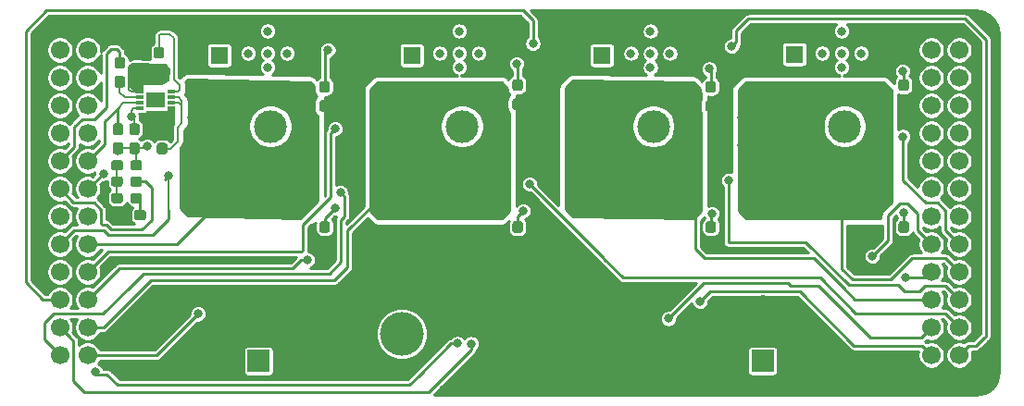
<source format=gbr>
G04 #@! TF.GenerationSoftware,KiCad,Pcbnew,(5.1.5)-3*
G04 #@! TF.CreationDate,2021-07-19T12:04:44+02:00*
G04 #@! TF.ProjectId,4xHalfBridge-VSON8,34784861-6c66-4427-9269-6467652d5653,rev?*
G04 #@! TF.SameCoordinates,Original*
G04 #@! TF.FileFunction,Copper,L4,Bot*
G04 #@! TF.FilePolarity,Positive*
%FSLAX46Y46*%
G04 Gerber Fmt 4.6, Leading zero omitted, Abs format (unit mm)*
G04 Created by KiCad (PCBNEW (5.1.5)-3) date 2021-07-19 12:04:44*
%MOMM*%
%LPD*%
G04 APERTURE LIST*
%ADD10C,3.000000*%
%ADD11C,1.700000*%
%ADD12C,4.000000*%
%ADD13R,1.750000X1.450000*%
%ADD14R,0.750000X0.300000*%
%ADD15C,0.100000*%
%ADD16C,1.600000*%
%ADD17R,1.600000X1.600000*%
%ADD18C,2.000000*%
%ADD19R,2.000000X2.000000*%
%ADD20C,0.800000*%
%ADD21C,0.254000*%
%ADD22C,0.203200*%
%ADD23C,0.250000*%
G04 APERTURE END LIST*
D10*
X75500000Y-11000000D03*
X58000000Y-11000000D03*
X40500000Y-11000000D03*
X23000000Y-11000000D03*
D11*
X3740000Y-4010000D03*
X6280000Y-4010000D03*
X3740000Y-6550000D03*
X6280000Y-6550000D03*
X3740000Y-9090000D03*
X6280000Y-9090000D03*
X3740000Y-11630000D03*
X6280000Y-11630000D03*
X3740000Y-14170000D03*
X6280000Y-14170000D03*
X3740000Y-16710000D03*
X6280000Y-16710000D03*
X3740000Y-19250000D03*
X6280000Y-19250000D03*
X3740000Y-21790000D03*
X6280000Y-21790000D03*
X3740000Y-24330000D03*
X6280000Y-24330000D03*
X3740000Y-26870000D03*
X6280000Y-26870000D03*
X3740000Y-29410000D03*
X6280000Y-29410000D03*
X3740000Y-31950000D03*
X6280000Y-31950000D03*
D12*
X35000000Y-30000000D03*
X50000000Y-30000000D03*
D11*
X85970000Y-29410000D03*
X85970000Y-4010000D03*
X83430000Y-24330000D03*
X83430000Y-26870000D03*
X85970000Y-11630000D03*
X85970000Y-21790000D03*
X83430000Y-21790000D03*
X83430000Y-11630000D03*
X83430000Y-19250000D03*
X85970000Y-16710000D03*
X83430000Y-14170000D03*
X83430000Y-9090000D03*
X83430000Y-6550000D03*
X85970000Y-31950000D03*
X83430000Y-31950000D03*
X83430000Y-29410000D03*
X83430000Y-4010000D03*
X85970000Y-26870000D03*
X85970000Y-9090000D03*
X85970000Y-6550000D03*
X85970000Y-19250000D03*
X83430000Y-16710000D03*
X85970000Y-24330000D03*
X85970000Y-14170000D03*
D13*
X12480000Y-8610000D03*
D14*
X11030000Y-7860000D03*
X11030000Y-8360000D03*
X11030000Y-8860000D03*
X11030000Y-9360000D03*
X13930000Y-9360000D03*
X13930000Y-8860000D03*
X13930000Y-8360000D03*
X13930000Y-7860000D03*
G04 #@! TA.AperFunction,SMDPad,CuDef*
D15*
G36*
X9285779Y-14106144D02*
G01*
X9308834Y-14109563D01*
X9331443Y-14115227D01*
X9353387Y-14123079D01*
X9374457Y-14133044D01*
X9394448Y-14145026D01*
X9413168Y-14158910D01*
X9430438Y-14174562D01*
X9446090Y-14191832D01*
X9459974Y-14210552D01*
X9471956Y-14230543D01*
X9481921Y-14251613D01*
X9489773Y-14273557D01*
X9495437Y-14296166D01*
X9498856Y-14319221D01*
X9500000Y-14342500D01*
X9500000Y-14817500D01*
X9498856Y-14840779D01*
X9495437Y-14863834D01*
X9489773Y-14886443D01*
X9481921Y-14908387D01*
X9471956Y-14929457D01*
X9459974Y-14949448D01*
X9446090Y-14968168D01*
X9430438Y-14985438D01*
X9413168Y-15001090D01*
X9394448Y-15014974D01*
X9374457Y-15026956D01*
X9353387Y-15036921D01*
X9331443Y-15044773D01*
X9308834Y-15050437D01*
X9285779Y-15053856D01*
X9262500Y-15055000D01*
X8687500Y-15055000D01*
X8664221Y-15053856D01*
X8641166Y-15050437D01*
X8618557Y-15044773D01*
X8596613Y-15036921D01*
X8575543Y-15026956D01*
X8555552Y-15014974D01*
X8536832Y-15001090D01*
X8519562Y-14985438D01*
X8503910Y-14968168D01*
X8490026Y-14949448D01*
X8478044Y-14929457D01*
X8468079Y-14908387D01*
X8460227Y-14886443D01*
X8454563Y-14863834D01*
X8451144Y-14840779D01*
X8450000Y-14817500D01*
X8450000Y-14342500D01*
X8451144Y-14319221D01*
X8454563Y-14296166D01*
X8460227Y-14273557D01*
X8468079Y-14251613D01*
X8478044Y-14230543D01*
X8490026Y-14210552D01*
X8503910Y-14191832D01*
X8519562Y-14174562D01*
X8536832Y-14158910D01*
X8555552Y-14145026D01*
X8575543Y-14133044D01*
X8596613Y-14123079D01*
X8618557Y-14115227D01*
X8641166Y-14109563D01*
X8664221Y-14106144D01*
X8687500Y-14105000D01*
X9262500Y-14105000D01*
X9285779Y-14106144D01*
G37*
G04 #@! TD.AperFunction*
G04 #@! TA.AperFunction,SMDPad,CuDef*
G36*
X11035779Y-14106144D02*
G01*
X11058834Y-14109563D01*
X11081443Y-14115227D01*
X11103387Y-14123079D01*
X11124457Y-14133044D01*
X11144448Y-14145026D01*
X11163168Y-14158910D01*
X11180438Y-14174562D01*
X11196090Y-14191832D01*
X11209974Y-14210552D01*
X11221956Y-14230543D01*
X11231921Y-14251613D01*
X11239773Y-14273557D01*
X11245437Y-14296166D01*
X11248856Y-14319221D01*
X11250000Y-14342500D01*
X11250000Y-14817500D01*
X11248856Y-14840779D01*
X11245437Y-14863834D01*
X11239773Y-14886443D01*
X11231921Y-14908387D01*
X11221956Y-14929457D01*
X11209974Y-14949448D01*
X11196090Y-14968168D01*
X11180438Y-14985438D01*
X11163168Y-15001090D01*
X11144448Y-15014974D01*
X11124457Y-15026956D01*
X11103387Y-15036921D01*
X11081443Y-15044773D01*
X11058834Y-15050437D01*
X11035779Y-15053856D01*
X11012500Y-15055000D01*
X10437500Y-15055000D01*
X10414221Y-15053856D01*
X10391166Y-15050437D01*
X10368557Y-15044773D01*
X10346613Y-15036921D01*
X10325543Y-15026956D01*
X10305552Y-15014974D01*
X10286832Y-15001090D01*
X10269562Y-14985438D01*
X10253910Y-14968168D01*
X10240026Y-14949448D01*
X10228044Y-14929457D01*
X10218079Y-14908387D01*
X10210227Y-14886443D01*
X10204563Y-14863834D01*
X10201144Y-14840779D01*
X10200000Y-14817500D01*
X10200000Y-14342500D01*
X10201144Y-14319221D01*
X10204563Y-14296166D01*
X10210227Y-14273557D01*
X10218079Y-14251613D01*
X10228044Y-14230543D01*
X10240026Y-14210552D01*
X10253910Y-14191832D01*
X10269562Y-14174562D01*
X10286832Y-14158910D01*
X10305552Y-14145026D01*
X10325543Y-14133044D01*
X10346613Y-14123079D01*
X10368557Y-14115227D01*
X10391166Y-14109563D01*
X10414221Y-14106144D01*
X10437500Y-14105000D01*
X11012500Y-14105000D01*
X11035779Y-14106144D01*
G37*
G04 #@! TD.AperFunction*
G04 #@! TA.AperFunction,SMDPad,CuDef*
G36*
X9275779Y-17096144D02*
G01*
X9298834Y-17099563D01*
X9321443Y-17105227D01*
X9343387Y-17113079D01*
X9364457Y-17123044D01*
X9384448Y-17135026D01*
X9403168Y-17148910D01*
X9420438Y-17164562D01*
X9436090Y-17181832D01*
X9449974Y-17200552D01*
X9461956Y-17220543D01*
X9471921Y-17241613D01*
X9479773Y-17263557D01*
X9485437Y-17286166D01*
X9488856Y-17309221D01*
X9490000Y-17332500D01*
X9490000Y-17807500D01*
X9488856Y-17830779D01*
X9485437Y-17853834D01*
X9479773Y-17876443D01*
X9471921Y-17898387D01*
X9461956Y-17919457D01*
X9449974Y-17939448D01*
X9436090Y-17958168D01*
X9420438Y-17975438D01*
X9403168Y-17991090D01*
X9384448Y-18004974D01*
X9364457Y-18016956D01*
X9343387Y-18026921D01*
X9321443Y-18034773D01*
X9298834Y-18040437D01*
X9275779Y-18043856D01*
X9252500Y-18045000D01*
X8677500Y-18045000D01*
X8654221Y-18043856D01*
X8631166Y-18040437D01*
X8608557Y-18034773D01*
X8586613Y-18026921D01*
X8565543Y-18016956D01*
X8545552Y-18004974D01*
X8526832Y-17991090D01*
X8509562Y-17975438D01*
X8493910Y-17958168D01*
X8480026Y-17939448D01*
X8468044Y-17919457D01*
X8458079Y-17898387D01*
X8450227Y-17876443D01*
X8444563Y-17853834D01*
X8441144Y-17830779D01*
X8440000Y-17807500D01*
X8440000Y-17332500D01*
X8441144Y-17309221D01*
X8444563Y-17286166D01*
X8450227Y-17263557D01*
X8458079Y-17241613D01*
X8468044Y-17220543D01*
X8480026Y-17200552D01*
X8493910Y-17181832D01*
X8509562Y-17164562D01*
X8526832Y-17148910D01*
X8545552Y-17135026D01*
X8565543Y-17123044D01*
X8586613Y-17113079D01*
X8608557Y-17105227D01*
X8631166Y-17099563D01*
X8654221Y-17096144D01*
X8677500Y-17095000D01*
X9252500Y-17095000D01*
X9275779Y-17096144D01*
G37*
G04 #@! TD.AperFunction*
G04 #@! TA.AperFunction,SMDPad,CuDef*
G36*
X11025779Y-17096144D02*
G01*
X11048834Y-17099563D01*
X11071443Y-17105227D01*
X11093387Y-17113079D01*
X11114457Y-17123044D01*
X11134448Y-17135026D01*
X11153168Y-17148910D01*
X11170438Y-17164562D01*
X11186090Y-17181832D01*
X11199974Y-17200552D01*
X11211956Y-17220543D01*
X11221921Y-17241613D01*
X11229773Y-17263557D01*
X11235437Y-17286166D01*
X11238856Y-17309221D01*
X11240000Y-17332500D01*
X11240000Y-17807500D01*
X11238856Y-17830779D01*
X11235437Y-17853834D01*
X11229773Y-17876443D01*
X11221921Y-17898387D01*
X11211956Y-17919457D01*
X11199974Y-17939448D01*
X11186090Y-17958168D01*
X11170438Y-17975438D01*
X11153168Y-17991090D01*
X11134448Y-18004974D01*
X11114457Y-18016956D01*
X11093387Y-18026921D01*
X11071443Y-18034773D01*
X11048834Y-18040437D01*
X11025779Y-18043856D01*
X11002500Y-18045000D01*
X10427500Y-18045000D01*
X10404221Y-18043856D01*
X10381166Y-18040437D01*
X10358557Y-18034773D01*
X10336613Y-18026921D01*
X10315543Y-18016956D01*
X10295552Y-18004974D01*
X10276832Y-17991090D01*
X10259562Y-17975438D01*
X10243910Y-17958168D01*
X10230026Y-17939448D01*
X10218044Y-17919457D01*
X10208079Y-17898387D01*
X10200227Y-17876443D01*
X10194563Y-17853834D01*
X10191144Y-17830779D01*
X10190000Y-17807500D01*
X10190000Y-17332500D01*
X10191144Y-17309221D01*
X10194563Y-17286166D01*
X10200227Y-17263557D01*
X10208079Y-17241613D01*
X10218044Y-17220543D01*
X10230026Y-17200552D01*
X10243910Y-17181832D01*
X10259562Y-17164562D01*
X10276832Y-17148910D01*
X10295552Y-17135026D01*
X10315543Y-17123044D01*
X10336613Y-17113079D01*
X10358557Y-17105227D01*
X10381166Y-17099563D01*
X10404221Y-17096144D01*
X10427500Y-17095000D01*
X11002500Y-17095000D01*
X11025779Y-17096144D01*
G37*
G04 #@! TD.AperFunction*
G04 #@! TA.AperFunction,SMDPad,CuDef*
G36*
X9265779Y-15576144D02*
G01*
X9288834Y-15579563D01*
X9311443Y-15585227D01*
X9333387Y-15593079D01*
X9354457Y-15603044D01*
X9374448Y-15615026D01*
X9393168Y-15628910D01*
X9410438Y-15644562D01*
X9426090Y-15661832D01*
X9439974Y-15680552D01*
X9451956Y-15700543D01*
X9461921Y-15721613D01*
X9469773Y-15743557D01*
X9475437Y-15766166D01*
X9478856Y-15789221D01*
X9480000Y-15812500D01*
X9480000Y-16287500D01*
X9478856Y-16310779D01*
X9475437Y-16333834D01*
X9469773Y-16356443D01*
X9461921Y-16378387D01*
X9451956Y-16399457D01*
X9439974Y-16419448D01*
X9426090Y-16438168D01*
X9410438Y-16455438D01*
X9393168Y-16471090D01*
X9374448Y-16484974D01*
X9354457Y-16496956D01*
X9333387Y-16506921D01*
X9311443Y-16514773D01*
X9288834Y-16520437D01*
X9265779Y-16523856D01*
X9242500Y-16525000D01*
X8667500Y-16525000D01*
X8644221Y-16523856D01*
X8621166Y-16520437D01*
X8598557Y-16514773D01*
X8576613Y-16506921D01*
X8555543Y-16496956D01*
X8535552Y-16484974D01*
X8516832Y-16471090D01*
X8499562Y-16455438D01*
X8483910Y-16438168D01*
X8470026Y-16419448D01*
X8458044Y-16399457D01*
X8448079Y-16378387D01*
X8440227Y-16356443D01*
X8434563Y-16333834D01*
X8431144Y-16310779D01*
X8430000Y-16287500D01*
X8430000Y-15812500D01*
X8431144Y-15789221D01*
X8434563Y-15766166D01*
X8440227Y-15743557D01*
X8448079Y-15721613D01*
X8458044Y-15700543D01*
X8470026Y-15680552D01*
X8483910Y-15661832D01*
X8499562Y-15644562D01*
X8516832Y-15628910D01*
X8535552Y-15615026D01*
X8555543Y-15603044D01*
X8576613Y-15593079D01*
X8598557Y-15585227D01*
X8621166Y-15579563D01*
X8644221Y-15576144D01*
X8667500Y-15575000D01*
X9242500Y-15575000D01*
X9265779Y-15576144D01*
G37*
G04 #@! TD.AperFunction*
G04 #@! TA.AperFunction,SMDPad,CuDef*
G36*
X11015779Y-15576144D02*
G01*
X11038834Y-15579563D01*
X11061443Y-15585227D01*
X11083387Y-15593079D01*
X11104457Y-15603044D01*
X11124448Y-15615026D01*
X11143168Y-15628910D01*
X11160438Y-15644562D01*
X11176090Y-15661832D01*
X11189974Y-15680552D01*
X11201956Y-15700543D01*
X11211921Y-15721613D01*
X11219773Y-15743557D01*
X11225437Y-15766166D01*
X11228856Y-15789221D01*
X11230000Y-15812500D01*
X11230000Y-16287500D01*
X11228856Y-16310779D01*
X11225437Y-16333834D01*
X11219773Y-16356443D01*
X11211921Y-16378387D01*
X11201956Y-16399457D01*
X11189974Y-16419448D01*
X11176090Y-16438168D01*
X11160438Y-16455438D01*
X11143168Y-16471090D01*
X11124448Y-16484974D01*
X11104457Y-16496956D01*
X11083387Y-16506921D01*
X11061443Y-16514773D01*
X11038834Y-16520437D01*
X11015779Y-16523856D01*
X10992500Y-16525000D01*
X10417500Y-16525000D01*
X10394221Y-16523856D01*
X10371166Y-16520437D01*
X10348557Y-16514773D01*
X10326613Y-16506921D01*
X10305543Y-16496956D01*
X10285552Y-16484974D01*
X10266832Y-16471090D01*
X10249562Y-16455438D01*
X10233910Y-16438168D01*
X10220026Y-16419448D01*
X10208044Y-16399457D01*
X10198079Y-16378387D01*
X10190227Y-16356443D01*
X10184563Y-16333834D01*
X10181144Y-16310779D01*
X10180000Y-16287500D01*
X10180000Y-15812500D01*
X10181144Y-15789221D01*
X10184563Y-15766166D01*
X10190227Y-15743557D01*
X10198079Y-15721613D01*
X10208044Y-15700543D01*
X10220026Y-15680552D01*
X10233910Y-15661832D01*
X10249562Y-15644562D01*
X10266832Y-15628910D01*
X10285552Y-15615026D01*
X10305543Y-15603044D01*
X10326613Y-15593079D01*
X10348557Y-15585227D01*
X10371166Y-15579563D01*
X10394221Y-15576144D01*
X10417500Y-15575000D01*
X10992500Y-15575000D01*
X11015779Y-15576144D01*
G37*
G04 #@! TD.AperFunction*
G04 #@! TA.AperFunction,SMDPad,CuDef*
G36*
X11385779Y-18656144D02*
G01*
X11408834Y-18659563D01*
X11431443Y-18665227D01*
X11453387Y-18673079D01*
X11474457Y-18683044D01*
X11494448Y-18695026D01*
X11513168Y-18708910D01*
X11530438Y-18724562D01*
X11546090Y-18741832D01*
X11559974Y-18760552D01*
X11571956Y-18780543D01*
X11581921Y-18801613D01*
X11589773Y-18823557D01*
X11595437Y-18846166D01*
X11598856Y-18869221D01*
X11600000Y-18892500D01*
X11600000Y-19367500D01*
X11598856Y-19390779D01*
X11595437Y-19413834D01*
X11589773Y-19436443D01*
X11581921Y-19458387D01*
X11571956Y-19479457D01*
X11559974Y-19499448D01*
X11546090Y-19518168D01*
X11530438Y-19535438D01*
X11513168Y-19551090D01*
X11494448Y-19564974D01*
X11474457Y-19576956D01*
X11453387Y-19586921D01*
X11431443Y-19594773D01*
X11408834Y-19600437D01*
X11385779Y-19603856D01*
X11362500Y-19605000D01*
X10787500Y-19605000D01*
X10764221Y-19603856D01*
X10741166Y-19600437D01*
X10718557Y-19594773D01*
X10696613Y-19586921D01*
X10675543Y-19576956D01*
X10655552Y-19564974D01*
X10636832Y-19551090D01*
X10619562Y-19535438D01*
X10603910Y-19518168D01*
X10590026Y-19499448D01*
X10578044Y-19479457D01*
X10568079Y-19458387D01*
X10560227Y-19436443D01*
X10554563Y-19413834D01*
X10551144Y-19390779D01*
X10550000Y-19367500D01*
X10550000Y-18892500D01*
X10551144Y-18869221D01*
X10554563Y-18846166D01*
X10560227Y-18823557D01*
X10568079Y-18801613D01*
X10578044Y-18780543D01*
X10590026Y-18760552D01*
X10603910Y-18741832D01*
X10619562Y-18724562D01*
X10636832Y-18708910D01*
X10655552Y-18695026D01*
X10675543Y-18683044D01*
X10696613Y-18673079D01*
X10718557Y-18665227D01*
X10741166Y-18659563D01*
X10764221Y-18656144D01*
X10787500Y-18655000D01*
X11362500Y-18655000D01*
X11385779Y-18656144D01*
G37*
G04 #@! TD.AperFunction*
G04 #@! TA.AperFunction,SMDPad,CuDef*
G36*
X9635779Y-18656144D02*
G01*
X9658834Y-18659563D01*
X9681443Y-18665227D01*
X9703387Y-18673079D01*
X9724457Y-18683044D01*
X9744448Y-18695026D01*
X9763168Y-18708910D01*
X9780438Y-18724562D01*
X9796090Y-18741832D01*
X9809974Y-18760552D01*
X9821956Y-18780543D01*
X9831921Y-18801613D01*
X9839773Y-18823557D01*
X9845437Y-18846166D01*
X9848856Y-18869221D01*
X9850000Y-18892500D01*
X9850000Y-19367500D01*
X9848856Y-19390779D01*
X9845437Y-19413834D01*
X9839773Y-19436443D01*
X9831921Y-19458387D01*
X9821956Y-19479457D01*
X9809974Y-19499448D01*
X9796090Y-19518168D01*
X9780438Y-19535438D01*
X9763168Y-19551090D01*
X9744448Y-19564974D01*
X9724457Y-19576956D01*
X9703387Y-19586921D01*
X9681443Y-19594773D01*
X9658834Y-19600437D01*
X9635779Y-19603856D01*
X9612500Y-19605000D01*
X9037500Y-19605000D01*
X9014221Y-19603856D01*
X8991166Y-19600437D01*
X8968557Y-19594773D01*
X8946613Y-19586921D01*
X8925543Y-19576956D01*
X8905552Y-19564974D01*
X8886832Y-19551090D01*
X8869562Y-19535438D01*
X8853910Y-19518168D01*
X8840026Y-19499448D01*
X8828044Y-19479457D01*
X8818079Y-19458387D01*
X8810227Y-19436443D01*
X8804563Y-19413834D01*
X8801144Y-19390779D01*
X8800000Y-19367500D01*
X8800000Y-18892500D01*
X8801144Y-18869221D01*
X8804563Y-18846166D01*
X8810227Y-18823557D01*
X8818079Y-18801613D01*
X8828044Y-18780543D01*
X8840026Y-18760552D01*
X8853910Y-18741832D01*
X8869562Y-18724562D01*
X8886832Y-18708910D01*
X8905552Y-18695026D01*
X8925543Y-18683044D01*
X8946613Y-18673079D01*
X8968557Y-18665227D01*
X8991166Y-18659563D01*
X9014221Y-18656144D01*
X9037500Y-18655000D01*
X9612500Y-18655000D01*
X9635779Y-18656144D01*
G37*
G04 #@! TD.AperFunction*
G04 #@! TA.AperFunction,SMDPad,CuDef*
G36*
X13340779Y-10761144D02*
G01*
X13363834Y-10764563D01*
X13386443Y-10770227D01*
X13408387Y-10778079D01*
X13429457Y-10788044D01*
X13449448Y-10800026D01*
X13468168Y-10813910D01*
X13485438Y-10829562D01*
X13501090Y-10846832D01*
X13514974Y-10865552D01*
X13526956Y-10885543D01*
X13536921Y-10906613D01*
X13544773Y-10928557D01*
X13550437Y-10951166D01*
X13553856Y-10974221D01*
X13555000Y-10997500D01*
X13555000Y-11572500D01*
X13553856Y-11595779D01*
X13550437Y-11618834D01*
X13544773Y-11641443D01*
X13536921Y-11663387D01*
X13526956Y-11684457D01*
X13514974Y-11704448D01*
X13501090Y-11723168D01*
X13485438Y-11740438D01*
X13468168Y-11756090D01*
X13449448Y-11769974D01*
X13429457Y-11781956D01*
X13408387Y-11791921D01*
X13386443Y-11799773D01*
X13363834Y-11805437D01*
X13340779Y-11808856D01*
X13317500Y-11810000D01*
X12842500Y-11810000D01*
X12819221Y-11808856D01*
X12796166Y-11805437D01*
X12773557Y-11799773D01*
X12751613Y-11791921D01*
X12730543Y-11781956D01*
X12710552Y-11769974D01*
X12691832Y-11756090D01*
X12674562Y-11740438D01*
X12658910Y-11723168D01*
X12645026Y-11704448D01*
X12633044Y-11684457D01*
X12623079Y-11663387D01*
X12615227Y-11641443D01*
X12609563Y-11618834D01*
X12606144Y-11595779D01*
X12605000Y-11572500D01*
X12605000Y-10997500D01*
X12606144Y-10974221D01*
X12609563Y-10951166D01*
X12615227Y-10928557D01*
X12623079Y-10906613D01*
X12633044Y-10885543D01*
X12645026Y-10865552D01*
X12658910Y-10846832D01*
X12674562Y-10829562D01*
X12691832Y-10813910D01*
X12710552Y-10800026D01*
X12730543Y-10788044D01*
X12751613Y-10778079D01*
X12773557Y-10770227D01*
X12796166Y-10764563D01*
X12819221Y-10761144D01*
X12842500Y-10760000D01*
X13317500Y-10760000D01*
X13340779Y-10761144D01*
G37*
G04 #@! TD.AperFunction*
G04 #@! TA.AperFunction,SMDPad,CuDef*
G36*
X13340779Y-12511144D02*
G01*
X13363834Y-12514563D01*
X13386443Y-12520227D01*
X13408387Y-12528079D01*
X13429457Y-12538044D01*
X13449448Y-12550026D01*
X13468168Y-12563910D01*
X13485438Y-12579562D01*
X13501090Y-12596832D01*
X13514974Y-12615552D01*
X13526956Y-12635543D01*
X13536921Y-12656613D01*
X13544773Y-12678557D01*
X13550437Y-12701166D01*
X13553856Y-12724221D01*
X13555000Y-12747500D01*
X13555000Y-13322500D01*
X13553856Y-13345779D01*
X13550437Y-13368834D01*
X13544773Y-13391443D01*
X13536921Y-13413387D01*
X13526956Y-13434457D01*
X13514974Y-13454448D01*
X13501090Y-13473168D01*
X13485438Y-13490438D01*
X13468168Y-13506090D01*
X13449448Y-13519974D01*
X13429457Y-13531956D01*
X13408387Y-13541921D01*
X13386443Y-13549773D01*
X13363834Y-13555437D01*
X13340779Y-13558856D01*
X13317500Y-13560000D01*
X12842500Y-13560000D01*
X12819221Y-13558856D01*
X12796166Y-13555437D01*
X12773557Y-13549773D01*
X12751613Y-13541921D01*
X12730543Y-13531956D01*
X12710552Y-13519974D01*
X12691832Y-13506090D01*
X12674562Y-13490438D01*
X12658910Y-13473168D01*
X12645026Y-13454448D01*
X12633044Y-13434457D01*
X12623079Y-13413387D01*
X12615227Y-13391443D01*
X12609563Y-13368834D01*
X12606144Y-13345779D01*
X12605000Y-13322500D01*
X12605000Y-12747500D01*
X12606144Y-12724221D01*
X12609563Y-12701166D01*
X12615227Y-12678557D01*
X12623079Y-12656613D01*
X12633044Y-12635543D01*
X12645026Y-12615552D01*
X12658910Y-12596832D01*
X12674562Y-12579562D01*
X12691832Y-12563910D01*
X12710552Y-12550026D01*
X12730543Y-12538044D01*
X12751613Y-12528079D01*
X12773557Y-12520227D01*
X12796166Y-12514563D01*
X12819221Y-12511144D01*
X12842500Y-12510000D01*
X13317500Y-12510000D01*
X13340779Y-12511144D01*
G37*
G04 #@! TD.AperFunction*
G04 #@! TA.AperFunction,SMDPad,CuDef*
G36*
X9476379Y-6401544D02*
G01*
X9499434Y-6404963D01*
X9522043Y-6410627D01*
X9543987Y-6418479D01*
X9565057Y-6428444D01*
X9585048Y-6440426D01*
X9603768Y-6454310D01*
X9621038Y-6469962D01*
X9636690Y-6487232D01*
X9650574Y-6505952D01*
X9662556Y-6525943D01*
X9672521Y-6547013D01*
X9680373Y-6568957D01*
X9686037Y-6591566D01*
X9689456Y-6614621D01*
X9690600Y-6637900D01*
X9690600Y-7212900D01*
X9689456Y-7236179D01*
X9686037Y-7259234D01*
X9680373Y-7281843D01*
X9672521Y-7303787D01*
X9662556Y-7324857D01*
X9650574Y-7344848D01*
X9636690Y-7363568D01*
X9621038Y-7380838D01*
X9603768Y-7396490D01*
X9585048Y-7410374D01*
X9565057Y-7422356D01*
X9543987Y-7432321D01*
X9522043Y-7440173D01*
X9499434Y-7445837D01*
X9476379Y-7449256D01*
X9453100Y-7450400D01*
X8978100Y-7450400D01*
X8954821Y-7449256D01*
X8931766Y-7445837D01*
X8909157Y-7440173D01*
X8887213Y-7432321D01*
X8866143Y-7422356D01*
X8846152Y-7410374D01*
X8827432Y-7396490D01*
X8810162Y-7380838D01*
X8794510Y-7363568D01*
X8780626Y-7344848D01*
X8768644Y-7324857D01*
X8758679Y-7303787D01*
X8750827Y-7281843D01*
X8745163Y-7259234D01*
X8741744Y-7236179D01*
X8740600Y-7212900D01*
X8740600Y-6637900D01*
X8741744Y-6614621D01*
X8745163Y-6591566D01*
X8750827Y-6568957D01*
X8758679Y-6547013D01*
X8768644Y-6525943D01*
X8780626Y-6505952D01*
X8794510Y-6487232D01*
X8810162Y-6469962D01*
X8827432Y-6454310D01*
X8846152Y-6440426D01*
X8866143Y-6428444D01*
X8887213Y-6418479D01*
X8909157Y-6410627D01*
X8931766Y-6404963D01*
X8954821Y-6401544D01*
X8978100Y-6400400D01*
X9453100Y-6400400D01*
X9476379Y-6401544D01*
G37*
G04 #@! TD.AperFunction*
G04 #@! TA.AperFunction,SMDPad,CuDef*
G36*
X9476379Y-4651544D02*
G01*
X9499434Y-4654963D01*
X9522043Y-4660627D01*
X9543987Y-4668479D01*
X9565057Y-4678444D01*
X9585048Y-4690426D01*
X9603768Y-4704310D01*
X9621038Y-4719962D01*
X9636690Y-4737232D01*
X9650574Y-4755952D01*
X9662556Y-4775943D01*
X9672521Y-4797013D01*
X9680373Y-4818957D01*
X9686037Y-4841566D01*
X9689456Y-4864621D01*
X9690600Y-4887900D01*
X9690600Y-5462900D01*
X9689456Y-5486179D01*
X9686037Y-5509234D01*
X9680373Y-5531843D01*
X9672521Y-5553787D01*
X9662556Y-5574857D01*
X9650574Y-5594848D01*
X9636690Y-5613568D01*
X9621038Y-5630838D01*
X9603768Y-5646490D01*
X9585048Y-5660374D01*
X9565057Y-5672356D01*
X9543987Y-5682321D01*
X9522043Y-5690173D01*
X9499434Y-5695837D01*
X9476379Y-5699256D01*
X9453100Y-5700400D01*
X8978100Y-5700400D01*
X8954821Y-5699256D01*
X8931766Y-5695837D01*
X8909157Y-5690173D01*
X8887213Y-5682321D01*
X8866143Y-5672356D01*
X8846152Y-5660374D01*
X8827432Y-5646490D01*
X8810162Y-5630838D01*
X8794510Y-5613568D01*
X8780626Y-5594848D01*
X8768644Y-5574857D01*
X8758679Y-5553787D01*
X8750827Y-5531843D01*
X8745163Y-5509234D01*
X8741744Y-5486179D01*
X8740600Y-5462900D01*
X8740600Y-4887900D01*
X8741744Y-4864621D01*
X8745163Y-4841566D01*
X8750827Y-4818957D01*
X8758679Y-4797013D01*
X8768644Y-4775943D01*
X8780626Y-4755952D01*
X8794510Y-4737232D01*
X8810162Y-4719962D01*
X8827432Y-4704310D01*
X8846152Y-4690426D01*
X8866143Y-4678444D01*
X8887213Y-4668479D01*
X8909157Y-4660627D01*
X8931766Y-4654963D01*
X8954821Y-4651544D01*
X8978100Y-4650400D01*
X9453100Y-4650400D01*
X9476379Y-4651544D01*
G37*
G04 #@! TD.AperFunction*
G04 #@! TA.AperFunction,SMDPad,CuDef*
G36*
X9316379Y-10741544D02*
G01*
X9339434Y-10744963D01*
X9362043Y-10750627D01*
X9383987Y-10758479D01*
X9405057Y-10768444D01*
X9425048Y-10780426D01*
X9443768Y-10794310D01*
X9461038Y-10809962D01*
X9476690Y-10827232D01*
X9490574Y-10845952D01*
X9502556Y-10865943D01*
X9512521Y-10887013D01*
X9520373Y-10908957D01*
X9526037Y-10931566D01*
X9529456Y-10954621D01*
X9530600Y-10977900D01*
X9530600Y-11552900D01*
X9529456Y-11576179D01*
X9526037Y-11599234D01*
X9520373Y-11621843D01*
X9512521Y-11643787D01*
X9502556Y-11664857D01*
X9490574Y-11684848D01*
X9476690Y-11703568D01*
X9461038Y-11720838D01*
X9443768Y-11736490D01*
X9425048Y-11750374D01*
X9405057Y-11762356D01*
X9383987Y-11772321D01*
X9362043Y-11780173D01*
X9339434Y-11785837D01*
X9316379Y-11789256D01*
X9293100Y-11790400D01*
X8818100Y-11790400D01*
X8794821Y-11789256D01*
X8771766Y-11785837D01*
X8749157Y-11780173D01*
X8727213Y-11772321D01*
X8706143Y-11762356D01*
X8686152Y-11750374D01*
X8667432Y-11736490D01*
X8650162Y-11720838D01*
X8634510Y-11703568D01*
X8620626Y-11684848D01*
X8608644Y-11664857D01*
X8598679Y-11643787D01*
X8590827Y-11621843D01*
X8585163Y-11599234D01*
X8581744Y-11576179D01*
X8580600Y-11552900D01*
X8580600Y-10977900D01*
X8581744Y-10954621D01*
X8585163Y-10931566D01*
X8590827Y-10908957D01*
X8598679Y-10887013D01*
X8608644Y-10865943D01*
X8620626Y-10845952D01*
X8634510Y-10827232D01*
X8650162Y-10809962D01*
X8667432Y-10794310D01*
X8686152Y-10780426D01*
X8706143Y-10768444D01*
X8727213Y-10758479D01*
X8749157Y-10750627D01*
X8771766Y-10744963D01*
X8794821Y-10741544D01*
X8818100Y-10740400D01*
X9293100Y-10740400D01*
X9316379Y-10741544D01*
G37*
G04 #@! TD.AperFunction*
G04 #@! TA.AperFunction,SMDPad,CuDef*
G36*
X9316379Y-12491544D02*
G01*
X9339434Y-12494963D01*
X9362043Y-12500627D01*
X9383987Y-12508479D01*
X9405057Y-12518444D01*
X9425048Y-12530426D01*
X9443768Y-12544310D01*
X9461038Y-12559962D01*
X9476690Y-12577232D01*
X9490574Y-12595952D01*
X9502556Y-12615943D01*
X9512521Y-12637013D01*
X9520373Y-12658957D01*
X9526037Y-12681566D01*
X9529456Y-12704621D01*
X9530600Y-12727900D01*
X9530600Y-13302900D01*
X9529456Y-13326179D01*
X9526037Y-13349234D01*
X9520373Y-13371843D01*
X9512521Y-13393787D01*
X9502556Y-13414857D01*
X9490574Y-13434848D01*
X9476690Y-13453568D01*
X9461038Y-13470838D01*
X9443768Y-13486490D01*
X9425048Y-13500374D01*
X9405057Y-13512356D01*
X9383987Y-13522321D01*
X9362043Y-13530173D01*
X9339434Y-13535837D01*
X9316379Y-13539256D01*
X9293100Y-13540400D01*
X8818100Y-13540400D01*
X8794821Y-13539256D01*
X8771766Y-13535837D01*
X8749157Y-13530173D01*
X8727213Y-13522321D01*
X8706143Y-13512356D01*
X8686152Y-13500374D01*
X8667432Y-13486490D01*
X8650162Y-13470838D01*
X8634510Y-13453568D01*
X8620626Y-13434848D01*
X8608644Y-13414857D01*
X8598679Y-13393787D01*
X8590827Y-13371843D01*
X8585163Y-13349234D01*
X8581744Y-13326179D01*
X8580600Y-13302900D01*
X8580600Y-12727900D01*
X8581744Y-12704621D01*
X8585163Y-12681566D01*
X8590827Y-12658957D01*
X8598679Y-12637013D01*
X8608644Y-12615943D01*
X8620626Y-12595952D01*
X8634510Y-12577232D01*
X8650162Y-12559962D01*
X8667432Y-12544310D01*
X8686152Y-12530426D01*
X8706143Y-12518444D01*
X8727213Y-12508479D01*
X8749157Y-12500627D01*
X8771766Y-12494963D01*
X8794821Y-12491544D01*
X8818100Y-12490400D01*
X9293100Y-12490400D01*
X9316379Y-12491544D01*
G37*
G04 #@! TD.AperFunction*
G04 #@! TA.AperFunction,SMDPad,CuDef*
G36*
X10816379Y-10741544D02*
G01*
X10839434Y-10744963D01*
X10862043Y-10750627D01*
X10883987Y-10758479D01*
X10905057Y-10768444D01*
X10925048Y-10780426D01*
X10943768Y-10794310D01*
X10961038Y-10809962D01*
X10976690Y-10827232D01*
X10990574Y-10845952D01*
X11002556Y-10865943D01*
X11012521Y-10887013D01*
X11020373Y-10908957D01*
X11026037Y-10931566D01*
X11029456Y-10954621D01*
X11030600Y-10977900D01*
X11030600Y-11552900D01*
X11029456Y-11576179D01*
X11026037Y-11599234D01*
X11020373Y-11621843D01*
X11012521Y-11643787D01*
X11002556Y-11664857D01*
X10990574Y-11684848D01*
X10976690Y-11703568D01*
X10961038Y-11720838D01*
X10943768Y-11736490D01*
X10925048Y-11750374D01*
X10905057Y-11762356D01*
X10883987Y-11772321D01*
X10862043Y-11780173D01*
X10839434Y-11785837D01*
X10816379Y-11789256D01*
X10793100Y-11790400D01*
X10318100Y-11790400D01*
X10294821Y-11789256D01*
X10271766Y-11785837D01*
X10249157Y-11780173D01*
X10227213Y-11772321D01*
X10206143Y-11762356D01*
X10186152Y-11750374D01*
X10167432Y-11736490D01*
X10150162Y-11720838D01*
X10134510Y-11703568D01*
X10120626Y-11684848D01*
X10108644Y-11664857D01*
X10098679Y-11643787D01*
X10090827Y-11621843D01*
X10085163Y-11599234D01*
X10081744Y-11576179D01*
X10080600Y-11552900D01*
X10080600Y-10977900D01*
X10081744Y-10954621D01*
X10085163Y-10931566D01*
X10090827Y-10908957D01*
X10098679Y-10887013D01*
X10108644Y-10865943D01*
X10120626Y-10845952D01*
X10134510Y-10827232D01*
X10150162Y-10809962D01*
X10167432Y-10794310D01*
X10186152Y-10780426D01*
X10206143Y-10768444D01*
X10227213Y-10758479D01*
X10249157Y-10750627D01*
X10271766Y-10744963D01*
X10294821Y-10741544D01*
X10318100Y-10740400D01*
X10793100Y-10740400D01*
X10816379Y-10741544D01*
G37*
G04 #@! TD.AperFunction*
G04 #@! TA.AperFunction,SMDPad,CuDef*
G36*
X10816379Y-12491544D02*
G01*
X10839434Y-12494963D01*
X10862043Y-12500627D01*
X10883987Y-12508479D01*
X10905057Y-12518444D01*
X10925048Y-12530426D01*
X10943768Y-12544310D01*
X10961038Y-12559962D01*
X10976690Y-12577232D01*
X10990574Y-12595952D01*
X11002556Y-12615943D01*
X11012521Y-12637013D01*
X11020373Y-12658957D01*
X11026037Y-12681566D01*
X11029456Y-12704621D01*
X11030600Y-12727900D01*
X11030600Y-13302900D01*
X11029456Y-13326179D01*
X11026037Y-13349234D01*
X11020373Y-13371843D01*
X11012521Y-13393787D01*
X11002556Y-13414857D01*
X10990574Y-13434848D01*
X10976690Y-13453568D01*
X10961038Y-13470838D01*
X10943768Y-13486490D01*
X10925048Y-13500374D01*
X10905057Y-13512356D01*
X10883987Y-13522321D01*
X10862043Y-13530173D01*
X10839434Y-13535837D01*
X10816379Y-13539256D01*
X10793100Y-13540400D01*
X10318100Y-13540400D01*
X10294821Y-13539256D01*
X10271766Y-13535837D01*
X10249157Y-13530173D01*
X10227213Y-13522321D01*
X10206143Y-13512356D01*
X10186152Y-13500374D01*
X10167432Y-13486490D01*
X10150162Y-13470838D01*
X10134510Y-13453568D01*
X10120626Y-13434848D01*
X10108644Y-13414857D01*
X10098679Y-13393787D01*
X10090827Y-13371843D01*
X10085163Y-13349234D01*
X10081744Y-13326179D01*
X10080600Y-13302900D01*
X10080600Y-12727900D01*
X10081744Y-12704621D01*
X10085163Y-12681566D01*
X10090827Y-12658957D01*
X10098679Y-12637013D01*
X10108644Y-12615943D01*
X10120626Y-12595952D01*
X10134510Y-12577232D01*
X10150162Y-12559962D01*
X10167432Y-12544310D01*
X10186152Y-12530426D01*
X10206143Y-12518444D01*
X10227213Y-12508479D01*
X10249157Y-12500627D01*
X10271766Y-12494963D01*
X10294821Y-12491544D01*
X10318100Y-12490400D01*
X10793100Y-12490400D01*
X10816379Y-12491544D01*
G37*
G04 #@! TD.AperFunction*
G04 #@! TA.AperFunction,SMDPad,CuDef*
G36*
X13056379Y-3741544D02*
G01*
X13079434Y-3744963D01*
X13102043Y-3750627D01*
X13123987Y-3758479D01*
X13145057Y-3768444D01*
X13165048Y-3780426D01*
X13183768Y-3794310D01*
X13201038Y-3809962D01*
X13216690Y-3827232D01*
X13230574Y-3845952D01*
X13242556Y-3865943D01*
X13252521Y-3887013D01*
X13260373Y-3908957D01*
X13266037Y-3931566D01*
X13269456Y-3954621D01*
X13270600Y-3977900D01*
X13270600Y-4552900D01*
X13269456Y-4576179D01*
X13266037Y-4599234D01*
X13260373Y-4621843D01*
X13252521Y-4643787D01*
X13242556Y-4664857D01*
X13230574Y-4684848D01*
X13216690Y-4703568D01*
X13201038Y-4720838D01*
X13183768Y-4736490D01*
X13165048Y-4750374D01*
X13145057Y-4762356D01*
X13123987Y-4772321D01*
X13102043Y-4780173D01*
X13079434Y-4785837D01*
X13056379Y-4789256D01*
X13033100Y-4790400D01*
X12558100Y-4790400D01*
X12534821Y-4789256D01*
X12511766Y-4785837D01*
X12489157Y-4780173D01*
X12467213Y-4772321D01*
X12446143Y-4762356D01*
X12426152Y-4750374D01*
X12407432Y-4736490D01*
X12390162Y-4720838D01*
X12374510Y-4703568D01*
X12360626Y-4684848D01*
X12348644Y-4664857D01*
X12338679Y-4643787D01*
X12330827Y-4621843D01*
X12325163Y-4599234D01*
X12321744Y-4576179D01*
X12320600Y-4552900D01*
X12320600Y-3977900D01*
X12321744Y-3954621D01*
X12325163Y-3931566D01*
X12330827Y-3908957D01*
X12338679Y-3887013D01*
X12348644Y-3865943D01*
X12360626Y-3845952D01*
X12374510Y-3827232D01*
X12390162Y-3809962D01*
X12407432Y-3794310D01*
X12426152Y-3780426D01*
X12446143Y-3768444D01*
X12467213Y-3758479D01*
X12489157Y-3750627D01*
X12511766Y-3744963D01*
X12534821Y-3741544D01*
X12558100Y-3740400D01*
X13033100Y-3740400D01*
X13056379Y-3741544D01*
G37*
G04 #@! TD.AperFunction*
G04 #@! TA.AperFunction,SMDPad,CuDef*
G36*
X13056379Y-5491544D02*
G01*
X13079434Y-5494963D01*
X13102043Y-5500627D01*
X13123987Y-5508479D01*
X13145057Y-5518444D01*
X13165048Y-5530426D01*
X13183768Y-5544310D01*
X13201038Y-5559962D01*
X13216690Y-5577232D01*
X13230574Y-5595952D01*
X13242556Y-5615943D01*
X13252521Y-5637013D01*
X13260373Y-5658957D01*
X13266037Y-5681566D01*
X13269456Y-5704621D01*
X13270600Y-5727900D01*
X13270600Y-6302900D01*
X13269456Y-6326179D01*
X13266037Y-6349234D01*
X13260373Y-6371843D01*
X13252521Y-6393787D01*
X13242556Y-6414857D01*
X13230574Y-6434848D01*
X13216690Y-6453568D01*
X13201038Y-6470838D01*
X13183768Y-6486490D01*
X13165048Y-6500374D01*
X13145057Y-6512356D01*
X13123987Y-6522321D01*
X13102043Y-6530173D01*
X13079434Y-6535837D01*
X13056379Y-6539256D01*
X13033100Y-6540400D01*
X12558100Y-6540400D01*
X12534821Y-6539256D01*
X12511766Y-6535837D01*
X12489157Y-6530173D01*
X12467213Y-6522321D01*
X12446143Y-6512356D01*
X12426152Y-6500374D01*
X12407432Y-6486490D01*
X12390162Y-6470838D01*
X12374510Y-6453568D01*
X12360626Y-6434848D01*
X12348644Y-6414857D01*
X12338679Y-6393787D01*
X12330827Y-6371843D01*
X12325163Y-6349234D01*
X12321744Y-6326179D01*
X12320600Y-6302900D01*
X12320600Y-5727900D01*
X12321744Y-5704621D01*
X12325163Y-5681566D01*
X12330827Y-5658957D01*
X12338679Y-5637013D01*
X12348644Y-5615943D01*
X12360626Y-5595952D01*
X12374510Y-5577232D01*
X12390162Y-5559962D01*
X12407432Y-5544310D01*
X12426152Y-5530426D01*
X12446143Y-5518444D01*
X12467213Y-5508479D01*
X12489157Y-5500627D01*
X12511766Y-5494963D01*
X12534821Y-5491544D01*
X12558100Y-5490400D01*
X13033100Y-5490400D01*
X13056379Y-5491544D01*
G37*
G04 #@! TD.AperFunction*
G04 #@! TA.AperFunction,SMDPad,CuDef*
G36*
X11566379Y-3741544D02*
G01*
X11589434Y-3744963D01*
X11612043Y-3750627D01*
X11633987Y-3758479D01*
X11655057Y-3768444D01*
X11675048Y-3780426D01*
X11693768Y-3794310D01*
X11711038Y-3809962D01*
X11726690Y-3827232D01*
X11740574Y-3845952D01*
X11752556Y-3865943D01*
X11762521Y-3887013D01*
X11770373Y-3908957D01*
X11776037Y-3931566D01*
X11779456Y-3954621D01*
X11780600Y-3977900D01*
X11780600Y-4552900D01*
X11779456Y-4576179D01*
X11776037Y-4599234D01*
X11770373Y-4621843D01*
X11762521Y-4643787D01*
X11752556Y-4664857D01*
X11740574Y-4684848D01*
X11726690Y-4703568D01*
X11711038Y-4720838D01*
X11693768Y-4736490D01*
X11675048Y-4750374D01*
X11655057Y-4762356D01*
X11633987Y-4772321D01*
X11612043Y-4780173D01*
X11589434Y-4785837D01*
X11566379Y-4789256D01*
X11543100Y-4790400D01*
X11068100Y-4790400D01*
X11044821Y-4789256D01*
X11021766Y-4785837D01*
X10999157Y-4780173D01*
X10977213Y-4772321D01*
X10956143Y-4762356D01*
X10936152Y-4750374D01*
X10917432Y-4736490D01*
X10900162Y-4720838D01*
X10884510Y-4703568D01*
X10870626Y-4684848D01*
X10858644Y-4664857D01*
X10848679Y-4643787D01*
X10840827Y-4621843D01*
X10835163Y-4599234D01*
X10831744Y-4576179D01*
X10830600Y-4552900D01*
X10830600Y-3977900D01*
X10831744Y-3954621D01*
X10835163Y-3931566D01*
X10840827Y-3908957D01*
X10848679Y-3887013D01*
X10858644Y-3865943D01*
X10870626Y-3845952D01*
X10884510Y-3827232D01*
X10900162Y-3809962D01*
X10917432Y-3794310D01*
X10936152Y-3780426D01*
X10956143Y-3768444D01*
X10977213Y-3758479D01*
X10999157Y-3750627D01*
X11021766Y-3744963D01*
X11044821Y-3741544D01*
X11068100Y-3740400D01*
X11543100Y-3740400D01*
X11566379Y-3741544D01*
G37*
G04 #@! TD.AperFunction*
G04 #@! TA.AperFunction,SMDPad,CuDef*
G36*
X11566379Y-5491544D02*
G01*
X11589434Y-5494963D01*
X11612043Y-5500627D01*
X11633987Y-5508479D01*
X11655057Y-5518444D01*
X11675048Y-5530426D01*
X11693768Y-5544310D01*
X11711038Y-5559962D01*
X11726690Y-5577232D01*
X11740574Y-5595952D01*
X11752556Y-5615943D01*
X11762521Y-5637013D01*
X11770373Y-5658957D01*
X11776037Y-5681566D01*
X11779456Y-5704621D01*
X11780600Y-5727900D01*
X11780600Y-6302900D01*
X11779456Y-6326179D01*
X11776037Y-6349234D01*
X11770373Y-6371843D01*
X11762521Y-6393787D01*
X11752556Y-6414857D01*
X11740574Y-6434848D01*
X11726690Y-6453568D01*
X11711038Y-6470838D01*
X11693768Y-6486490D01*
X11675048Y-6500374D01*
X11655057Y-6512356D01*
X11633987Y-6522321D01*
X11612043Y-6530173D01*
X11589434Y-6535837D01*
X11566379Y-6539256D01*
X11543100Y-6540400D01*
X11068100Y-6540400D01*
X11044821Y-6539256D01*
X11021766Y-6535837D01*
X10999157Y-6530173D01*
X10977213Y-6522321D01*
X10956143Y-6512356D01*
X10936152Y-6500374D01*
X10917432Y-6486490D01*
X10900162Y-6470838D01*
X10884510Y-6453568D01*
X10870626Y-6434848D01*
X10858644Y-6414857D01*
X10848679Y-6393787D01*
X10840827Y-6371843D01*
X10835163Y-6349234D01*
X10831744Y-6326179D01*
X10830600Y-6302900D01*
X10830600Y-5727900D01*
X10831744Y-5704621D01*
X10835163Y-5681566D01*
X10840827Y-5658957D01*
X10848679Y-5637013D01*
X10858644Y-5615943D01*
X10870626Y-5595952D01*
X10884510Y-5577232D01*
X10900162Y-5559962D01*
X10917432Y-5544310D01*
X10936152Y-5530426D01*
X10956143Y-5518444D01*
X10977213Y-5508479D01*
X10999157Y-5500627D01*
X11021766Y-5494963D01*
X11044821Y-5491544D01*
X11068100Y-5490400D01*
X11543100Y-5490400D01*
X11566379Y-5491544D01*
G37*
G04 #@! TD.AperFunction*
G04 #@! TA.AperFunction,SMDPad,CuDef*
G36*
X81160779Y-21451144D02*
G01*
X81183834Y-21454563D01*
X81206443Y-21460227D01*
X81228387Y-21468079D01*
X81249457Y-21478044D01*
X81269448Y-21490026D01*
X81288168Y-21503910D01*
X81305438Y-21519562D01*
X81321090Y-21536832D01*
X81334974Y-21555552D01*
X81346956Y-21575543D01*
X81356921Y-21596613D01*
X81364773Y-21618557D01*
X81370437Y-21641166D01*
X81373856Y-21664221D01*
X81375000Y-21687500D01*
X81375000Y-22262500D01*
X81373856Y-22285779D01*
X81370437Y-22308834D01*
X81364773Y-22331443D01*
X81356921Y-22353387D01*
X81346956Y-22374457D01*
X81334974Y-22394448D01*
X81321090Y-22413168D01*
X81305438Y-22430438D01*
X81288168Y-22446090D01*
X81269448Y-22459974D01*
X81249457Y-22471956D01*
X81228387Y-22481921D01*
X81206443Y-22489773D01*
X81183834Y-22495437D01*
X81160779Y-22498856D01*
X81137500Y-22500000D01*
X80662500Y-22500000D01*
X80639221Y-22498856D01*
X80616166Y-22495437D01*
X80593557Y-22489773D01*
X80571613Y-22481921D01*
X80550543Y-22471956D01*
X80530552Y-22459974D01*
X80511832Y-22446090D01*
X80494562Y-22430438D01*
X80478910Y-22413168D01*
X80465026Y-22394448D01*
X80453044Y-22374457D01*
X80443079Y-22353387D01*
X80435227Y-22331443D01*
X80429563Y-22308834D01*
X80426144Y-22285779D01*
X80425000Y-22262500D01*
X80425000Y-21687500D01*
X80426144Y-21664221D01*
X80429563Y-21641166D01*
X80435227Y-21618557D01*
X80443079Y-21596613D01*
X80453044Y-21575543D01*
X80465026Y-21555552D01*
X80478910Y-21536832D01*
X80494562Y-21519562D01*
X80511832Y-21503910D01*
X80530552Y-21490026D01*
X80550543Y-21478044D01*
X80571613Y-21468079D01*
X80593557Y-21460227D01*
X80616166Y-21454563D01*
X80639221Y-21451144D01*
X80662500Y-21450000D01*
X81137500Y-21450000D01*
X81160779Y-21451144D01*
G37*
G04 #@! TD.AperFunction*
G04 #@! TA.AperFunction,SMDPad,CuDef*
G36*
X81160779Y-19701144D02*
G01*
X81183834Y-19704563D01*
X81206443Y-19710227D01*
X81228387Y-19718079D01*
X81249457Y-19728044D01*
X81269448Y-19740026D01*
X81288168Y-19753910D01*
X81305438Y-19769562D01*
X81321090Y-19786832D01*
X81334974Y-19805552D01*
X81346956Y-19825543D01*
X81356921Y-19846613D01*
X81364773Y-19868557D01*
X81370437Y-19891166D01*
X81373856Y-19914221D01*
X81375000Y-19937500D01*
X81375000Y-20512500D01*
X81373856Y-20535779D01*
X81370437Y-20558834D01*
X81364773Y-20581443D01*
X81356921Y-20603387D01*
X81346956Y-20624457D01*
X81334974Y-20644448D01*
X81321090Y-20663168D01*
X81305438Y-20680438D01*
X81288168Y-20696090D01*
X81269448Y-20709974D01*
X81249457Y-20721956D01*
X81228387Y-20731921D01*
X81206443Y-20739773D01*
X81183834Y-20745437D01*
X81160779Y-20748856D01*
X81137500Y-20750000D01*
X80662500Y-20750000D01*
X80639221Y-20748856D01*
X80616166Y-20745437D01*
X80593557Y-20739773D01*
X80571613Y-20731921D01*
X80550543Y-20721956D01*
X80530552Y-20709974D01*
X80511832Y-20696090D01*
X80494562Y-20680438D01*
X80478910Y-20663168D01*
X80465026Y-20644448D01*
X80453044Y-20624457D01*
X80443079Y-20603387D01*
X80435227Y-20581443D01*
X80429563Y-20558834D01*
X80426144Y-20535779D01*
X80425000Y-20512500D01*
X80425000Y-19937500D01*
X80426144Y-19914221D01*
X80429563Y-19891166D01*
X80435227Y-19868557D01*
X80443079Y-19846613D01*
X80453044Y-19825543D01*
X80465026Y-19805552D01*
X80478910Y-19786832D01*
X80494562Y-19769562D01*
X80511832Y-19753910D01*
X80530552Y-19740026D01*
X80550543Y-19728044D01*
X80571613Y-19718079D01*
X80593557Y-19710227D01*
X80616166Y-19704563D01*
X80639221Y-19701144D01*
X80662500Y-19700000D01*
X81137500Y-19700000D01*
X81160779Y-19701144D01*
G37*
G04 #@! TD.AperFunction*
G04 #@! TA.AperFunction,SMDPad,CuDef*
G36*
X45854112Y-21451144D02*
G01*
X45877167Y-21454563D01*
X45899776Y-21460227D01*
X45921720Y-21468079D01*
X45942790Y-21478044D01*
X45962781Y-21490026D01*
X45981501Y-21503910D01*
X45998771Y-21519562D01*
X46014423Y-21536832D01*
X46028307Y-21555552D01*
X46040289Y-21575543D01*
X46050254Y-21596613D01*
X46058106Y-21618557D01*
X46063770Y-21641166D01*
X46067189Y-21664221D01*
X46068333Y-21687500D01*
X46068333Y-22262500D01*
X46067189Y-22285779D01*
X46063770Y-22308834D01*
X46058106Y-22331443D01*
X46050254Y-22353387D01*
X46040289Y-22374457D01*
X46028307Y-22394448D01*
X46014423Y-22413168D01*
X45998771Y-22430438D01*
X45981501Y-22446090D01*
X45962781Y-22459974D01*
X45942790Y-22471956D01*
X45921720Y-22481921D01*
X45899776Y-22489773D01*
X45877167Y-22495437D01*
X45854112Y-22498856D01*
X45830833Y-22500000D01*
X45355833Y-22500000D01*
X45332554Y-22498856D01*
X45309499Y-22495437D01*
X45286890Y-22489773D01*
X45264946Y-22481921D01*
X45243876Y-22471956D01*
X45223885Y-22459974D01*
X45205165Y-22446090D01*
X45187895Y-22430438D01*
X45172243Y-22413168D01*
X45158359Y-22394448D01*
X45146377Y-22374457D01*
X45136412Y-22353387D01*
X45128560Y-22331443D01*
X45122896Y-22308834D01*
X45119477Y-22285779D01*
X45118333Y-22262500D01*
X45118333Y-21687500D01*
X45119477Y-21664221D01*
X45122896Y-21641166D01*
X45128560Y-21618557D01*
X45136412Y-21596613D01*
X45146377Y-21575543D01*
X45158359Y-21555552D01*
X45172243Y-21536832D01*
X45187895Y-21519562D01*
X45205165Y-21503910D01*
X45223885Y-21490026D01*
X45243876Y-21478044D01*
X45264946Y-21468079D01*
X45286890Y-21460227D01*
X45309499Y-21454563D01*
X45332554Y-21451144D01*
X45355833Y-21450000D01*
X45830833Y-21450000D01*
X45854112Y-21451144D01*
G37*
G04 #@! TD.AperFunction*
G04 #@! TA.AperFunction,SMDPad,CuDef*
G36*
X45854112Y-19701144D02*
G01*
X45877167Y-19704563D01*
X45899776Y-19710227D01*
X45921720Y-19718079D01*
X45942790Y-19728044D01*
X45962781Y-19740026D01*
X45981501Y-19753910D01*
X45998771Y-19769562D01*
X46014423Y-19786832D01*
X46028307Y-19805552D01*
X46040289Y-19825543D01*
X46050254Y-19846613D01*
X46058106Y-19868557D01*
X46063770Y-19891166D01*
X46067189Y-19914221D01*
X46068333Y-19937500D01*
X46068333Y-20512500D01*
X46067189Y-20535779D01*
X46063770Y-20558834D01*
X46058106Y-20581443D01*
X46050254Y-20603387D01*
X46040289Y-20624457D01*
X46028307Y-20644448D01*
X46014423Y-20663168D01*
X45998771Y-20680438D01*
X45981501Y-20696090D01*
X45962781Y-20709974D01*
X45942790Y-20721956D01*
X45921720Y-20731921D01*
X45899776Y-20739773D01*
X45877167Y-20745437D01*
X45854112Y-20748856D01*
X45830833Y-20750000D01*
X45355833Y-20750000D01*
X45332554Y-20748856D01*
X45309499Y-20745437D01*
X45286890Y-20739773D01*
X45264946Y-20731921D01*
X45243876Y-20721956D01*
X45223885Y-20709974D01*
X45205165Y-20696090D01*
X45187895Y-20680438D01*
X45172243Y-20663168D01*
X45158359Y-20644448D01*
X45146377Y-20624457D01*
X45136412Y-20603387D01*
X45128560Y-20581443D01*
X45122896Y-20558834D01*
X45119477Y-20535779D01*
X45118333Y-20512500D01*
X45118333Y-19937500D01*
X45119477Y-19914221D01*
X45122896Y-19891166D01*
X45128560Y-19868557D01*
X45136412Y-19846613D01*
X45146377Y-19825543D01*
X45158359Y-19805552D01*
X45172243Y-19786832D01*
X45187895Y-19769562D01*
X45205165Y-19753910D01*
X45223885Y-19740026D01*
X45243876Y-19728044D01*
X45264946Y-19718079D01*
X45286890Y-19710227D01*
X45309499Y-19704563D01*
X45332554Y-19701144D01*
X45355833Y-19700000D01*
X45830833Y-19700000D01*
X45854112Y-19701144D01*
G37*
G04 #@! TD.AperFunction*
G04 #@! TA.AperFunction,SMDPad,CuDef*
G36*
X63507445Y-21451144D02*
G01*
X63530500Y-21454563D01*
X63553109Y-21460227D01*
X63575053Y-21468079D01*
X63596123Y-21478044D01*
X63616114Y-21490026D01*
X63634834Y-21503910D01*
X63652104Y-21519562D01*
X63667756Y-21536832D01*
X63681640Y-21555552D01*
X63693622Y-21575543D01*
X63703587Y-21596613D01*
X63711439Y-21618557D01*
X63717103Y-21641166D01*
X63720522Y-21664221D01*
X63721666Y-21687500D01*
X63721666Y-22262500D01*
X63720522Y-22285779D01*
X63717103Y-22308834D01*
X63711439Y-22331443D01*
X63703587Y-22353387D01*
X63693622Y-22374457D01*
X63681640Y-22394448D01*
X63667756Y-22413168D01*
X63652104Y-22430438D01*
X63634834Y-22446090D01*
X63616114Y-22459974D01*
X63596123Y-22471956D01*
X63575053Y-22481921D01*
X63553109Y-22489773D01*
X63530500Y-22495437D01*
X63507445Y-22498856D01*
X63484166Y-22500000D01*
X63009166Y-22500000D01*
X62985887Y-22498856D01*
X62962832Y-22495437D01*
X62940223Y-22489773D01*
X62918279Y-22481921D01*
X62897209Y-22471956D01*
X62877218Y-22459974D01*
X62858498Y-22446090D01*
X62841228Y-22430438D01*
X62825576Y-22413168D01*
X62811692Y-22394448D01*
X62799710Y-22374457D01*
X62789745Y-22353387D01*
X62781893Y-22331443D01*
X62776229Y-22308834D01*
X62772810Y-22285779D01*
X62771666Y-22262500D01*
X62771666Y-21687500D01*
X62772810Y-21664221D01*
X62776229Y-21641166D01*
X62781893Y-21618557D01*
X62789745Y-21596613D01*
X62799710Y-21575543D01*
X62811692Y-21555552D01*
X62825576Y-21536832D01*
X62841228Y-21519562D01*
X62858498Y-21503910D01*
X62877218Y-21490026D01*
X62897209Y-21478044D01*
X62918279Y-21468079D01*
X62940223Y-21460227D01*
X62962832Y-21454563D01*
X62985887Y-21451144D01*
X63009166Y-21450000D01*
X63484166Y-21450000D01*
X63507445Y-21451144D01*
G37*
G04 #@! TD.AperFunction*
G04 #@! TA.AperFunction,SMDPad,CuDef*
G36*
X63507445Y-19701144D02*
G01*
X63530500Y-19704563D01*
X63553109Y-19710227D01*
X63575053Y-19718079D01*
X63596123Y-19728044D01*
X63616114Y-19740026D01*
X63634834Y-19753910D01*
X63652104Y-19769562D01*
X63667756Y-19786832D01*
X63681640Y-19805552D01*
X63693622Y-19825543D01*
X63703587Y-19846613D01*
X63711439Y-19868557D01*
X63717103Y-19891166D01*
X63720522Y-19914221D01*
X63721666Y-19937500D01*
X63721666Y-20512500D01*
X63720522Y-20535779D01*
X63717103Y-20558834D01*
X63711439Y-20581443D01*
X63703587Y-20603387D01*
X63693622Y-20624457D01*
X63681640Y-20644448D01*
X63667756Y-20663168D01*
X63652104Y-20680438D01*
X63634834Y-20696090D01*
X63616114Y-20709974D01*
X63596123Y-20721956D01*
X63575053Y-20731921D01*
X63553109Y-20739773D01*
X63530500Y-20745437D01*
X63507445Y-20748856D01*
X63484166Y-20750000D01*
X63009166Y-20750000D01*
X62985887Y-20748856D01*
X62962832Y-20745437D01*
X62940223Y-20739773D01*
X62918279Y-20731921D01*
X62897209Y-20721956D01*
X62877218Y-20709974D01*
X62858498Y-20696090D01*
X62841228Y-20680438D01*
X62825576Y-20663168D01*
X62811692Y-20644448D01*
X62799710Y-20624457D01*
X62789745Y-20603387D01*
X62781893Y-20581443D01*
X62776229Y-20558834D01*
X62772810Y-20535779D01*
X62771666Y-20512500D01*
X62771666Y-19937500D01*
X62772810Y-19914221D01*
X62776229Y-19891166D01*
X62781893Y-19868557D01*
X62789745Y-19846613D01*
X62799710Y-19825543D01*
X62811692Y-19805552D01*
X62825576Y-19786832D01*
X62841228Y-19769562D01*
X62858498Y-19753910D01*
X62877218Y-19740026D01*
X62897209Y-19728044D01*
X62918279Y-19718079D01*
X62940223Y-19710227D01*
X62962832Y-19704563D01*
X62985887Y-19701144D01*
X63009166Y-19700000D01*
X63484166Y-19700000D01*
X63507445Y-19701144D01*
G37*
G04 #@! TD.AperFunction*
G04 #@! TA.AperFunction,SMDPad,CuDef*
G36*
X28200779Y-21451144D02*
G01*
X28223834Y-21454563D01*
X28246443Y-21460227D01*
X28268387Y-21468079D01*
X28289457Y-21478044D01*
X28309448Y-21490026D01*
X28328168Y-21503910D01*
X28345438Y-21519562D01*
X28361090Y-21536832D01*
X28374974Y-21555552D01*
X28386956Y-21575543D01*
X28396921Y-21596613D01*
X28404773Y-21618557D01*
X28410437Y-21641166D01*
X28413856Y-21664221D01*
X28415000Y-21687500D01*
X28415000Y-22262500D01*
X28413856Y-22285779D01*
X28410437Y-22308834D01*
X28404773Y-22331443D01*
X28396921Y-22353387D01*
X28386956Y-22374457D01*
X28374974Y-22394448D01*
X28361090Y-22413168D01*
X28345438Y-22430438D01*
X28328168Y-22446090D01*
X28309448Y-22459974D01*
X28289457Y-22471956D01*
X28268387Y-22481921D01*
X28246443Y-22489773D01*
X28223834Y-22495437D01*
X28200779Y-22498856D01*
X28177500Y-22500000D01*
X27702500Y-22500000D01*
X27679221Y-22498856D01*
X27656166Y-22495437D01*
X27633557Y-22489773D01*
X27611613Y-22481921D01*
X27590543Y-22471956D01*
X27570552Y-22459974D01*
X27551832Y-22446090D01*
X27534562Y-22430438D01*
X27518910Y-22413168D01*
X27505026Y-22394448D01*
X27493044Y-22374457D01*
X27483079Y-22353387D01*
X27475227Y-22331443D01*
X27469563Y-22308834D01*
X27466144Y-22285779D01*
X27465000Y-22262500D01*
X27465000Y-21687500D01*
X27466144Y-21664221D01*
X27469563Y-21641166D01*
X27475227Y-21618557D01*
X27483079Y-21596613D01*
X27493044Y-21575543D01*
X27505026Y-21555552D01*
X27518910Y-21536832D01*
X27534562Y-21519562D01*
X27551832Y-21503910D01*
X27570552Y-21490026D01*
X27590543Y-21478044D01*
X27611613Y-21468079D01*
X27633557Y-21460227D01*
X27656166Y-21454563D01*
X27679221Y-21451144D01*
X27702500Y-21450000D01*
X28177500Y-21450000D01*
X28200779Y-21451144D01*
G37*
G04 #@! TD.AperFunction*
G04 #@! TA.AperFunction,SMDPad,CuDef*
G36*
X28200779Y-19701144D02*
G01*
X28223834Y-19704563D01*
X28246443Y-19710227D01*
X28268387Y-19718079D01*
X28289457Y-19728044D01*
X28309448Y-19740026D01*
X28328168Y-19753910D01*
X28345438Y-19769562D01*
X28361090Y-19786832D01*
X28374974Y-19805552D01*
X28386956Y-19825543D01*
X28396921Y-19846613D01*
X28404773Y-19868557D01*
X28410437Y-19891166D01*
X28413856Y-19914221D01*
X28415000Y-19937500D01*
X28415000Y-20512500D01*
X28413856Y-20535779D01*
X28410437Y-20558834D01*
X28404773Y-20581443D01*
X28396921Y-20603387D01*
X28386956Y-20624457D01*
X28374974Y-20644448D01*
X28361090Y-20663168D01*
X28345438Y-20680438D01*
X28328168Y-20696090D01*
X28309448Y-20709974D01*
X28289457Y-20721956D01*
X28268387Y-20731921D01*
X28246443Y-20739773D01*
X28223834Y-20745437D01*
X28200779Y-20748856D01*
X28177500Y-20750000D01*
X27702500Y-20750000D01*
X27679221Y-20748856D01*
X27656166Y-20745437D01*
X27633557Y-20739773D01*
X27611613Y-20731921D01*
X27590543Y-20721956D01*
X27570552Y-20709974D01*
X27551832Y-20696090D01*
X27534562Y-20680438D01*
X27518910Y-20663168D01*
X27505026Y-20644448D01*
X27493044Y-20624457D01*
X27483079Y-20603387D01*
X27475227Y-20581443D01*
X27469563Y-20558834D01*
X27466144Y-20535779D01*
X27465000Y-20512500D01*
X27465000Y-19937500D01*
X27466144Y-19914221D01*
X27469563Y-19891166D01*
X27475227Y-19868557D01*
X27483079Y-19846613D01*
X27493044Y-19825543D01*
X27505026Y-19805552D01*
X27518910Y-19786832D01*
X27534562Y-19769562D01*
X27551832Y-19753910D01*
X27570552Y-19740026D01*
X27590543Y-19728044D01*
X27611613Y-19718079D01*
X27633557Y-19710227D01*
X27656166Y-19704563D01*
X27679221Y-19701144D01*
X27702500Y-19700000D01*
X28177500Y-19700000D01*
X28200779Y-19701144D01*
G37*
G04 #@! TD.AperFunction*
G04 #@! TA.AperFunction,SMDPad,CuDef*
G36*
X28200779Y-8606144D02*
G01*
X28223834Y-8609563D01*
X28246443Y-8615227D01*
X28268387Y-8623079D01*
X28289457Y-8633044D01*
X28309448Y-8645026D01*
X28328168Y-8658910D01*
X28345438Y-8674562D01*
X28361090Y-8691832D01*
X28374974Y-8710552D01*
X28386956Y-8730543D01*
X28396921Y-8751613D01*
X28404773Y-8773557D01*
X28410437Y-8796166D01*
X28413856Y-8819221D01*
X28415000Y-8842500D01*
X28415000Y-9417500D01*
X28413856Y-9440779D01*
X28410437Y-9463834D01*
X28404773Y-9486443D01*
X28396921Y-9508387D01*
X28386956Y-9529457D01*
X28374974Y-9549448D01*
X28361090Y-9568168D01*
X28345438Y-9585438D01*
X28328168Y-9601090D01*
X28309448Y-9614974D01*
X28289457Y-9626956D01*
X28268387Y-9636921D01*
X28246443Y-9644773D01*
X28223834Y-9650437D01*
X28200779Y-9653856D01*
X28177500Y-9655000D01*
X27702500Y-9655000D01*
X27679221Y-9653856D01*
X27656166Y-9650437D01*
X27633557Y-9644773D01*
X27611613Y-9636921D01*
X27590543Y-9626956D01*
X27570552Y-9614974D01*
X27551832Y-9601090D01*
X27534562Y-9585438D01*
X27518910Y-9568168D01*
X27505026Y-9549448D01*
X27493044Y-9529457D01*
X27483079Y-9508387D01*
X27475227Y-9486443D01*
X27469563Y-9463834D01*
X27466144Y-9440779D01*
X27465000Y-9417500D01*
X27465000Y-8842500D01*
X27466144Y-8819221D01*
X27469563Y-8796166D01*
X27475227Y-8773557D01*
X27483079Y-8751613D01*
X27493044Y-8730543D01*
X27505026Y-8710552D01*
X27518910Y-8691832D01*
X27534562Y-8674562D01*
X27551832Y-8658910D01*
X27570552Y-8645026D01*
X27590543Y-8633044D01*
X27611613Y-8623079D01*
X27633557Y-8615227D01*
X27656166Y-8609563D01*
X27679221Y-8606144D01*
X27702500Y-8605000D01*
X28177500Y-8605000D01*
X28200779Y-8606144D01*
G37*
G04 #@! TD.AperFunction*
G04 #@! TA.AperFunction,SMDPad,CuDef*
G36*
X28200779Y-6856144D02*
G01*
X28223834Y-6859563D01*
X28246443Y-6865227D01*
X28268387Y-6873079D01*
X28289457Y-6883044D01*
X28309448Y-6895026D01*
X28328168Y-6908910D01*
X28345438Y-6924562D01*
X28361090Y-6941832D01*
X28374974Y-6960552D01*
X28386956Y-6980543D01*
X28396921Y-7001613D01*
X28404773Y-7023557D01*
X28410437Y-7046166D01*
X28413856Y-7069221D01*
X28415000Y-7092500D01*
X28415000Y-7667500D01*
X28413856Y-7690779D01*
X28410437Y-7713834D01*
X28404773Y-7736443D01*
X28396921Y-7758387D01*
X28386956Y-7779457D01*
X28374974Y-7799448D01*
X28361090Y-7818168D01*
X28345438Y-7835438D01*
X28328168Y-7851090D01*
X28309448Y-7864974D01*
X28289457Y-7876956D01*
X28268387Y-7886921D01*
X28246443Y-7894773D01*
X28223834Y-7900437D01*
X28200779Y-7903856D01*
X28177500Y-7905000D01*
X27702500Y-7905000D01*
X27679221Y-7903856D01*
X27656166Y-7900437D01*
X27633557Y-7894773D01*
X27611613Y-7886921D01*
X27590543Y-7876956D01*
X27570552Y-7864974D01*
X27551832Y-7851090D01*
X27534562Y-7835438D01*
X27518910Y-7818168D01*
X27505026Y-7799448D01*
X27493044Y-7779457D01*
X27483079Y-7758387D01*
X27475227Y-7736443D01*
X27469563Y-7713834D01*
X27466144Y-7690779D01*
X27465000Y-7667500D01*
X27465000Y-7092500D01*
X27466144Y-7069221D01*
X27469563Y-7046166D01*
X27475227Y-7023557D01*
X27483079Y-7001613D01*
X27493044Y-6980543D01*
X27505026Y-6960552D01*
X27518910Y-6941832D01*
X27534562Y-6924562D01*
X27551832Y-6908910D01*
X27570552Y-6895026D01*
X27590543Y-6883044D01*
X27611613Y-6873079D01*
X27633557Y-6865227D01*
X27656166Y-6859563D01*
X27679221Y-6856144D01*
X27702500Y-6855000D01*
X28177500Y-6855000D01*
X28200779Y-6856144D01*
G37*
G04 #@! TD.AperFunction*
G04 #@! TA.AperFunction,SMDPad,CuDef*
G36*
X81160779Y-8451144D02*
G01*
X81183834Y-8454563D01*
X81206443Y-8460227D01*
X81228387Y-8468079D01*
X81249457Y-8478044D01*
X81269448Y-8490026D01*
X81288168Y-8503910D01*
X81305438Y-8519562D01*
X81321090Y-8536832D01*
X81334974Y-8555552D01*
X81346956Y-8575543D01*
X81356921Y-8596613D01*
X81364773Y-8618557D01*
X81370437Y-8641166D01*
X81373856Y-8664221D01*
X81375000Y-8687500D01*
X81375000Y-9262500D01*
X81373856Y-9285779D01*
X81370437Y-9308834D01*
X81364773Y-9331443D01*
X81356921Y-9353387D01*
X81346956Y-9374457D01*
X81334974Y-9394448D01*
X81321090Y-9413168D01*
X81305438Y-9430438D01*
X81288168Y-9446090D01*
X81269448Y-9459974D01*
X81249457Y-9471956D01*
X81228387Y-9481921D01*
X81206443Y-9489773D01*
X81183834Y-9495437D01*
X81160779Y-9498856D01*
X81137500Y-9500000D01*
X80662500Y-9500000D01*
X80639221Y-9498856D01*
X80616166Y-9495437D01*
X80593557Y-9489773D01*
X80571613Y-9481921D01*
X80550543Y-9471956D01*
X80530552Y-9459974D01*
X80511832Y-9446090D01*
X80494562Y-9430438D01*
X80478910Y-9413168D01*
X80465026Y-9394448D01*
X80453044Y-9374457D01*
X80443079Y-9353387D01*
X80435227Y-9331443D01*
X80429563Y-9308834D01*
X80426144Y-9285779D01*
X80425000Y-9262500D01*
X80425000Y-8687500D01*
X80426144Y-8664221D01*
X80429563Y-8641166D01*
X80435227Y-8618557D01*
X80443079Y-8596613D01*
X80453044Y-8575543D01*
X80465026Y-8555552D01*
X80478910Y-8536832D01*
X80494562Y-8519562D01*
X80511832Y-8503910D01*
X80530552Y-8490026D01*
X80550543Y-8478044D01*
X80571613Y-8468079D01*
X80593557Y-8460227D01*
X80616166Y-8454563D01*
X80639221Y-8451144D01*
X80662500Y-8450000D01*
X81137500Y-8450000D01*
X81160779Y-8451144D01*
G37*
G04 #@! TD.AperFunction*
G04 #@! TA.AperFunction,SMDPad,CuDef*
G36*
X81160779Y-6701144D02*
G01*
X81183834Y-6704563D01*
X81206443Y-6710227D01*
X81228387Y-6718079D01*
X81249457Y-6728044D01*
X81269448Y-6740026D01*
X81288168Y-6753910D01*
X81305438Y-6769562D01*
X81321090Y-6786832D01*
X81334974Y-6805552D01*
X81346956Y-6825543D01*
X81356921Y-6846613D01*
X81364773Y-6868557D01*
X81370437Y-6891166D01*
X81373856Y-6914221D01*
X81375000Y-6937500D01*
X81375000Y-7512500D01*
X81373856Y-7535779D01*
X81370437Y-7558834D01*
X81364773Y-7581443D01*
X81356921Y-7603387D01*
X81346956Y-7624457D01*
X81334974Y-7644448D01*
X81321090Y-7663168D01*
X81305438Y-7680438D01*
X81288168Y-7696090D01*
X81269448Y-7709974D01*
X81249457Y-7721956D01*
X81228387Y-7731921D01*
X81206443Y-7739773D01*
X81183834Y-7745437D01*
X81160779Y-7748856D01*
X81137500Y-7750000D01*
X80662500Y-7750000D01*
X80639221Y-7748856D01*
X80616166Y-7745437D01*
X80593557Y-7739773D01*
X80571613Y-7731921D01*
X80550543Y-7721956D01*
X80530552Y-7709974D01*
X80511832Y-7696090D01*
X80494562Y-7680438D01*
X80478910Y-7663168D01*
X80465026Y-7644448D01*
X80453044Y-7624457D01*
X80443079Y-7603387D01*
X80435227Y-7581443D01*
X80429563Y-7558834D01*
X80426144Y-7535779D01*
X80425000Y-7512500D01*
X80425000Y-6937500D01*
X80426144Y-6914221D01*
X80429563Y-6891166D01*
X80435227Y-6868557D01*
X80443079Y-6846613D01*
X80453044Y-6825543D01*
X80465026Y-6805552D01*
X80478910Y-6786832D01*
X80494562Y-6769562D01*
X80511832Y-6753910D01*
X80530552Y-6740026D01*
X80550543Y-6728044D01*
X80571613Y-6718079D01*
X80593557Y-6710227D01*
X80616166Y-6704563D01*
X80639221Y-6701144D01*
X80662500Y-6700000D01*
X81137500Y-6700000D01*
X81160779Y-6701144D01*
G37*
G04 #@! TD.AperFunction*
G04 #@! TA.AperFunction,SMDPad,CuDef*
G36*
X63507445Y-8606144D02*
G01*
X63530500Y-8609563D01*
X63553109Y-8615227D01*
X63575053Y-8623079D01*
X63596123Y-8633044D01*
X63616114Y-8645026D01*
X63634834Y-8658910D01*
X63652104Y-8674562D01*
X63667756Y-8691832D01*
X63681640Y-8710552D01*
X63693622Y-8730543D01*
X63703587Y-8751613D01*
X63711439Y-8773557D01*
X63717103Y-8796166D01*
X63720522Y-8819221D01*
X63721666Y-8842500D01*
X63721666Y-9417500D01*
X63720522Y-9440779D01*
X63717103Y-9463834D01*
X63711439Y-9486443D01*
X63703587Y-9508387D01*
X63693622Y-9529457D01*
X63681640Y-9549448D01*
X63667756Y-9568168D01*
X63652104Y-9585438D01*
X63634834Y-9601090D01*
X63616114Y-9614974D01*
X63596123Y-9626956D01*
X63575053Y-9636921D01*
X63553109Y-9644773D01*
X63530500Y-9650437D01*
X63507445Y-9653856D01*
X63484166Y-9655000D01*
X63009166Y-9655000D01*
X62985887Y-9653856D01*
X62962832Y-9650437D01*
X62940223Y-9644773D01*
X62918279Y-9636921D01*
X62897209Y-9626956D01*
X62877218Y-9614974D01*
X62858498Y-9601090D01*
X62841228Y-9585438D01*
X62825576Y-9568168D01*
X62811692Y-9549448D01*
X62799710Y-9529457D01*
X62789745Y-9508387D01*
X62781893Y-9486443D01*
X62776229Y-9463834D01*
X62772810Y-9440779D01*
X62771666Y-9417500D01*
X62771666Y-8842500D01*
X62772810Y-8819221D01*
X62776229Y-8796166D01*
X62781893Y-8773557D01*
X62789745Y-8751613D01*
X62799710Y-8730543D01*
X62811692Y-8710552D01*
X62825576Y-8691832D01*
X62841228Y-8674562D01*
X62858498Y-8658910D01*
X62877218Y-8645026D01*
X62897209Y-8633044D01*
X62918279Y-8623079D01*
X62940223Y-8615227D01*
X62962832Y-8609563D01*
X62985887Y-8606144D01*
X63009166Y-8605000D01*
X63484166Y-8605000D01*
X63507445Y-8606144D01*
G37*
G04 #@! TD.AperFunction*
G04 #@! TA.AperFunction,SMDPad,CuDef*
G36*
X63507445Y-6856144D02*
G01*
X63530500Y-6859563D01*
X63553109Y-6865227D01*
X63575053Y-6873079D01*
X63596123Y-6883044D01*
X63616114Y-6895026D01*
X63634834Y-6908910D01*
X63652104Y-6924562D01*
X63667756Y-6941832D01*
X63681640Y-6960552D01*
X63693622Y-6980543D01*
X63703587Y-7001613D01*
X63711439Y-7023557D01*
X63717103Y-7046166D01*
X63720522Y-7069221D01*
X63721666Y-7092500D01*
X63721666Y-7667500D01*
X63720522Y-7690779D01*
X63717103Y-7713834D01*
X63711439Y-7736443D01*
X63703587Y-7758387D01*
X63693622Y-7779457D01*
X63681640Y-7799448D01*
X63667756Y-7818168D01*
X63652104Y-7835438D01*
X63634834Y-7851090D01*
X63616114Y-7864974D01*
X63596123Y-7876956D01*
X63575053Y-7886921D01*
X63553109Y-7894773D01*
X63530500Y-7900437D01*
X63507445Y-7903856D01*
X63484166Y-7905000D01*
X63009166Y-7905000D01*
X62985887Y-7903856D01*
X62962832Y-7900437D01*
X62940223Y-7894773D01*
X62918279Y-7886921D01*
X62897209Y-7876956D01*
X62877218Y-7864974D01*
X62858498Y-7851090D01*
X62841228Y-7835438D01*
X62825576Y-7818168D01*
X62811692Y-7799448D01*
X62799710Y-7779457D01*
X62789745Y-7758387D01*
X62781893Y-7736443D01*
X62776229Y-7713834D01*
X62772810Y-7690779D01*
X62771666Y-7667500D01*
X62771666Y-7092500D01*
X62772810Y-7069221D01*
X62776229Y-7046166D01*
X62781893Y-7023557D01*
X62789745Y-7001613D01*
X62799710Y-6980543D01*
X62811692Y-6960552D01*
X62825576Y-6941832D01*
X62841228Y-6924562D01*
X62858498Y-6908910D01*
X62877218Y-6895026D01*
X62897209Y-6883044D01*
X62918279Y-6873079D01*
X62940223Y-6865227D01*
X62962832Y-6859563D01*
X62985887Y-6856144D01*
X63009166Y-6855000D01*
X63484166Y-6855000D01*
X63507445Y-6856144D01*
G37*
G04 #@! TD.AperFunction*
G04 #@! TA.AperFunction,SMDPad,CuDef*
G36*
X45854112Y-8451144D02*
G01*
X45877167Y-8454563D01*
X45899776Y-8460227D01*
X45921720Y-8468079D01*
X45942790Y-8478044D01*
X45962781Y-8490026D01*
X45981501Y-8503910D01*
X45998771Y-8519562D01*
X46014423Y-8536832D01*
X46028307Y-8555552D01*
X46040289Y-8575543D01*
X46050254Y-8596613D01*
X46058106Y-8618557D01*
X46063770Y-8641166D01*
X46067189Y-8664221D01*
X46068333Y-8687500D01*
X46068333Y-9262500D01*
X46067189Y-9285779D01*
X46063770Y-9308834D01*
X46058106Y-9331443D01*
X46050254Y-9353387D01*
X46040289Y-9374457D01*
X46028307Y-9394448D01*
X46014423Y-9413168D01*
X45998771Y-9430438D01*
X45981501Y-9446090D01*
X45962781Y-9459974D01*
X45942790Y-9471956D01*
X45921720Y-9481921D01*
X45899776Y-9489773D01*
X45877167Y-9495437D01*
X45854112Y-9498856D01*
X45830833Y-9500000D01*
X45355833Y-9500000D01*
X45332554Y-9498856D01*
X45309499Y-9495437D01*
X45286890Y-9489773D01*
X45264946Y-9481921D01*
X45243876Y-9471956D01*
X45223885Y-9459974D01*
X45205165Y-9446090D01*
X45187895Y-9430438D01*
X45172243Y-9413168D01*
X45158359Y-9394448D01*
X45146377Y-9374457D01*
X45136412Y-9353387D01*
X45128560Y-9331443D01*
X45122896Y-9308834D01*
X45119477Y-9285779D01*
X45118333Y-9262500D01*
X45118333Y-8687500D01*
X45119477Y-8664221D01*
X45122896Y-8641166D01*
X45128560Y-8618557D01*
X45136412Y-8596613D01*
X45146377Y-8575543D01*
X45158359Y-8555552D01*
X45172243Y-8536832D01*
X45187895Y-8519562D01*
X45205165Y-8503910D01*
X45223885Y-8490026D01*
X45243876Y-8478044D01*
X45264946Y-8468079D01*
X45286890Y-8460227D01*
X45309499Y-8454563D01*
X45332554Y-8451144D01*
X45355833Y-8450000D01*
X45830833Y-8450000D01*
X45854112Y-8451144D01*
G37*
G04 #@! TD.AperFunction*
G04 #@! TA.AperFunction,SMDPad,CuDef*
G36*
X45854112Y-6701144D02*
G01*
X45877167Y-6704563D01*
X45899776Y-6710227D01*
X45921720Y-6718079D01*
X45942790Y-6728044D01*
X45962781Y-6740026D01*
X45981501Y-6753910D01*
X45998771Y-6769562D01*
X46014423Y-6786832D01*
X46028307Y-6805552D01*
X46040289Y-6825543D01*
X46050254Y-6846613D01*
X46058106Y-6868557D01*
X46063770Y-6891166D01*
X46067189Y-6914221D01*
X46068333Y-6937500D01*
X46068333Y-7512500D01*
X46067189Y-7535779D01*
X46063770Y-7558834D01*
X46058106Y-7581443D01*
X46050254Y-7603387D01*
X46040289Y-7624457D01*
X46028307Y-7644448D01*
X46014423Y-7663168D01*
X45998771Y-7680438D01*
X45981501Y-7696090D01*
X45962781Y-7709974D01*
X45942790Y-7721956D01*
X45921720Y-7731921D01*
X45899776Y-7739773D01*
X45877167Y-7745437D01*
X45854112Y-7748856D01*
X45830833Y-7750000D01*
X45355833Y-7750000D01*
X45332554Y-7748856D01*
X45309499Y-7745437D01*
X45286890Y-7739773D01*
X45264946Y-7731921D01*
X45243876Y-7721956D01*
X45223885Y-7709974D01*
X45205165Y-7696090D01*
X45187895Y-7680438D01*
X45172243Y-7663168D01*
X45158359Y-7644448D01*
X45146377Y-7624457D01*
X45136412Y-7603387D01*
X45128560Y-7581443D01*
X45122896Y-7558834D01*
X45119477Y-7535779D01*
X45118333Y-7512500D01*
X45118333Y-6937500D01*
X45119477Y-6914221D01*
X45122896Y-6891166D01*
X45128560Y-6868557D01*
X45136412Y-6846613D01*
X45146377Y-6825543D01*
X45158359Y-6805552D01*
X45172243Y-6786832D01*
X45187895Y-6769562D01*
X45205165Y-6753910D01*
X45223885Y-6740026D01*
X45243876Y-6728044D01*
X45264946Y-6718079D01*
X45286890Y-6710227D01*
X45309499Y-6704563D01*
X45332554Y-6701144D01*
X45355833Y-6700000D01*
X45830833Y-6700000D01*
X45854112Y-6701144D01*
G37*
G04 #@! TD.AperFunction*
D16*
X68400000Y-4400000D03*
D17*
X70900000Y-4400000D03*
D16*
X50800000Y-4500000D03*
D17*
X53300000Y-4500000D03*
D16*
X33400000Y-4500000D03*
D17*
X35900000Y-4500000D03*
D16*
X15800000Y-4500000D03*
D17*
X18300000Y-4500000D03*
D18*
X68000000Y-27500000D03*
D19*
X68000000Y-32500000D03*
D18*
X21900000Y-27500000D03*
D19*
X21900000Y-32500000D03*
D20*
X45500000Y-5260000D03*
X63119000Y-5740400D03*
X80797400Y-5943600D03*
X16383000Y-28168600D03*
X27609800Y-23317200D03*
X79552800Y-23850600D03*
X11300000Y-3260000D03*
X13720000Y-10190000D03*
X8530000Y-19130000D03*
X80899000Y-18872200D03*
X40090000Y-30890000D03*
X6985000Y-33502600D03*
X22733000Y-5588000D03*
X22733000Y-2286000D03*
X24511000Y-4318000D03*
X20955000Y-4318000D03*
X22733000Y-4318000D03*
X42011000Y-4318000D03*
X59511000Y-4318000D03*
X77011000Y-4318000D03*
X40233000Y-5588000D03*
X57733000Y-5588000D03*
X75233000Y-5588000D03*
X40233000Y-2286000D03*
X57733000Y-2286000D03*
X75233000Y-2286000D03*
X38455000Y-4318000D03*
X55955000Y-4318000D03*
X73455000Y-4318000D03*
X40233000Y-4318000D03*
X57733000Y-4318000D03*
X75233000Y-4318000D03*
X59385200Y-28600400D03*
X81076800Y-24841200D03*
X28905200Y-11226800D03*
X26340000Y-23240000D03*
X46990000Y-3429000D03*
X41340000Y-30900000D03*
X65176400Y-3683000D03*
X62280800Y-27051000D03*
X80822800Y-11938000D03*
X78028800Y-22885400D03*
X26670000Y-16510000D03*
X26670000Y-15240000D03*
X26670000Y-13970000D03*
X26670000Y-17780000D03*
X24511000Y-17398000D03*
X22733000Y-18668000D03*
X22733000Y-15366000D03*
X20955000Y-17398000D03*
X22733000Y-17398000D03*
X15770000Y-10160000D03*
X17780000Y-10160000D03*
X17780000Y-12700000D03*
X15240000Y-12700000D03*
X17780000Y-13970000D03*
X17780000Y-15240000D03*
X19050000Y-13970000D03*
X19050000Y-15240000D03*
X19050000Y-16510000D03*
X17780000Y-16510000D03*
X17780000Y-17780000D03*
X19050000Y-17780000D03*
X16510000Y-16510000D03*
X16510000Y-15240000D03*
X16510000Y-13970000D03*
X15240000Y-13970000D03*
X15240000Y-15240000D03*
X37846000Y-12700000D03*
X37846000Y-10160000D03*
X36576000Y-15240000D03*
X32766000Y-13970000D03*
X32766000Y-15240000D03*
X35306000Y-13970000D03*
X35306000Y-16510000D03*
X36576000Y-13970000D03*
X44196000Y-15240000D03*
X34036000Y-16510000D03*
X36576000Y-17780000D03*
X35306000Y-17780000D03*
X44196000Y-17780000D03*
X34036000Y-15240000D03*
X44196000Y-13970000D03*
X34036000Y-13970000D03*
X36576000Y-16510000D03*
X44196000Y-16510000D03*
X35306000Y-15240000D03*
X42011000Y-17398000D03*
X40233000Y-15366000D03*
X38455000Y-17398000D03*
X40233000Y-17398000D03*
X40233000Y-18668000D03*
X35306000Y-12700000D03*
X35306000Y-10160000D03*
X32766000Y-12700000D03*
X32766000Y-10160000D03*
X51562000Y-16510000D03*
X52832000Y-17780000D03*
X54102000Y-13970000D03*
X52832000Y-15240000D03*
X50292000Y-13970000D03*
X52832000Y-16510000D03*
X54102000Y-15240000D03*
X61722000Y-17780000D03*
X50292000Y-15240000D03*
X54102000Y-16510000D03*
X61722000Y-16510000D03*
X51562000Y-15240000D03*
X51562000Y-13970000D03*
X61722000Y-13970000D03*
X52832000Y-13970000D03*
X54102000Y-17780000D03*
X61722000Y-15240000D03*
X59511000Y-17398000D03*
X57733000Y-18668000D03*
X57733000Y-15366000D03*
X55955000Y-17398000D03*
X57733000Y-17398000D03*
X50800000Y-12700000D03*
X53340000Y-12700000D03*
X60960000Y-12700000D03*
X60960000Y-10160000D03*
X53340000Y-10160000D03*
X50800000Y-10160000D03*
X68961000Y-16510000D03*
X70231000Y-17780000D03*
X71501000Y-13970000D03*
X70231000Y-15240000D03*
X67691000Y-13970000D03*
X70231000Y-16510000D03*
X71501000Y-15240000D03*
X79121000Y-17780000D03*
X67691000Y-15240000D03*
X71501000Y-16510000D03*
X79121000Y-16510000D03*
X68961000Y-15240000D03*
X68961000Y-13970000D03*
X79121000Y-13970000D03*
X70231000Y-13970000D03*
X71501000Y-17780000D03*
X79121000Y-15240000D03*
X77011000Y-17398000D03*
X75233000Y-18668000D03*
X75233000Y-15366000D03*
X73455000Y-17398000D03*
X75233000Y-17398000D03*
X66040000Y-10160000D03*
X68580000Y-10160000D03*
X71120000Y-10160000D03*
X78740000Y-12700000D03*
X71120000Y-12700000D03*
X68580000Y-12700000D03*
X66040000Y-12700000D03*
X64871600Y-15951200D03*
X13690600Y-15494000D03*
X46685200Y-16281400D03*
X29380000Y-17040000D03*
X28260000Y-4010000D03*
X28920000Y-18480000D03*
X63373000Y-18973800D03*
X46090000Y-18750000D03*
X10690000Y-6990000D03*
X11720000Y-12830000D03*
X10255600Y-10140400D03*
X7710000Y-15320000D03*
D21*
X45593333Y-5353333D02*
X45500000Y-5260000D01*
X45593333Y-7225000D02*
X45593333Y-5353333D01*
X63246666Y-6855000D02*
X63271400Y-6830266D01*
X63246666Y-7380000D02*
X63246666Y-6855000D01*
X63271400Y-6830266D02*
X63271400Y-5892800D01*
X63271400Y-5892800D02*
X63119000Y-5740400D01*
X63119000Y-5740400D02*
X63119000Y-5740400D01*
X80900000Y-6700000D02*
X80899000Y-6699000D01*
X80900000Y-7225000D02*
X80900000Y-6700000D01*
X80899000Y-6699000D02*
X80899000Y-6045200D01*
X80899000Y-6045200D02*
X80797400Y-5943600D01*
X80797400Y-5943600D02*
X80797400Y-5943600D01*
X12601600Y-31950000D02*
X6280000Y-31950000D01*
X16383000Y-28168600D02*
X12601600Y-31950000D01*
X27940000Y-22500000D02*
X27609800Y-22830200D01*
X27940000Y-21975000D02*
X27940000Y-22500000D01*
X27609800Y-22830200D02*
X27609800Y-23317200D01*
X27609800Y-23317200D02*
X27609800Y-23342600D01*
X80900000Y-22500000D02*
X79552800Y-23850600D01*
X80900000Y-21975000D02*
X80900000Y-22500000D01*
X79552800Y-23850600D02*
X79552800Y-23847200D01*
D22*
X11305600Y-3740400D02*
X11300000Y-3734800D01*
X11305600Y-4265400D02*
X11305600Y-3740400D01*
X11300000Y-3734800D02*
X11300000Y-3260000D01*
X11300000Y-3260000D02*
X11300000Y-3260000D01*
X13300000Y-11280000D02*
X13350000Y-11280000D01*
D21*
X9325000Y-19130000D02*
X8800000Y-19130000D01*
X8800000Y-19130000D02*
X8530000Y-19130000D01*
X8530000Y-19130000D02*
X8530000Y-19130000D01*
D22*
X13930000Y-9414315D02*
X13930000Y-9365601D01*
X13720000Y-10190000D02*
X13720000Y-9624315D01*
X13720000Y-9624315D02*
X13930000Y-9414315D01*
D21*
X80900000Y-19700000D02*
X80899000Y-19699000D01*
X80900000Y-20225000D02*
X80900000Y-19700000D01*
X80899000Y-19699000D02*
X80899000Y-18872200D01*
X80899000Y-18872200D02*
X80899000Y-18872200D01*
X39524315Y-30890000D02*
X36604315Y-33810000D01*
X36590000Y-33810000D02*
X35700000Y-34700000D01*
X40090000Y-30890000D02*
X39524315Y-30890000D01*
X36604315Y-33810000D02*
X36590000Y-33810000D01*
X35700000Y-34700000D02*
X9030000Y-34700000D01*
X9030000Y-34700000D02*
X8031100Y-33701100D01*
X8031100Y-33701100D02*
X7183500Y-33701100D01*
X7183500Y-33701100D02*
X6985000Y-33502600D01*
X6985000Y-33502600D02*
X6985000Y-33502600D01*
X82487000Y-30353000D02*
X83430000Y-29410000D01*
X77851000Y-30353000D02*
X82487000Y-30353000D01*
X62636400Y-25349200D02*
X70281800Y-25349200D01*
X59385200Y-28600400D02*
X62636400Y-25349200D01*
X70281800Y-25349200D02*
X70543589Y-25610989D01*
X70543589Y-25610989D02*
X73108989Y-25610989D01*
X73108989Y-25610989D02*
X77851000Y-30353000D01*
X82918800Y-24841200D02*
X83430000Y-24330000D01*
X81076800Y-24841200D02*
X82918800Y-24841200D01*
X28505201Y-17508679D02*
X25958800Y-20055080D01*
X28905200Y-11226800D02*
X28505201Y-11626799D01*
X28505201Y-11626799D02*
X28505201Y-17508679D01*
X25851801Y-22458999D02*
X25984200Y-22326600D01*
X8151001Y-22458999D02*
X25851801Y-22458999D01*
X6280000Y-24330000D02*
X8151001Y-22458999D01*
X25958800Y-20055080D02*
X25984200Y-22326600D01*
X25984200Y-22326600D02*
X25958800Y-22337081D01*
X25774315Y-23240000D02*
X25054315Y-23960000D01*
X26340000Y-23240000D02*
X25774315Y-23240000D01*
X9190000Y-23960000D02*
X6280000Y-26870000D01*
X25054315Y-23960000D02*
X9190000Y-23960000D01*
X46770000Y-1120000D02*
X46770000Y-1120000D01*
X2190000Y-26870000D02*
X620000Y-25300000D01*
X3740000Y-26870000D02*
X2190000Y-26870000D01*
X620000Y-25300000D02*
X620000Y-2290068D01*
X46990000Y-1340000D02*
X46990000Y-3429000D01*
X620000Y-2290068D02*
X2504058Y-406010D01*
X46056010Y-406010D02*
X46990000Y-1340000D01*
X2504058Y-406010D02*
X46056010Y-406010D01*
X4589999Y-30259999D02*
X3740000Y-29410000D01*
X4971001Y-30641001D02*
X4589999Y-30259999D01*
X37490000Y-35320000D02*
X35860000Y-35320000D01*
X41340000Y-30900000D02*
X41340000Y-31465685D01*
X41340000Y-31465685D02*
X38315685Y-34490000D01*
X35860000Y-35320000D02*
X35840000Y-35300000D01*
X38315685Y-34494315D02*
X37490000Y-35320000D01*
X35840000Y-35300000D02*
X5988400Y-35300000D01*
X4978400Y-34290000D02*
X4978400Y-32740600D01*
X38315685Y-34490000D02*
X38315685Y-34494315D01*
X5988400Y-35300000D02*
X4978400Y-34290000D01*
X4971001Y-32761001D02*
X4971001Y-30641001D01*
X4978400Y-32740600D02*
X4971001Y-32761001D01*
X65576399Y-3283001D02*
X65576399Y-2267001D01*
X65176400Y-3683000D02*
X65576399Y-3283001D01*
X65576399Y-2267001D02*
X66675000Y-1168400D01*
X66675000Y-1168400D02*
X86512400Y-1168400D01*
X86512400Y-1168400D02*
X88392000Y-3048000D01*
X88392000Y-3048000D02*
X88392000Y-30226000D01*
X87492599Y-31100001D02*
X88265000Y-30327600D01*
X85970000Y-31950000D02*
X86819999Y-31100001D01*
X86819999Y-31100001D02*
X87492599Y-31100001D01*
X88392000Y-30226000D02*
X88265000Y-30327600D01*
X88265000Y-30327600D02*
X87706200Y-30911800D01*
X82569600Y-31089600D02*
X83430000Y-31950000D01*
X71381799Y-26118999D02*
X76352400Y-31089600D01*
X76352400Y-31089600D02*
X82569600Y-31089600D01*
X62280800Y-27051000D02*
X63212801Y-26118999D01*
X63212801Y-26118999D02*
X71381799Y-26118999D01*
X80822800Y-15924682D02*
X82917117Y-18018999D01*
X80822800Y-11938000D02*
X80822800Y-15924682D01*
X84738999Y-20558999D02*
X85120001Y-20940001D01*
X85120001Y-20940001D02*
X85970000Y-21790000D01*
X84738999Y-18737117D02*
X84738999Y-20558999D01*
X84020881Y-18018999D02*
X84738999Y-18737117D01*
X82917117Y-18018999D02*
X84020881Y-18018999D01*
X82580001Y-20940001D02*
X83430000Y-21790000D01*
X82198999Y-20558999D02*
X82580001Y-20940001D01*
X81273881Y-18091199D02*
X82198999Y-19016317D01*
X80524119Y-18091199D02*
X81273881Y-18091199D01*
X79451200Y-19164118D02*
X80524119Y-18091199D01*
X82198999Y-19016317D02*
X82198999Y-20558999D01*
X79451200Y-21463000D02*
X79451200Y-21005800D01*
X78028800Y-22885400D02*
X79451200Y-21463000D01*
X79451200Y-21005800D02*
X79451200Y-19164118D01*
X7482081Y-21790000D02*
X7504281Y-21767800D01*
X6280000Y-21790000D02*
X7482081Y-21790000D01*
X14427200Y-21767800D02*
X17780000Y-18415000D01*
X7504281Y-21767800D02*
X14427200Y-21767800D01*
X17780000Y-17780000D02*
X17780000Y-18415000D01*
X7740000Y-29410000D02*
X6280000Y-29410000D01*
X30020000Y-20526000D02*
X30020000Y-23929600D01*
X34036000Y-16510000D02*
X30020000Y-20526000D01*
X30020000Y-23929600D02*
X28819600Y-25130000D01*
X12020000Y-25130000D02*
X7740000Y-29410000D01*
X28819600Y-25130000D02*
X12020000Y-25130000D01*
X62661780Y-23088580D02*
X61823600Y-22250400D01*
X62661780Y-23088580D02*
X72694780Y-23088580D01*
X61823600Y-18447285D02*
X61823600Y-22250400D01*
X61722000Y-18345685D02*
X61823600Y-18447285D01*
X61722000Y-17780000D02*
X61722000Y-18345685D01*
X76425400Y-26870000D02*
X75361800Y-25806400D01*
X83430000Y-26870000D02*
X76425400Y-26870000D01*
X72694780Y-23088580D02*
X75361800Y-25806400D01*
X75233000Y-18668000D02*
X75233000Y-23645600D01*
X80682918Y-24079200D02*
X81663119Y-23098999D01*
X75233000Y-24077400D02*
X76199990Y-25044390D01*
X75233000Y-23645600D02*
X75233000Y-24077400D01*
X79717728Y-25044390D02*
X81663119Y-23098999D01*
X76199990Y-25044390D02*
X79717728Y-25044390D01*
X84738999Y-23098999D02*
X85970000Y-24330000D01*
X81663119Y-23098999D02*
X84738999Y-23098999D01*
X82366918Y-26111200D02*
X82839119Y-25638999D01*
X80949800Y-26111200D02*
X82366918Y-26111200D01*
X64871600Y-15951200D02*
X64871600Y-21590000D01*
X85120001Y-26020001D02*
X85970000Y-26870000D01*
X84738999Y-25638999D02*
X85120001Y-26020001D01*
X64871600Y-21590000D02*
X71917409Y-21590000D01*
X82839119Y-25638999D02*
X84738999Y-25638999D01*
X75879809Y-25552400D02*
X80391000Y-25552400D01*
X71917409Y-21590000D02*
X75879809Y-25552400D01*
X80391000Y-25552400D02*
X80949800Y-26111200D01*
X5006800Y-20523200D02*
X3740000Y-21790000D01*
X13690600Y-15494000D02*
X13290601Y-15893999D01*
D22*
X13690600Y-16059685D02*
X13690000Y-16060285D01*
X13690600Y-15494000D02*
X13690600Y-16059685D01*
X13690000Y-16060285D02*
X13690000Y-18690000D01*
D21*
X13690000Y-18690000D02*
X13690000Y-19500000D01*
X13690000Y-19500000D02*
X12230000Y-20960000D01*
X12230000Y-20960000D02*
X8190000Y-20960000D01*
X7753200Y-20523200D02*
X8190000Y-20960000D01*
X5006800Y-20523200D02*
X7753200Y-20523200D01*
X85120001Y-28560001D02*
X85970000Y-29410000D01*
X84677809Y-28117809D02*
X85120001Y-28560001D01*
X76530209Y-28117809D02*
X84677809Y-28117809D01*
X46685200Y-16281400D02*
X53502799Y-23098999D01*
X53502799Y-23098999D02*
X53502799Y-23124399D01*
X53502799Y-23124399D02*
X55219590Y-24841190D01*
X55219590Y-24841190D02*
X73253590Y-24841190D01*
X73253590Y-24841190D02*
X76530209Y-28117809D01*
X2310000Y-30520000D02*
X3740000Y-31950000D01*
X2310000Y-29720000D02*
X2310000Y-30520000D01*
X29428009Y-23403991D02*
X28363990Y-24468010D01*
X11391990Y-24468010D02*
X10170000Y-25690000D01*
X3149119Y-28178999D02*
X2320000Y-29008118D01*
X29428010Y-19561990D02*
X29428009Y-23403991D01*
X29380000Y-17040000D02*
X29779999Y-17439999D01*
X29779999Y-19210001D02*
X29428010Y-19561990D01*
X29779999Y-17439999D02*
X29779999Y-19210001D01*
X28363990Y-24468010D02*
X11391990Y-24468010D01*
X2320000Y-29008118D02*
X2310000Y-29720000D01*
X10170000Y-25690000D02*
X10170000Y-25700000D01*
X10170000Y-25700000D02*
X7691001Y-28178999D01*
X7691001Y-28178999D02*
X3149119Y-28178999D01*
X27940000Y-4330000D02*
X28260000Y-4010000D01*
X27940000Y-7380000D02*
X27940000Y-4330000D01*
X27940000Y-19460000D02*
X28920000Y-18480000D01*
X27940000Y-20225000D02*
X27940000Y-19460000D01*
X63246666Y-20225000D02*
X63246666Y-19125534D01*
X63246666Y-19125534D02*
X63373000Y-18973800D01*
X63373000Y-18973800D02*
X63423800Y-18948400D01*
X45593333Y-20225000D02*
X45593333Y-19246667D01*
X45593333Y-19246667D02*
X46090000Y-18750000D01*
D22*
X9055600Y-13540400D02*
X9050000Y-13546000D01*
X9055600Y-13015400D02*
X9055600Y-13540400D01*
X10725000Y-13184800D02*
X10555600Y-13015400D01*
X10725000Y-14580000D02*
X10725000Y-13184800D01*
X9055600Y-13015400D02*
X10555600Y-13015400D01*
X11030600Y-13015400D02*
X11035200Y-13020000D01*
X10555600Y-13015400D02*
X11030600Y-13015400D01*
X11035200Y-13020000D02*
X11530000Y-13020000D01*
X11530000Y-13020000D02*
X11720000Y-12830000D01*
X11720000Y-12830000D02*
X11720000Y-12830000D01*
X10690000Y-6990000D02*
X10350000Y-6990000D01*
X10046210Y-7293790D02*
X10046210Y-7566210D01*
X10350000Y-6990000D02*
X10046210Y-7293790D01*
X10046210Y-7566210D02*
X10050000Y-7570000D01*
X10050000Y-7570000D02*
X10050000Y-7660000D01*
X10244399Y-7854399D02*
X11030000Y-7854399D01*
X10050000Y-7660000D02*
X10244399Y-7854399D01*
X10725000Y-17580000D02*
X10715000Y-17570000D01*
D21*
X11075000Y-17930000D02*
X10715000Y-17570000D01*
X11075000Y-19130000D02*
X11075000Y-17930000D01*
D22*
X12795600Y-2684400D02*
X12795600Y-4265400D01*
X13780000Y-2560000D02*
X12920000Y-2560000D01*
X12920000Y-2560000D02*
X12795600Y-2684400D01*
X14160000Y-2940000D02*
X13780000Y-2560000D01*
X14160000Y-6650000D02*
X14160000Y-6710000D01*
X14160000Y-6650000D02*
X14160000Y-2940000D01*
X14160000Y-6710000D02*
X14700000Y-7250000D01*
X14700000Y-7250000D02*
X14700000Y-7690000D01*
X14535601Y-7854399D02*
X13930000Y-7854399D01*
X14700000Y-7690000D02*
X14535601Y-7854399D01*
X9215600Y-7890400D02*
X9215600Y-6925400D01*
X9695600Y-8370400D02*
X9215600Y-7890400D01*
X9706000Y-8360000D02*
X11030000Y-8360000D01*
X9695600Y-8370400D02*
X9706000Y-8360000D01*
X13555000Y-13035000D02*
X13560000Y-13030000D01*
X13560000Y-13030000D02*
X13850000Y-13030000D01*
X13850000Y-13030000D02*
X14475601Y-12404399D01*
X13080000Y-13035000D02*
X13555000Y-13035000D01*
X14475601Y-12404399D02*
X14475601Y-11144399D01*
X14475601Y-11144399D02*
X14890000Y-10730000D01*
X14890000Y-10730000D02*
X14890000Y-9100000D01*
X14644399Y-8854399D02*
X13930000Y-8854399D01*
X14890000Y-9100000D02*
X14644399Y-8854399D01*
X14890000Y-9100000D02*
X14890000Y-8660000D01*
X14589481Y-8365601D02*
X13930000Y-8365601D01*
X14890000Y-8660000D02*
X14592541Y-8362541D01*
X14592541Y-8362541D02*
X14589481Y-8365601D01*
X8965000Y-16060000D02*
X8955000Y-16050000D01*
X8965000Y-17570000D02*
X8965000Y-16060000D01*
X8955000Y-14600000D02*
X8975000Y-14580000D01*
X8955000Y-16050000D02*
X8955000Y-14600000D01*
D21*
X4971001Y-17941001D02*
X4895000Y-17865000D01*
X4895000Y-17865000D02*
X3740000Y-16710000D01*
X11520000Y-16050000D02*
X10705000Y-16050000D01*
X7520000Y-18668118D02*
X7520000Y-19890000D01*
X4895000Y-17865000D02*
X5048999Y-18018999D01*
X5048999Y-18018999D02*
X6870881Y-18018999D01*
X7520000Y-19890000D02*
X7645190Y-20015190D01*
X7645190Y-20015190D02*
X7963625Y-20015191D01*
X11238010Y-20451990D02*
X12130000Y-19560000D01*
X7963625Y-20015191D02*
X8400424Y-20451990D01*
X8400424Y-20451990D02*
X11238010Y-20451990D01*
X12130000Y-19560000D02*
X12130000Y-16660000D01*
X6870881Y-18018999D02*
X7520000Y-18668118D01*
X12130000Y-16660000D02*
X11520000Y-16050000D01*
D22*
X10477400Y-9370400D02*
X10255600Y-9592200D01*
X11030600Y-9370400D02*
X10477400Y-9370400D01*
X10255600Y-9592200D02*
X10255600Y-10140400D01*
X10555600Y-10440400D02*
X10555600Y-11265400D01*
X10255600Y-10140400D02*
X10255600Y-10140400D01*
X10255600Y-10140400D02*
X10555600Y-10440400D01*
D21*
X6320000Y-16710000D02*
X7710000Y-15320000D01*
X6280000Y-16710000D02*
X6320000Y-16710000D01*
D23*
X9055600Y-11265400D02*
X9055600Y-10740400D01*
X9055600Y-10740400D02*
X9055600Y-9370400D01*
D21*
X6280000Y-14170000D02*
X7840000Y-12610000D01*
X7840000Y-10540000D02*
X9060000Y-9320000D01*
X7840000Y-12610000D02*
X7840000Y-10540000D01*
D22*
X9555600Y-8870400D02*
X9060000Y-9320000D01*
X9060000Y-9320000D02*
X9055600Y-9370400D01*
X9566000Y-8860000D02*
X11030000Y-8860000D01*
X9555600Y-8870400D02*
X9566000Y-8860000D01*
D21*
X8900000Y-3890000D02*
X9215600Y-4205600D01*
X9215600Y-4205600D02*
X9215600Y-5175400D01*
X8460000Y-3890000D02*
X8900000Y-3890000D01*
X7960000Y-4390000D02*
X8460000Y-3890000D01*
X5048999Y-12861001D02*
X5048999Y-11039119D01*
X3740000Y-14170000D02*
X5048999Y-12861001D01*
X5048999Y-11039119D02*
X5767117Y-10321001D01*
X5767117Y-10321001D02*
X6870881Y-10321001D01*
X7960000Y-9231882D02*
X7960000Y-4390000D01*
X6870881Y-10321001D02*
X7960000Y-9231882D01*
G36*
X26615775Y-6968862D02*
G01*
X26954543Y-7314405D01*
X26954543Y-7667500D01*
X26968915Y-7813419D01*
X27011478Y-7953731D01*
X27080596Y-8083043D01*
X27173615Y-8196385D01*
X27245036Y-8255000D01*
X27173615Y-8313615D01*
X27080596Y-8426957D01*
X27011478Y-8556269D01*
X26968915Y-8696581D01*
X26954543Y-8842500D01*
X26954543Y-9417500D01*
X26968915Y-9563419D01*
X27011478Y-9703731D01*
X27080596Y-9833043D01*
X27173615Y-9946385D01*
X27286957Y-10039404D01*
X27305000Y-10049048D01*
X27305000Y-17810855D01*
X25718805Y-19397051D01*
X15421225Y-19193138D01*
X14732000Y-18490130D01*
X14732000Y-13010104D01*
X14885480Y-12856624D01*
X14908739Y-12837537D01*
X14984917Y-12744713D01*
X15041522Y-12638811D01*
X15076380Y-12523901D01*
X15085201Y-12434340D01*
X15085201Y-12434339D01*
X15088150Y-12404400D01*
X15085201Y-12374461D01*
X15085201Y-11396902D01*
X15299874Y-11182230D01*
X15323138Y-11163138D01*
X15399316Y-11070314D01*
X15439754Y-10994659D01*
X15455921Y-10964413D01*
X15490779Y-10849503D01*
X15495435Y-10802229D01*
X20992000Y-10802229D01*
X20992000Y-11197771D01*
X21069166Y-11585712D01*
X21220533Y-11951145D01*
X21440284Y-12280025D01*
X21719975Y-12559716D01*
X22048855Y-12779467D01*
X22414288Y-12930834D01*
X22802229Y-13008000D01*
X23197771Y-13008000D01*
X23585712Y-12930834D01*
X23951145Y-12779467D01*
X24280025Y-12559716D01*
X24559716Y-12280025D01*
X24779467Y-11951145D01*
X24930834Y-11585712D01*
X25008000Y-11197771D01*
X25008000Y-10802229D01*
X24930834Y-10414288D01*
X24779467Y-10048855D01*
X24559716Y-9719975D01*
X24280025Y-9440284D01*
X23951145Y-9220533D01*
X23585712Y-9069166D01*
X23197771Y-8992000D01*
X22802229Y-8992000D01*
X22414288Y-9069166D01*
X22048855Y-9220533D01*
X21719975Y-9440284D01*
X21440284Y-9719975D01*
X21220533Y-10048855D01*
X21069166Y-10414288D01*
X20992000Y-10802229D01*
X15495435Y-10802229D01*
X15502549Y-10730000D01*
X15499600Y-10700059D01*
X15499600Y-9129938D01*
X15502549Y-9099999D01*
X15499600Y-9070059D01*
X15499600Y-8689941D01*
X15502549Y-8660000D01*
X15490779Y-8540497D01*
X15455921Y-8425588D01*
X15442824Y-8401085D01*
X15399316Y-8319686D01*
X15323138Y-8226862D01*
X15299873Y-8207769D01*
X15170146Y-8078043D01*
X15209316Y-8030314D01*
X15265921Y-7924412D01*
X15300779Y-7809502D01*
X15309600Y-7719940D01*
X15312549Y-7690001D01*
X15309600Y-7660062D01*
X15309600Y-7279938D01*
X15312549Y-7249999D01*
X15303617Y-7159316D01*
X15300779Y-7130498D01*
X15265921Y-7015588D01*
X15223941Y-6937047D01*
X15417669Y-6747117D01*
X26615775Y-6968862D01*
G37*
X26615775Y-6968862D02*
X26954543Y-7314405D01*
X26954543Y-7667500D01*
X26968915Y-7813419D01*
X27011478Y-7953731D01*
X27080596Y-8083043D01*
X27173615Y-8196385D01*
X27245036Y-8255000D01*
X27173615Y-8313615D01*
X27080596Y-8426957D01*
X27011478Y-8556269D01*
X26968915Y-8696581D01*
X26954543Y-8842500D01*
X26954543Y-9417500D01*
X26968915Y-9563419D01*
X27011478Y-9703731D01*
X27080596Y-9833043D01*
X27173615Y-9946385D01*
X27286957Y-10039404D01*
X27305000Y-10049048D01*
X27305000Y-17810855D01*
X25718805Y-19397051D01*
X15421225Y-19193138D01*
X14732000Y-18490130D01*
X14732000Y-13010104D01*
X14885480Y-12856624D01*
X14908739Y-12837537D01*
X14984917Y-12744713D01*
X15041522Y-12638811D01*
X15076380Y-12523901D01*
X15085201Y-12434340D01*
X15085201Y-12434339D01*
X15088150Y-12404400D01*
X15085201Y-12374461D01*
X15085201Y-11396902D01*
X15299874Y-11182230D01*
X15323138Y-11163138D01*
X15399316Y-11070314D01*
X15439754Y-10994659D01*
X15455921Y-10964413D01*
X15490779Y-10849503D01*
X15495435Y-10802229D01*
X20992000Y-10802229D01*
X20992000Y-11197771D01*
X21069166Y-11585712D01*
X21220533Y-11951145D01*
X21440284Y-12280025D01*
X21719975Y-12559716D01*
X22048855Y-12779467D01*
X22414288Y-12930834D01*
X22802229Y-13008000D01*
X23197771Y-13008000D01*
X23585712Y-12930834D01*
X23951145Y-12779467D01*
X24280025Y-12559716D01*
X24559716Y-12280025D01*
X24779467Y-11951145D01*
X24930834Y-11585712D01*
X25008000Y-11197771D01*
X25008000Y-10802229D01*
X24930834Y-10414288D01*
X24779467Y-10048855D01*
X24559716Y-9719975D01*
X24280025Y-9440284D01*
X23951145Y-9220533D01*
X23585712Y-9069166D01*
X23197771Y-8992000D01*
X22802229Y-8992000D01*
X22414288Y-9069166D01*
X22048855Y-9220533D01*
X21719975Y-9440284D01*
X21440284Y-9719975D01*
X21220533Y-10048855D01*
X21069166Y-10414288D01*
X20992000Y-10802229D01*
X15495435Y-10802229D01*
X15502549Y-10730000D01*
X15499600Y-10700059D01*
X15499600Y-9129938D01*
X15502549Y-9099999D01*
X15499600Y-9070059D01*
X15499600Y-8689941D01*
X15502549Y-8660000D01*
X15490779Y-8540497D01*
X15455921Y-8425588D01*
X15442824Y-8401085D01*
X15399316Y-8319686D01*
X15323138Y-8226862D01*
X15299873Y-8207769D01*
X15170146Y-8078043D01*
X15209316Y-8030314D01*
X15265921Y-7924412D01*
X15300779Y-7809502D01*
X15309600Y-7719940D01*
X15312549Y-7690001D01*
X15309600Y-7660062D01*
X15309600Y-7279938D01*
X15312549Y-7249999D01*
X15303617Y-7159316D01*
X15300779Y-7130498D01*
X15265921Y-7015588D01*
X15223941Y-6937047D01*
X15417669Y-6747117D01*
X26615775Y-6968862D01*
G36*
X44607876Y-7449482D02*
G01*
X44607876Y-7512500D01*
X44622248Y-7658419D01*
X44664811Y-7798731D01*
X44733929Y-7928043D01*
X44826948Y-8041385D01*
X44831000Y-8044710D01*
X44831000Y-8155290D01*
X44826948Y-8158615D01*
X44733929Y-8271957D01*
X44664811Y-8401269D01*
X44622248Y-8541581D01*
X44607876Y-8687500D01*
X44607876Y-9262500D01*
X44622248Y-9408419D01*
X44664811Y-9548731D01*
X44733929Y-9678043D01*
X44826948Y-9791385D01*
X44831000Y-9794710D01*
X44831000Y-18743394D01*
X44143394Y-19431000D01*
X32818606Y-19431000D01*
X32131000Y-18743394D01*
X32131000Y-10802229D01*
X38492000Y-10802229D01*
X38492000Y-11197771D01*
X38569166Y-11585712D01*
X38720533Y-11951145D01*
X38940284Y-12280025D01*
X39219975Y-12559716D01*
X39548855Y-12779467D01*
X39914288Y-12930834D01*
X40302229Y-13008000D01*
X40697771Y-13008000D01*
X41085712Y-12930834D01*
X41451145Y-12779467D01*
X41780025Y-12559716D01*
X42059716Y-12280025D01*
X42279467Y-11951145D01*
X42430834Y-11585712D01*
X42508000Y-11197771D01*
X42508000Y-10802229D01*
X42430834Y-10414288D01*
X42279467Y-10048855D01*
X42059716Y-9719975D01*
X41780025Y-9440284D01*
X41451145Y-9220533D01*
X41085712Y-9069166D01*
X40697771Y-8992000D01*
X40302229Y-8992000D01*
X39914288Y-9069166D01*
X39548855Y-9220533D01*
X39219975Y-9440284D01*
X38940284Y-9719975D01*
X38720533Y-10048855D01*
X38569166Y-10414288D01*
X38492000Y-10802229D01*
X32131000Y-10802229D01*
X32131000Y-7672606D01*
X32818606Y-6985000D01*
X44143394Y-6985000D01*
X44607876Y-7449482D01*
G37*
X44607876Y-7449482D02*
X44607876Y-7512500D01*
X44622248Y-7658419D01*
X44664811Y-7798731D01*
X44733929Y-7928043D01*
X44826948Y-8041385D01*
X44831000Y-8044710D01*
X44831000Y-8155290D01*
X44826948Y-8158615D01*
X44733929Y-8271957D01*
X44664811Y-8401269D01*
X44622248Y-8541581D01*
X44607876Y-8687500D01*
X44607876Y-9262500D01*
X44622248Y-9408419D01*
X44664811Y-9548731D01*
X44733929Y-9678043D01*
X44826948Y-9791385D01*
X44831000Y-9794710D01*
X44831000Y-18743394D01*
X44143394Y-19431000D01*
X32818606Y-19431000D01*
X32131000Y-18743394D01*
X32131000Y-10802229D01*
X38492000Y-10802229D01*
X38492000Y-11197771D01*
X38569166Y-11585712D01*
X38720533Y-11951145D01*
X38940284Y-12280025D01*
X39219975Y-12559716D01*
X39548855Y-12779467D01*
X39914288Y-12930834D01*
X40302229Y-13008000D01*
X40697771Y-13008000D01*
X41085712Y-12930834D01*
X41451145Y-12779467D01*
X41780025Y-12559716D01*
X42059716Y-12280025D01*
X42279467Y-11951145D01*
X42430834Y-11585712D01*
X42508000Y-11197771D01*
X42508000Y-10802229D01*
X42430834Y-10414288D01*
X42279467Y-10048855D01*
X42059716Y-9719975D01*
X41780025Y-9440284D01*
X41451145Y-9220533D01*
X41085712Y-9069166D01*
X40697771Y-8992000D01*
X40302229Y-8992000D01*
X39914288Y-9069166D01*
X39548855Y-9220533D01*
X39219975Y-9440284D01*
X38940284Y-9719975D01*
X38720533Y-10048855D01*
X38569166Y-10414288D01*
X38492000Y-10802229D01*
X32131000Y-10802229D01*
X32131000Y-7672606D01*
X32818606Y-6985000D01*
X44143394Y-6985000D01*
X44607876Y-7449482D01*
G36*
X61668210Y-6973523D02*
G01*
X62261209Y-7574932D01*
X62261209Y-7667500D01*
X62275581Y-7813419D01*
X62318144Y-7953731D01*
X62357000Y-8026426D01*
X62357000Y-8483574D01*
X62318144Y-8556269D01*
X62275581Y-8696581D01*
X62261209Y-8842500D01*
X62261209Y-9417500D01*
X62275581Y-9563419D01*
X62318144Y-9703731D01*
X62357000Y-9776426D01*
X62357000Y-18742870D01*
X61670739Y-19419534D01*
X50675990Y-19264677D01*
X49987200Y-18566118D01*
X49987200Y-10802229D01*
X55992000Y-10802229D01*
X55992000Y-11197771D01*
X56069166Y-11585712D01*
X56220533Y-11951145D01*
X56440284Y-12280025D01*
X56719975Y-12559716D01*
X57048855Y-12779467D01*
X57414288Y-12930834D01*
X57802229Y-13008000D01*
X58197771Y-13008000D01*
X58585712Y-12930834D01*
X58951145Y-12779467D01*
X59280025Y-12559716D01*
X59559716Y-12280025D01*
X59779467Y-11951145D01*
X59930834Y-11585712D01*
X60008000Y-11197771D01*
X60008000Y-10802229D01*
X59930834Y-10414288D01*
X59779467Y-10048855D01*
X59559716Y-9719975D01*
X59280025Y-9440284D01*
X58951145Y-9220533D01*
X58585712Y-9069166D01*
X58197771Y-8992000D01*
X57802229Y-8992000D01*
X57414288Y-9069166D01*
X57048855Y-9220533D01*
X56719975Y-9440284D01*
X56440284Y-9719975D01*
X56220533Y-10048855D01*
X56069166Y-10414288D01*
X55992000Y-10802229D01*
X49987200Y-10802229D01*
X49987200Y-7495330D01*
X50673461Y-6818666D01*
X61668210Y-6973523D01*
G37*
X61668210Y-6973523D02*
X62261209Y-7574932D01*
X62261209Y-7667500D01*
X62275581Y-7813419D01*
X62318144Y-7953731D01*
X62357000Y-8026426D01*
X62357000Y-8483574D01*
X62318144Y-8556269D01*
X62275581Y-8696581D01*
X62261209Y-8842500D01*
X62261209Y-9417500D01*
X62275581Y-9563419D01*
X62318144Y-9703731D01*
X62357000Y-9776426D01*
X62357000Y-18742870D01*
X61670739Y-19419534D01*
X50675990Y-19264677D01*
X49987200Y-18566118D01*
X49987200Y-10802229D01*
X55992000Y-10802229D01*
X55992000Y-11197771D01*
X56069166Y-11585712D01*
X56220533Y-11951145D01*
X56440284Y-12280025D01*
X56719975Y-12559716D01*
X57048855Y-12779467D01*
X57414288Y-12930834D01*
X57802229Y-13008000D01*
X58197771Y-13008000D01*
X58585712Y-12930834D01*
X58951145Y-12779467D01*
X59280025Y-12559716D01*
X59559716Y-12280025D01*
X59779467Y-11951145D01*
X59930834Y-11585712D01*
X60008000Y-11197771D01*
X60008000Y-10802229D01*
X59930834Y-10414288D01*
X59779467Y-10048855D01*
X59559716Y-9719975D01*
X59280025Y-9440284D01*
X58951145Y-9220533D01*
X58585712Y-9069166D01*
X58197771Y-8992000D01*
X57802229Y-8992000D01*
X57414288Y-9069166D01*
X57048855Y-9220533D01*
X56719975Y-9440284D01*
X56440284Y-9719975D01*
X56220533Y-10048855D01*
X56069166Y-10414288D01*
X55992000Y-10802229D01*
X49987200Y-10802229D01*
X49987200Y-7495330D01*
X50673461Y-6818666D01*
X61668210Y-6973523D01*
G36*
X79756000Y-7672606D02*
G01*
X79756000Y-17961292D01*
X79024245Y-18693048D01*
X79000016Y-18712933D01*
X78980132Y-18737162D01*
X78920663Y-18809625D01*
X78861698Y-18919939D01*
X78825389Y-19039637D01*
X78813129Y-19164118D01*
X78816201Y-19195309D01*
X78816201Y-19431000D01*
X66473606Y-19431000D01*
X65786000Y-18743394D01*
X65786000Y-10802229D01*
X73492000Y-10802229D01*
X73492000Y-11197771D01*
X73569166Y-11585712D01*
X73720533Y-11951145D01*
X73940284Y-12280025D01*
X74219975Y-12559716D01*
X74548855Y-12779467D01*
X74914288Y-12930834D01*
X75302229Y-13008000D01*
X75697771Y-13008000D01*
X76085712Y-12930834D01*
X76451145Y-12779467D01*
X76780025Y-12559716D01*
X77059716Y-12280025D01*
X77279467Y-11951145D01*
X77430834Y-11585712D01*
X77508000Y-11197771D01*
X77508000Y-10802229D01*
X77430834Y-10414288D01*
X77279467Y-10048855D01*
X77059716Y-9719975D01*
X76780025Y-9440284D01*
X76451145Y-9220533D01*
X76085712Y-9069166D01*
X75697771Y-8992000D01*
X75302229Y-8992000D01*
X74914288Y-9069166D01*
X74548855Y-9220533D01*
X74219975Y-9440284D01*
X73940284Y-9719975D01*
X73720533Y-10048855D01*
X73569166Y-10414288D01*
X73492000Y-10802229D01*
X65786000Y-10802229D01*
X65786000Y-7672606D01*
X66473606Y-6985000D01*
X79068394Y-6985000D01*
X79756000Y-7672606D01*
G37*
X79756000Y-7672606D02*
X79756000Y-17961292D01*
X79024245Y-18693048D01*
X79000016Y-18712933D01*
X78980132Y-18737162D01*
X78920663Y-18809625D01*
X78861698Y-18919939D01*
X78825389Y-19039637D01*
X78813129Y-19164118D01*
X78816201Y-19195309D01*
X78816201Y-19431000D01*
X66473606Y-19431000D01*
X65786000Y-18743394D01*
X65786000Y-10802229D01*
X73492000Y-10802229D01*
X73492000Y-11197771D01*
X73569166Y-11585712D01*
X73720533Y-11951145D01*
X73940284Y-12280025D01*
X74219975Y-12559716D01*
X74548855Y-12779467D01*
X74914288Y-12930834D01*
X75302229Y-13008000D01*
X75697771Y-13008000D01*
X76085712Y-12930834D01*
X76451145Y-12779467D01*
X76780025Y-12559716D01*
X77059716Y-12280025D01*
X77279467Y-11951145D01*
X77430834Y-11585712D01*
X77508000Y-11197771D01*
X77508000Y-10802229D01*
X77430834Y-10414288D01*
X77279467Y-10048855D01*
X77059716Y-9719975D01*
X76780025Y-9440284D01*
X76451145Y-9220533D01*
X76085712Y-9069166D01*
X75697771Y-8992000D01*
X75302229Y-8992000D01*
X74914288Y-9069166D01*
X74548855Y-9220533D01*
X74219975Y-9440284D01*
X73940284Y-9719975D01*
X73720533Y-10048855D01*
X73569166Y-10414288D01*
X73492000Y-10802229D01*
X65786000Y-10802229D01*
X65786000Y-7672606D01*
X66473606Y-6985000D01*
X79068394Y-6985000D01*
X79756000Y-7672606D01*
G36*
X87906345Y-447789D02*
G01*
X88297222Y-565802D01*
X88657723Y-757484D01*
X88974131Y-1015539D01*
X89234390Y-1330138D01*
X89428586Y-1689295D01*
X89549323Y-2079333D01*
X89594000Y-2504406D01*
X89594001Y-33480136D01*
X89552211Y-33906346D01*
X89434199Y-34297219D01*
X89242514Y-34657726D01*
X88984457Y-34974135D01*
X88669860Y-35234391D01*
X88310704Y-35428586D01*
X87920667Y-35549323D01*
X87495594Y-35594000D01*
X37934420Y-35594000D01*
X38657250Y-34871170D01*
X38676633Y-34855263D01*
X38712286Y-34811819D01*
X41681571Y-31842535D01*
X41700948Y-31826633D01*
X41719624Y-31803875D01*
X41764429Y-31749281D01*
X41811600Y-31661030D01*
X41811601Y-31661028D01*
X41840649Y-31565270D01*
X41847077Y-31500000D01*
X66617157Y-31500000D01*
X66617157Y-33500000D01*
X66624513Y-33574689D01*
X66646299Y-33646508D01*
X66681678Y-33712696D01*
X66729289Y-33770711D01*
X66787304Y-33818322D01*
X66853492Y-33853701D01*
X66925311Y-33875487D01*
X67000000Y-33882843D01*
X69000000Y-33882843D01*
X69074689Y-33875487D01*
X69146508Y-33853701D01*
X69212696Y-33818322D01*
X69270711Y-33770711D01*
X69318322Y-33712696D01*
X69353701Y-33646508D01*
X69375487Y-33574689D01*
X69382843Y-33500000D01*
X69382843Y-31500000D01*
X69375487Y-31425311D01*
X69353701Y-31353492D01*
X69318322Y-31287304D01*
X69270711Y-31229289D01*
X69212696Y-31181678D01*
X69146508Y-31146299D01*
X69074689Y-31124513D01*
X69000000Y-31117157D01*
X67000000Y-31117157D01*
X66925311Y-31124513D01*
X66853492Y-31146299D01*
X66787304Y-31181678D01*
X66729289Y-31229289D01*
X66681678Y-31287304D01*
X66646299Y-31353492D01*
X66624513Y-31425311D01*
X66617157Y-31500000D01*
X41847077Y-31500000D01*
X41847359Y-31497142D01*
X41946642Y-31397859D01*
X42032113Y-31269942D01*
X42090987Y-31127809D01*
X42121000Y-30976922D01*
X42121000Y-30823078D01*
X42090987Y-30672191D01*
X42032113Y-30530058D01*
X41946642Y-30402141D01*
X41837859Y-30293358D01*
X41709942Y-30207887D01*
X41567809Y-30149013D01*
X41416922Y-30119000D01*
X41263078Y-30119000D01*
X41112191Y-30149013D01*
X40970058Y-30207887D01*
X40842141Y-30293358D01*
X40733358Y-30402141D01*
X40718341Y-30424616D01*
X40696642Y-30392141D01*
X40587859Y-30283358D01*
X40459942Y-30197887D01*
X40317809Y-30139013D01*
X40166922Y-30109000D01*
X40013078Y-30109000D01*
X39862191Y-30139013D01*
X39720058Y-30197887D01*
X39592141Y-30283358D01*
X39492858Y-30382641D01*
X39424730Y-30389351D01*
X39328972Y-30418399D01*
X39240720Y-30465571D01*
X39163367Y-30529052D01*
X39147460Y-30548435D01*
X36314825Y-33381070D01*
X36306404Y-33385571D01*
X36264757Y-33419750D01*
X36229052Y-33449052D01*
X36213150Y-33468429D01*
X35489580Y-34192000D01*
X9240421Y-34192000D01*
X8407955Y-33359535D01*
X8392048Y-33340152D01*
X8314695Y-33276671D01*
X8226443Y-33229499D01*
X8130685Y-33200451D01*
X8056047Y-33193100D01*
X8056044Y-33193100D01*
X8031100Y-33190643D01*
X8006156Y-33193100D01*
X7702149Y-33193100D01*
X7677113Y-33132658D01*
X7591642Y-33004741D01*
X7482859Y-32895958D01*
X7354942Y-32810487D01*
X7217388Y-32753509D01*
X7236180Y-32734717D01*
X7370898Y-32533097D01*
X7402004Y-32458000D01*
X12576656Y-32458000D01*
X12601600Y-32460457D01*
X12626544Y-32458000D01*
X12626547Y-32458000D01*
X12701185Y-32450649D01*
X12796943Y-32421601D01*
X12885195Y-32374429D01*
X12962548Y-32310948D01*
X12978455Y-32291565D01*
X13770020Y-31500000D01*
X20517157Y-31500000D01*
X20517157Y-33500000D01*
X20524513Y-33574689D01*
X20546299Y-33646508D01*
X20581678Y-33712696D01*
X20629289Y-33770711D01*
X20687304Y-33818322D01*
X20753492Y-33853701D01*
X20825311Y-33875487D01*
X20900000Y-33882843D01*
X22900000Y-33882843D01*
X22974689Y-33875487D01*
X23046508Y-33853701D01*
X23112696Y-33818322D01*
X23170711Y-33770711D01*
X23218322Y-33712696D01*
X23253701Y-33646508D01*
X23275487Y-33574689D01*
X23282843Y-33500000D01*
X23282843Y-31500000D01*
X23275487Y-31425311D01*
X23253701Y-31353492D01*
X23218322Y-31287304D01*
X23170711Y-31229289D01*
X23112696Y-31181678D01*
X23046508Y-31146299D01*
X22974689Y-31124513D01*
X22900000Y-31117157D01*
X20900000Y-31117157D01*
X20825311Y-31124513D01*
X20753492Y-31146299D01*
X20687304Y-31181678D01*
X20629289Y-31229289D01*
X20581678Y-31287304D01*
X20546299Y-31353492D01*
X20524513Y-31425311D01*
X20517157Y-31500000D01*
X13770020Y-31500000D01*
X15504528Y-29765492D01*
X32619000Y-29765492D01*
X32619000Y-30234508D01*
X32710500Y-30694512D01*
X32889985Y-31127827D01*
X33150556Y-31517799D01*
X33482201Y-31849444D01*
X33872173Y-32110015D01*
X34305488Y-32289500D01*
X34765492Y-32381000D01*
X35234508Y-32381000D01*
X35694512Y-32289500D01*
X36127827Y-32110015D01*
X36517799Y-31849444D01*
X36849444Y-31517799D01*
X37110015Y-31127827D01*
X37289500Y-30694512D01*
X37381000Y-30234508D01*
X37381000Y-29765492D01*
X37289500Y-29305488D01*
X37110015Y-28872173D01*
X36849444Y-28482201D01*
X36517799Y-28150556D01*
X36127827Y-27889985D01*
X35694512Y-27710500D01*
X35234508Y-27619000D01*
X34765492Y-27619000D01*
X34305488Y-27710500D01*
X33872173Y-27889985D01*
X33482201Y-28150556D01*
X33150556Y-28482201D01*
X32889985Y-28872173D01*
X32710500Y-29305488D01*
X32619000Y-29765492D01*
X15504528Y-29765492D01*
X16320421Y-28949600D01*
X16459922Y-28949600D01*
X16610809Y-28919587D01*
X16752942Y-28860713D01*
X16880859Y-28775242D01*
X16989642Y-28666459D01*
X17075113Y-28538542D01*
X17133987Y-28396409D01*
X17164000Y-28245522D01*
X17164000Y-28091678D01*
X17133987Y-27940791D01*
X17075113Y-27798658D01*
X16989642Y-27670741D01*
X16880859Y-27561958D01*
X16752942Y-27476487D01*
X16610809Y-27417613D01*
X16459922Y-27387600D01*
X16306078Y-27387600D01*
X16155191Y-27417613D01*
X16013058Y-27476487D01*
X15885141Y-27561958D01*
X15776358Y-27670741D01*
X15690887Y-27798658D01*
X15632013Y-27940791D01*
X15602000Y-28091678D01*
X15602000Y-28231179D01*
X12391180Y-31442000D01*
X7402004Y-31442000D01*
X7370898Y-31366903D01*
X7236180Y-31165283D01*
X7064717Y-30993820D01*
X6863097Y-30859102D01*
X6639069Y-30766307D01*
X6401243Y-30719000D01*
X6158757Y-30719000D01*
X5920931Y-30766307D01*
X5696903Y-30859102D01*
X5495283Y-30993820D01*
X5479001Y-31010102D01*
X5479001Y-30665944D01*
X5481458Y-30641000D01*
X5479001Y-30616054D01*
X5471650Y-30541416D01*
X5442602Y-30445658D01*
X5419342Y-30402141D01*
X5395430Y-30357405D01*
X5347851Y-30299430D01*
X5331949Y-30280053D01*
X5312571Y-30264150D01*
X4966853Y-29918433D01*
X4966849Y-29918428D01*
X4892587Y-29844166D01*
X4923693Y-29769069D01*
X4971000Y-29531243D01*
X4971000Y-29288757D01*
X4923693Y-29050931D01*
X4830898Y-28826903D01*
X4737417Y-28686999D01*
X5282583Y-28686999D01*
X5189102Y-28826903D01*
X5096307Y-29050931D01*
X5049000Y-29288757D01*
X5049000Y-29531243D01*
X5096307Y-29769069D01*
X5189102Y-29993097D01*
X5323820Y-30194717D01*
X5495283Y-30366180D01*
X5696903Y-30500898D01*
X5920931Y-30593693D01*
X6158757Y-30641000D01*
X6401243Y-30641000D01*
X6639069Y-30593693D01*
X6863097Y-30500898D01*
X7064717Y-30366180D01*
X7236180Y-30194717D01*
X7370898Y-29993097D01*
X7402004Y-29918000D01*
X7715056Y-29918000D01*
X7740000Y-29920457D01*
X7764944Y-29918000D01*
X7764947Y-29918000D01*
X7839585Y-29910649D01*
X7935343Y-29881601D01*
X8023595Y-29834429D01*
X8100948Y-29770948D01*
X8116855Y-29751565D01*
X12230421Y-25638000D01*
X28794656Y-25638000D01*
X28819600Y-25640457D01*
X28844544Y-25638000D01*
X28844547Y-25638000D01*
X28919185Y-25630649D01*
X29014943Y-25601601D01*
X29103195Y-25554429D01*
X29180548Y-25490948D01*
X29196455Y-25471565D01*
X30361571Y-24306450D01*
X30380948Y-24290548D01*
X30419481Y-24243595D01*
X30444429Y-24213196D01*
X30475352Y-24155343D01*
X30491601Y-24124943D01*
X30520649Y-24029185D01*
X30528000Y-23954547D01*
X30528000Y-23954544D01*
X30530457Y-23929600D01*
X30528000Y-23904656D01*
X30528000Y-20736420D01*
X31877000Y-19387420D01*
X32406790Y-19917210D01*
X32483770Y-19980387D01*
X32571597Y-20027331D01*
X32666894Y-20056239D01*
X32766000Y-20066000D01*
X44196000Y-20066000D01*
X44295106Y-20056239D01*
X44390403Y-20027331D01*
X44478230Y-19980387D01*
X44555210Y-19917210D01*
X44794649Y-19677771D01*
X44782711Y-19700105D01*
X44747410Y-19816477D01*
X44735490Y-19937500D01*
X44735490Y-20512500D01*
X44747410Y-20633523D01*
X44782711Y-20749895D01*
X44840037Y-20857144D01*
X44917184Y-20951149D01*
X45011189Y-21028296D01*
X45118438Y-21085622D01*
X45234810Y-21120923D01*
X45355833Y-21132843D01*
X45830833Y-21132843D01*
X45951856Y-21120923D01*
X46068228Y-21085622D01*
X46175477Y-21028296D01*
X46269482Y-20951149D01*
X46346629Y-20857144D01*
X46403955Y-20749895D01*
X46439256Y-20633523D01*
X46451176Y-20512500D01*
X46451176Y-19937500D01*
X46439256Y-19816477D01*
X46403955Y-19700105D01*
X46346629Y-19592856D01*
X46277771Y-19508951D01*
X46317809Y-19500987D01*
X46459942Y-19442113D01*
X46587859Y-19356642D01*
X46696642Y-19247859D01*
X46782113Y-19119942D01*
X46840987Y-18977809D01*
X46871000Y-18826922D01*
X46871000Y-18673078D01*
X46840987Y-18522191D01*
X46782113Y-18380058D01*
X46696642Y-18252141D01*
X46587859Y-18143358D01*
X46459942Y-18057887D01*
X46317809Y-17999013D01*
X46166922Y-17969000D01*
X46013078Y-17969000D01*
X45862191Y-17999013D01*
X45720058Y-18057887D01*
X45592141Y-18143358D01*
X45483358Y-18252141D01*
X45466000Y-18278119D01*
X45466000Y-16204478D01*
X45904200Y-16204478D01*
X45904200Y-16358322D01*
X45934213Y-16509209D01*
X45993087Y-16651342D01*
X46078558Y-16779259D01*
X46187341Y-16888042D01*
X46315258Y-16973513D01*
X46457391Y-17032387D01*
X46608278Y-17062400D01*
X46747780Y-17062400D01*
X53061142Y-23375763D01*
X53078370Y-23407994D01*
X53141851Y-23485347D01*
X53161234Y-23501254D01*
X54842739Y-25182760D01*
X54858642Y-25202138D01*
X54878019Y-25218040D01*
X54935994Y-25265619D01*
X54983166Y-25290833D01*
X55024247Y-25312791D01*
X55120005Y-25341839D01*
X55194643Y-25349190D01*
X55194645Y-25349190D01*
X55219589Y-25351647D01*
X55244533Y-25349190D01*
X61917989Y-25349190D01*
X59447780Y-27819400D01*
X59308278Y-27819400D01*
X59157391Y-27849413D01*
X59015258Y-27908287D01*
X58887341Y-27993758D01*
X58778558Y-28102541D01*
X58693087Y-28230458D01*
X58634213Y-28372591D01*
X58604200Y-28523478D01*
X58604200Y-28677322D01*
X58634213Y-28828209D01*
X58693087Y-28970342D01*
X58778558Y-29098259D01*
X58887341Y-29207042D01*
X59015258Y-29292513D01*
X59157391Y-29351387D01*
X59308278Y-29381400D01*
X59462122Y-29381400D01*
X59613009Y-29351387D01*
X59755142Y-29292513D01*
X59883059Y-29207042D01*
X59991842Y-29098259D01*
X60077313Y-28970342D01*
X60136187Y-28828209D01*
X60166200Y-28677322D01*
X60166200Y-28537820D01*
X61512459Y-27191562D01*
X61529813Y-27278809D01*
X61588687Y-27420942D01*
X61674158Y-27548859D01*
X61782941Y-27657642D01*
X61910858Y-27743113D01*
X62052991Y-27801987D01*
X62203878Y-27832000D01*
X62357722Y-27832000D01*
X62508609Y-27801987D01*
X62650742Y-27743113D01*
X62778659Y-27657642D01*
X62887442Y-27548859D01*
X62972913Y-27420942D01*
X63031787Y-27278809D01*
X63061800Y-27127922D01*
X63061800Y-26988420D01*
X63423222Y-26626999D01*
X71171379Y-26626999D01*
X75975549Y-31431170D01*
X75991452Y-31450548D01*
X76010829Y-31466450D01*
X76068804Y-31514029D01*
X76090398Y-31525571D01*
X76157057Y-31561201D01*
X76252815Y-31590249D01*
X76327453Y-31597600D01*
X76327455Y-31597600D01*
X76352399Y-31600057D01*
X76377343Y-31597600D01*
X82244980Y-31597600D01*
X82199000Y-31828757D01*
X82199000Y-32071243D01*
X82246307Y-32309069D01*
X82339102Y-32533097D01*
X82473820Y-32734717D01*
X82645283Y-32906180D01*
X82846903Y-33040898D01*
X83070931Y-33133693D01*
X83308757Y-33181000D01*
X83551243Y-33181000D01*
X83789069Y-33133693D01*
X84013097Y-33040898D01*
X84214717Y-32906180D01*
X84386180Y-32734717D01*
X84520898Y-32533097D01*
X84613693Y-32309069D01*
X84661000Y-32071243D01*
X84661000Y-31828757D01*
X84613693Y-31590931D01*
X84520898Y-31366903D01*
X84386180Y-31165283D01*
X84214717Y-30993820D01*
X84013097Y-30859102D01*
X83789069Y-30766307D01*
X83551243Y-30719000D01*
X83308757Y-30719000D01*
X83070931Y-30766307D01*
X82995833Y-30797413D01*
X82946455Y-30748035D01*
X82930548Y-30728652D01*
X82875195Y-30683225D01*
X82995833Y-30562587D01*
X83070931Y-30593693D01*
X83308757Y-30641000D01*
X83551243Y-30641000D01*
X83789069Y-30593693D01*
X84013097Y-30500898D01*
X84214717Y-30366180D01*
X84386180Y-30194717D01*
X84520898Y-29993097D01*
X84613693Y-29769069D01*
X84661000Y-29531243D01*
X84661000Y-29288757D01*
X84613693Y-29050931D01*
X84520898Y-28826903D01*
X84386531Y-28625809D01*
X84467389Y-28625809D01*
X84817413Y-28975833D01*
X84786307Y-29050931D01*
X84739000Y-29288757D01*
X84739000Y-29531243D01*
X84786307Y-29769069D01*
X84879102Y-29993097D01*
X85013820Y-30194717D01*
X85185283Y-30366180D01*
X85386903Y-30500898D01*
X85610931Y-30593693D01*
X85848757Y-30641000D01*
X86091243Y-30641000D01*
X86329069Y-30593693D01*
X86553097Y-30500898D01*
X86754717Y-30366180D01*
X86926180Y-30194717D01*
X87060898Y-29993097D01*
X87153693Y-29769069D01*
X87201000Y-29531243D01*
X87201000Y-29288757D01*
X87153693Y-29050931D01*
X87060898Y-28826903D01*
X86926180Y-28625283D01*
X86754717Y-28453820D01*
X86553097Y-28319102D01*
X86329069Y-28226307D01*
X86091243Y-28179000D01*
X85848757Y-28179000D01*
X85610931Y-28226307D01*
X85535833Y-28257413D01*
X85054664Y-27776244D01*
X85038757Y-27756861D01*
X84961404Y-27693380D01*
X84873152Y-27646208D01*
X84777394Y-27617160D01*
X84702756Y-27609809D01*
X84702753Y-27609809D01*
X84677809Y-27607352D01*
X84652865Y-27609809D01*
X84416187Y-27609809D01*
X84520898Y-27453097D01*
X84613693Y-27229069D01*
X84661000Y-26991243D01*
X84661000Y-26748757D01*
X84613693Y-26510931D01*
X84520898Y-26286903D01*
X84427417Y-26146999D01*
X84528579Y-26146999D01*
X84778430Y-26396851D01*
X84778435Y-26396855D01*
X84817413Y-26435833D01*
X84786307Y-26510931D01*
X84739000Y-26748757D01*
X84739000Y-26991243D01*
X84786307Y-27229069D01*
X84879102Y-27453097D01*
X85013820Y-27654717D01*
X85185283Y-27826180D01*
X85386903Y-27960898D01*
X85610931Y-28053693D01*
X85848757Y-28101000D01*
X86091243Y-28101000D01*
X86329069Y-28053693D01*
X86553097Y-27960898D01*
X86754717Y-27826180D01*
X86926180Y-27654717D01*
X87060898Y-27453097D01*
X87153693Y-27229069D01*
X87201000Y-26991243D01*
X87201000Y-26748757D01*
X87153693Y-26510931D01*
X87060898Y-26286903D01*
X86926180Y-26085283D01*
X86754717Y-25913820D01*
X86553097Y-25779102D01*
X86329069Y-25686307D01*
X86091243Y-25639000D01*
X85848757Y-25639000D01*
X85610931Y-25686307D01*
X85535833Y-25717413D01*
X85496855Y-25678435D01*
X85496851Y-25678430D01*
X85115853Y-25297433D01*
X85099947Y-25278051D01*
X85022594Y-25214570D01*
X84934342Y-25167398D01*
X84838584Y-25138350D01*
X84763946Y-25130999D01*
X84763943Y-25130999D01*
X84738999Y-25128542D01*
X84714055Y-25130999D01*
X84369898Y-25130999D01*
X84386180Y-25114717D01*
X84520898Y-24913097D01*
X84613693Y-24689069D01*
X84661000Y-24451243D01*
X84661000Y-24208757D01*
X84613693Y-23970931D01*
X84520898Y-23746903D01*
X84427417Y-23606999D01*
X84528579Y-23606999D01*
X84817413Y-23895834D01*
X84786307Y-23970931D01*
X84739000Y-24208757D01*
X84739000Y-24451243D01*
X84786307Y-24689069D01*
X84879102Y-24913097D01*
X85013820Y-25114717D01*
X85185283Y-25286180D01*
X85386903Y-25420898D01*
X85610931Y-25513693D01*
X85848757Y-25561000D01*
X86091243Y-25561000D01*
X86329069Y-25513693D01*
X86553097Y-25420898D01*
X86754717Y-25286180D01*
X86926180Y-25114717D01*
X87060898Y-24913097D01*
X87153693Y-24689069D01*
X87201000Y-24451243D01*
X87201000Y-24208757D01*
X87153693Y-23970931D01*
X87060898Y-23746903D01*
X86926180Y-23545283D01*
X86754717Y-23373820D01*
X86553097Y-23239102D01*
X86329069Y-23146307D01*
X86091243Y-23099000D01*
X85848757Y-23099000D01*
X85610931Y-23146307D01*
X85535834Y-23177413D01*
X85115854Y-22757434D01*
X85099947Y-22738051D01*
X85022594Y-22674570D01*
X84934342Y-22627398D01*
X84838584Y-22598350D01*
X84763946Y-22590999D01*
X84763943Y-22590999D01*
X84738999Y-22588542D01*
X84714055Y-22590999D01*
X84369898Y-22590999D01*
X84386180Y-22574717D01*
X84520898Y-22373097D01*
X84613693Y-22149069D01*
X84661000Y-21911243D01*
X84661000Y-21668757D01*
X84613693Y-21430931D01*
X84520898Y-21206903D01*
X84386180Y-21005283D01*
X84214717Y-20833820D01*
X84013097Y-20699102D01*
X83789069Y-20606307D01*
X83551243Y-20559000D01*
X83308757Y-20559000D01*
X83070931Y-20606307D01*
X82995833Y-20637413D01*
X82956855Y-20598435D01*
X82956851Y-20598430D01*
X82706999Y-20348579D01*
X82706999Y-20247417D01*
X82846903Y-20340898D01*
X83070931Y-20433693D01*
X83308757Y-20481000D01*
X83551243Y-20481000D01*
X83789069Y-20433693D01*
X84013097Y-20340898D01*
X84214717Y-20206180D01*
X84231000Y-20189897D01*
X84231000Y-20534045D01*
X84228542Y-20558999D01*
X84237243Y-20647333D01*
X84238351Y-20658584D01*
X84256540Y-20718544D01*
X84267399Y-20754342D01*
X84314570Y-20842594D01*
X84342330Y-20876419D01*
X84378052Y-20919947D01*
X84397429Y-20935849D01*
X84778430Y-21316851D01*
X84778435Y-21316855D01*
X84817413Y-21355833D01*
X84786307Y-21430931D01*
X84739000Y-21668757D01*
X84739000Y-21911243D01*
X84786307Y-22149069D01*
X84879102Y-22373097D01*
X85013820Y-22574717D01*
X85185283Y-22746180D01*
X85386903Y-22880898D01*
X85610931Y-22973693D01*
X85848757Y-23021000D01*
X86091243Y-23021000D01*
X86329069Y-22973693D01*
X86553097Y-22880898D01*
X86754717Y-22746180D01*
X86926180Y-22574717D01*
X87060898Y-22373097D01*
X87153693Y-22149069D01*
X87201000Y-21911243D01*
X87201000Y-21668757D01*
X87153693Y-21430931D01*
X87060898Y-21206903D01*
X86926180Y-21005283D01*
X86754717Y-20833820D01*
X86553097Y-20699102D01*
X86329069Y-20606307D01*
X86091243Y-20559000D01*
X85848757Y-20559000D01*
X85610931Y-20606307D01*
X85535833Y-20637413D01*
X85496855Y-20598435D01*
X85496851Y-20598430D01*
X85246999Y-20348579D01*
X85246999Y-20247417D01*
X85386903Y-20340898D01*
X85610931Y-20433693D01*
X85848757Y-20481000D01*
X86091243Y-20481000D01*
X86329069Y-20433693D01*
X86553097Y-20340898D01*
X86754717Y-20206180D01*
X86926180Y-20034717D01*
X87060898Y-19833097D01*
X87153693Y-19609069D01*
X87201000Y-19371243D01*
X87201000Y-19128757D01*
X87153693Y-18890931D01*
X87060898Y-18666903D01*
X86926180Y-18465283D01*
X86754717Y-18293820D01*
X86553097Y-18159102D01*
X86329069Y-18066307D01*
X86091243Y-18019000D01*
X85848757Y-18019000D01*
X85610931Y-18066307D01*
X85386903Y-18159102D01*
X85185283Y-18293820D01*
X85101293Y-18377810D01*
X85099947Y-18376169D01*
X85080569Y-18360267D01*
X84397736Y-17677434D01*
X84381829Y-17658051D01*
X84304476Y-17594570D01*
X84292649Y-17588248D01*
X84386180Y-17494717D01*
X84520898Y-17293097D01*
X84613693Y-17069069D01*
X84661000Y-16831243D01*
X84661000Y-16588757D01*
X84739000Y-16588757D01*
X84739000Y-16831243D01*
X84786307Y-17069069D01*
X84879102Y-17293097D01*
X85013820Y-17494717D01*
X85185283Y-17666180D01*
X85386903Y-17800898D01*
X85610931Y-17893693D01*
X85848757Y-17941000D01*
X86091243Y-17941000D01*
X86329069Y-17893693D01*
X86553097Y-17800898D01*
X86754717Y-17666180D01*
X86926180Y-17494717D01*
X87060898Y-17293097D01*
X87153693Y-17069069D01*
X87201000Y-16831243D01*
X87201000Y-16588757D01*
X87153693Y-16350931D01*
X87060898Y-16126903D01*
X86926180Y-15925283D01*
X86754717Y-15753820D01*
X86553097Y-15619102D01*
X86329069Y-15526307D01*
X86091243Y-15479000D01*
X85848757Y-15479000D01*
X85610931Y-15526307D01*
X85386903Y-15619102D01*
X85185283Y-15753820D01*
X85013820Y-15925283D01*
X84879102Y-16126903D01*
X84786307Y-16350931D01*
X84739000Y-16588757D01*
X84661000Y-16588757D01*
X84613693Y-16350931D01*
X84520898Y-16126903D01*
X84386180Y-15925283D01*
X84214717Y-15753820D01*
X84013097Y-15619102D01*
X83789069Y-15526307D01*
X83551243Y-15479000D01*
X83308757Y-15479000D01*
X83070931Y-15526307D01*
X82846903Y-15619102D01*
X82645283Y-15753820D01*
X82473820Y-15925283D01*
X82339102Y-16126903D01*
X82246307Y-16350931D01*
X82200044Y-16583506D01*
X81330800Y-15714262D01*
X81330800Y-14048757D01*
X82199000Y-14048757D01*
X82199000Y-14291243D01*
X82246307Y-14529069D01*
X82339102Y-14753097D01*
X82473820Y-14954717D01*
X82645283Y-15126180D01*
X82846903Y-15260898D01*
X83070931Y-15353693D01*
X83308757Y-15401000D01*
X83551243Y-15401000D01*
X83789069Y-15353693D01*
X84013097Y-15260898D01*
X84214717Y-15126180D01*
X84386180Y-14954717D01*
X84520898Y-14753097D01*
X84613693Y-14529069D01*
X84661000Y-14291243D01*
X84661000Y-14048757D01*
X84739000Y-14048757D01*
X84739000Y-14291243D01*
X84786307Y-14529069D01*
X84879102Y-14753097D01*
X85013820Y-14954717D01*
X85185283Y-15126180D01*
X85386903Y-15260898D01*
X85610931Y-15353693D01*
X85848757Y-15401000D01*
X86091243Y-15401000D01*
X86329069Y-15353693D01*
X86553097Y-15260898D01*
X86754717Y-15126180D01*
X86926180Y-14954717D01*
X87060898Y-14753097D01*
X87153693Y-14529069D01*
X87201000Y-14291243D01*
X87201000Y-14048757D01*
X87153693Y-13810931D01*
X87060898Y-13586903D01*
X86926180Y-13385283D01*
X86754717Y-13213820D01*
X86553097Y-13079102D01*
X86329069Y-12986307D01*
X86091243Y-12939000D01*
X85848757Y-12939000D01*
X85610931Y-12986307D01*
X85386903Y-13079102D01*
X85185283Y-13213820D01*
X85013820Y-13385283D01*
X84879102Y-13586903D01*
X84786307Y-13810931D01*
X84739000Y-14048757D01*
X84661000Y-14048757D01*
X84613693Y-13810931D01*
X84520898Y-13586903D01*
X84386180Y-13385283D01*
X84214717Y-13213820D01*
X84013097Y-13079102D01*
X83789069Y-12986307D01*
X83551243Y-12939000D01*
X83308757Y-12939000D01*
X83070931Y-12986307D01*
X82846903Y-13079102D01*
X82645283Y-13213820D01*
X82473820Y-13385283D01*
X82339102Y-13586903D01*
X82246307Y-13810931D01*
X82199000Y-14048757D01*
X81330800Y-14048757D01*
X81330800Y-12534501D01*
X81429442Y-12435859D01*
X81514913Y-12307942D01*
X81573787Y-12165809D01*
X81603800Y-12014922D01*
X81603800Y-11861078D01*
X81573787Y-11710191D01*
X81514913Y-11568058D01*
X81475290Y-11508757D01*
X82199000Y-11508757D01*
X82199000Y-11751243D01*
X82246307Y-11989069D01*
X82339102Y-12213097D01*
X82473820Y-12414717D01*
X82645283Y-12586180D01*
X82846903Y-12720898D01*
X83070931Y-12813693D01*
X83308757Y-12861000D01*
X83551243Y-12861000D01*
X83789069Y-12813693D01*
X84013097Y-12720898D01*
X84214717Y-12586180D01*
X84386180Y-12414717D01*
X84520898Y-12213097D01*
X84613693Y-11989069D01*
X84661000Y-11751243D01*
X84661000Y-11508757D01*
X84739000Y-11508757D01*
X84739000Y-11751243D01*
X84786307Y-11989069D01*
X84879102Y-12213097D01*
X85013820Y-12414717D01*
X85185283Y-12586180D01*
X85386903Y-12720898D01*
X85610931Y-12813693D01*
X85848757Y-12861000D01*
X86091243Y-12861000D01*
X86329069Y-12813693D01*
X86553097Y-12720898D01*
X86754717Y-12586180D01*
X86926180Y-12414717D01*
X87060898Y-12213097D01*
X87153693Y-11989069D01*
X87201000Y-11751243D01*
X87201000Y-11508757D01*
X87153693Y-11270931D01*
X87060898Y-11046903D01*
X86926180Y-10845283D01*
X86754717Y-10673820D01*
X86553097Y-10539102D01*
X86329069Y-10446307D01*
X86091243Y-10399000D01*
X85848757Y-10399000D01*
X85610931Y-10446307D01*
X85386903Y-10539102D01*
X85185283Y-10673820D01*
X85013820Y-10845283D01*
X84879102Y-11046903D01*
X84786307Y-11270931D01*
X84739000Y-11508757D01*
X84661000Y-11508757D01*
X84613693Y-11270931D01*
X84520898Y-11046903D01*
X84386180Y-10845283D01*
X84214717Y-10673820D01*
X84013097Y-10539102D01*
X83789069Y-10446307D01*
X83551243Y-10399000D01*
X83308757Y-10399000D01*
X83070931Y-10446307D01*
X82846903Y-10539102D01*
X82645283Y-10673820D01*
X82473820Y-10845283D01*
X82339102Y-11046903D01*
X82246307Y-11270931D01*
X82199000Y-11508757D01*
X81475290Y-11508757D01*
X81429442Y-11440141D01*
X81320659Y-11331358D01*
X81192742Y-11245887D01*
X81050609Y-11187013D01*
X80899722Y-11157000D01*
X80745878Y-11157000D01*
X80594991Y-11187013D01*
X80452858Y-11245887D01*
X80391000Y-11287219D01*
X80391000Y-8968757D01*
X82199000Y-8968757D01*
X82199000Y-9211243D01*
X82246307Y-9449069D01*
X82339102Y-9673097D01*
X82473820Y-9874717D01*
X82645283Y-10046180D01*
X82846903Y-10180898D01*
X83070931Y-10273693D01*
X83308757Y-10321000D01*
X83551243Y-10321000D01*
X83789069Y-10273693D01*
X84013097Y-10180898D01*
X84214717Y-10046180D01*
X84386180Y-9874717D01*
X84520898Y-9673097D01*
X84613693Y-9449069D01*
X84661000Y-9211243D01*
X84661000Y-8968757D01*
X84739000Y-8968757D01*
X84739000Y-9211243D01*
X84786307Y-9449069D01*
X84879102Y-9673097D01*
X85013820Y-9874717D01*
X85185283Y-10046180D01*
X85386903Y-10180898D01*
X85610931Y-10273693D01*
X85848757Y-10321000D01*
X86091243Y-10321000D01*
X86329069Y-10273693D01*
X86553097Y-10180898D01*
X86754717Y-10046180D01*
X86926180Y-9874717D01*
X87060898Y-9673097D01*
X87153693Y-9449069D01*
X87201000Y-9211243D01*
X87201000Y-8968757D01*
X87153693Y-8730931D01*
X87060898Y-8506903D01*
X86926180Y-8305283D01*
X86754717Y-8133820D01*
X86553097Y-7999102D01*
X86329069Y-7906307D01*
X86091243Y-7859000D01*
X85848757Y-7859000D01*
X85610931Y-7906307D01*
X85386903Y-7999102D01*
X85185283Y-8133820D01*
X85013820Y-8305283D01*
X84879102Y-8506903D01*
X84786307Y-8730931D01*
X84739000Y-8968757D01*
X84661000Y-8968757D01*
X84613693Y-8730931D01*
X84520898Y-8506903D01*
X84386180Y-8305283D01*
X84214717Y-8133820D01*
X84013097Y-7999102D01*
X83789069Y-7906307D01*
X83551243Y-7859000D01*
X83308757Y-7859000D01*
X83070931Y-7906307D01*
X82846903Y-7999102D01*
X82645283Y-8133820D01*
X82473820Y-8305283D01*
X82339102Y-8506903D01*
X82246307Y-8730931D01*
X82199000Y-8968757D01*
X80391000Y-8968757D01*
X80391000Y-8067392D01*
X80425105Y-8085622D01*
X80541477Y-8120923D01*
X80662500Y-8132843D01*
X81137500Y-8132843D01*
X81258523Y-8120923D01*
X81374895Y-8085622D01*
X81482144Y-8028296D01*
X81576149Y-7951149D01*
X81653296Y-7857144D01*
X81710622Y-7749895D01*
X81745923Y-7633523D01*
X81757843Y-7512500D01*
X81757843Y-6937500D01*
X81745923Y-6816477D01*
X81710622Y-6700105D01*
X81653296Y-6592856D01*
X81576149Y-6498851D01*
X81490739Y-6428757D01*
X82199000Y-6428757D01*
X82199000Y-6671243D01*
X82246307Y-6909069D01*
X82339102Y-7133097D01*
X82473820Y-7334717D01*
X82645283Y-7506180D01*
X82846903Y-7640898D01*
X83070931Y-7733693D01*
X83308757Y-7781000D01*
X83551243Y-7781000D01*
X83789069Y-7733693D01*
X84013097Y-7640898D01*
X84214717Y-7506180D01*
X84386180Y-7334717D01*
X84520898Y-7133097D01*
X84613693Y-6909069D01*
X84661000Y-6671243D01*
X84661000Y-6428757D01*
X84739000Y-6428757D01*
X84739000Y-6671243D01*
X84786307Y-6909069D01*
X84879102Y-7133097D01*
X85013820Y-7334717D01*
X85185283Y-7506180D01*
X85386903Y-7640898D01*
X85610931Y-7733693D01*
X85848757Y-7781000D01*
X86091243Y-7781000D01*
X86329069Y-7733693D01*
X86553097Y-7640898D01*
X86754717Y-7506180D01*
X86926180Y-7334717D01*
X87060898Y-7133097D01*
X87153693Y-6909069D01*
X87201000Y-6671243D01*
X87201000Y-6428757D01*
X87153693Y-6190931D01*
X87060898Y-5966903D01*
X86926180Y-5765283D01*
X86754717Y-5593820D01*
X86553097Y-5459102D01*
X86329069Y-5366307D01*
X86091243Y-5319000D01*
X85848757Y-5319000D01*
X85610931Y-5366307D01*
X85386903Y-5459102D01*
X85185283Y-5593820D01*
X85013820Y-5765283D01*
X84879102Y-5966903D01*
X84786307Y-6190931D01*
X84739000Y-6428757D01*
X84661000Y-6428757D01*
X84613693Y-6190931D01*
X84520898Y-5966903D01*
X84386180Y-5765283D01*
X84214717Y-5593820D01*
X84013097Y-5459102D01*
X83789069Y-5366307D01*
X83551243Y-5319000D01*
X83308757Y-5319000D01*
X83070931Y-5366307D01*
X82846903Y-5459102D01*
X82645283Y-5593820D01*
X82473820Y-5765283D01*
X82339102Y-5966903D01*
X82246307Y-6190931D01*
X82199000Y-6428757D01*
X81490739Y-6428757D01*
X81482144Y-6421704D01*
X81434322Y-6396142D01*
X81489513Y-6313542D01*
X81548387Y-6171409D01*
X81578400Y-6020522D01*
X81578400Y-5866678D01*
X81548387Y-5715791D01*
X81489513Y-5573658D01*
X81404042Y-5445741D01*
X81295259Y-5336958D01*
X81167342Y-5251487D01*
X81025209Y-5192613D01*
X80874322Y-5162600D01*
X80720478Y-5162600D01*
X80569591Y-5192613D01*
X80427458Y-5251487D01*
X80299541Y-5336958D01*
X80190758Y-5445741D01*
X80105287Y-5573658D01*
X80046413Y-5715791D01*
X80016400Y-5866678D01*
X80016400Y-6020522D01*
X80046413Y-6171409D01*
X80105287Y-6313542D01*
X80190758Y-6441459D01*
X80237197Y-6487898D01*
X80223851Y-6498851D01*
X80146704Y-6592856D01*
X80089378Y-6700105D01*
X80054077Y-6816477D01*
X80042157Y-6937500D01*
X80042157Y-7060737D01*
X79480210Y-6498790D01*
X79403230Y-6435613D01*
X79315403Y-6388669D01*
X79220106Y-6359761D01*
X79121000Y-6350000D01*
X75405442Y-6350000D01*
X75460809Y-6338987D01*
X75602942Y-6280113D01*
X75730859Y-6194642D01*
X75839642Y-6085859D01*
X75925113Y-5957942D01*
X75983987Y-5815809D01*
X76014000Y-5664922D01*
X76014000Y-5511078D01*
X75983987Y-5360191D01*
X75925113Y-5218058D01*
X75839642Y-5090141D01*
X75730859Y-4981358D01*
X75688418Y-4953000D01*
X75730859Y-4924642D01*
X75839642Y-4815859D01*
X75925113Y-4687942D01*
X75983987Y-4545809D01*
X76014000Y-4394922D01*
X76014000Y-4241078D01*
X76230000Y-4241078D01*
X76230000Y-4394922D01*
X76260013Y-4545809D01*
X76318887Y-4687942D01*
X76404358Y-4815859D01*
X76513141Y-4924642D01*
X76641058Y-5010113D01*
X76783191Y-5068987D01*
X76934078Y-5099000D01*
X77087922Y-5099000D01*
X77238809Y-5068987D01*
X77380942Y-5010113D01*
X77508859Y-4924642D01*
X77617642Y-4815859D01*
X77703113Y-4687942D01*
X77761987Y-4545809D01*
X77792000Y-4394922D01*
X77792000Y-4241078D01*
X77761987Y-4090191D01*
X77703113Y-3948058D01*
X77663490Y-3888757D01*
X82199000Y-3888757D01*
X82199000Y-4131243D01*
X82246307Y-4369069D01*
X82339102Y-4593097D01*
X82473820Y-4794717D01*
X82645283Y-4966180D01*
X82846903Y-5100898D01*
X83070931Y-5193693D01*
X83308757Y-5241000D01*
X83551243Y-5241000D01*
X83789069Y-5193693D01*
X84013097Y-5100898D01*
X84214717Y-4966180D01*
X84386180Y-4794717D01*
X84520898Y-4593097D01*
X84613693Y-4369069D01*
X84661000Y-4131243D01*
X84661000Y-3888757D01*
X84739000Y-3888757D01*
X84739000Y-4131243D01*
X84786307Y-4369069D01*
X84879102Y-4593097D01*
X85013820Y-4794717D01*
X85185283Y-4966180D01*
X85386903Y-5100898D01*
X85610931Y-5193693D01*
X85848757Y-5241000D01*
X86091243Y-5241000D01*
X86329069Y-5193693D01*
X86553097Y-5100898D01*
X86754717Y-4966180D01*
X86926180Y-4794717D01*
X87060898Y-4593097D01*
X87153693Y-4369069D01*
X87201000Y-4131243D01*
X87201000Y-3888757D01*
X87153693Y-3650931D01*
X87060898Y-3426903D01*
X86926180Y-3225283D01*
X86754717Y-3053820D01*
X86553097Y-2919102D01*
X86329069Y-2826307D01*
X86091243Y-2779000D01*
X85848757Y-2779000D01*
X85610931Y-2826307D01*
X85386903Y-2919102D01*
X85185283Y-3053820D01*
X85013820Y-3225283D01*
X84879102Y-3426903D01*
X84786307Y-3650931D01*
X84739000Y-3888757D01*
X84661000Y-3888757D01*
X84613693Y-3650931D01*
X84520898Y-3426903D01*
X84386180Y-3225283D01*
X84214717Y-3053820D01*
X84013097Y-2919102D01*
X83789069Y-2826307D01*
X83551243Y-2779000D01*
X83308757Y-2779000D01*
X83070931Y-2826307D01*
X82846903Y-2919102D01*
X82645283Y-3053820D01*
X82473820Y-3225283D01*
X82339102Y-3426903D01*
X82246307Y-3650931D01*
X82199000Y-3888757D01*
X77663490Y-3888757D01*
X77617642Y-3820141D01*
X77508859Y-3711358D01*
X77380942Y-3625887D01*
X77238809Y-3567013D01*
X77087922Y-3537000D01*
X76934078Y-3537000D01*
X76783191Y-3567013D01*
X76641058Y-3625887D01*
X76513141Y-3711358D01*
X76404358Y-3820141D01*
X76318887Y-3948058D01*
X76260013Y-4090191D01*
X76230000Y-4241078D01*
X76014000Y-4241078D01*
X75983987Y-4090191D01*
X75925113Y-3948058D01*
X75839642Y-3820141D01*
X75730859Y-3711358D01*
X75602942Y-3625887D01*
X75460809Y-3567013D01*
X75309922Y-3537000D01*
X75156078Y-3537000D01*
X75005191Y-3567013D01*
X74863058Y-3625887D01*
X74735141Y-3711358D01*
X74626358Y-3820141D01*
X74540887Y-3948058D01*
X74482013Y-4090191D01*
X74452000Y-4241078D01*
X74452000Y-4394922D01*
X74482013Y-4545809D01*
X74540887Y-4687942D01*
X74626358Y-4815859D01*
X74735141Y-4924642D01*
X74777582Y-4953000D01*
X74735141Y-4981358D01*
X74626358Y-5090141D01*
X74540887Y-5218058D01*
X74482013Y-5360191D01*
X74452000Y-5511078D01*
X74452000Y-5664922D01*
X74482013Y-5815809D01*
X74540887Y-5957942D01*
X74626358Y-6085859D01*
X74735141Y-6194642D01*
X74863058Y-6280113D01*
X75005191Y-6338987D01*
X75060558Y-6350000D01*
X66421000Y-6350000D01*
X66321894Y-6359761D01*
X66226597Y-6388669D01*
X66138770Y-6435613D01*
X66061790Y-6498790D01*
X65299790Y-7260790D01*
X65236613Y-7337770D01*
X65189669Y-7425597D01*
X65160761Y-7520894D01*
X65151000Y-7620000D01*
X65151000Y-15221583D01*
X65099409Y-15200213D01*
X64948522Y-15170200D01*
X64794678Y-15170200D01*
X64643791Y-15200213D01*
X64501658Y-15259087D01*
X64373741Y-15344558D01*
X64264958Y-15453341D01*
X64179487Y-15581258D01*
X64120613Y-15723391D01*
X64090600Y-15874278D01*
X64090600Y-16028122D01*
X64120613Y-16179009D01*
X64179487Y-16321142D01*
X64264958Y-16449059D01*
X64363600Y-16547701D01*
X64363601Y-21565043D01*
X64361143Y-21590000D01*
X64370951Y-21689585D01*
X64399999Y-21785343D01*
X64447171Y-21873595D01*
X64510652Y-21950948D01*
X64588005Y-22014429D01*
X64676257Y-22061601D01*
X64772015Y-22090649D01*
X64846653Y-22098000D01*
X64871600Y-22100457D01*
X64896547Y-22098000D01*
X71706989Y-22098000D01*
X72189569Y-22580580D01*
X62872200Y-22580580D01*
X62331600Y-22039980D01*
X62331600Y-19659684D01*
X62672517Y-19323535D01*
X62680887Y-19343742D01*
X62714964Y-19394742D01*
X62664522Y-19421704D01*
X62570517Y-19498851D01*
X62493370Y-19592856D01*
X62436044Y-19700105D01*
X62400743Y-19816477D01*
X62388823Y-19937500D01*
X62388823Y-20512500D01*
X62400743Y-20633523D01*
X62436044Y-20749895D01*
X62493370Y-20857144D01*
X62570517Y-20951149D01*
X62664522Y-21028296D01*
X62771771Y-21085622D01*
X62888143Y-21120923D01*
X63009166Y-21132843D01*
X63484166Y-21132843D01*
X63605189Y-21120923D01*
X63721561Y-21085622D01*
X63828810Y-21028296D01*
X63922815Y-20951149D01*
X63999962Y-20857144D01*
X64057288Y-20749895D01*
X64092589Y-20633523D01*
X64104509Y-20512500D01*
X64104509Y-19937500D01*
X64092589Y-19816477D01*
X64057288Y-19700105D01*
X63999962Y-19592856D01*
X63936173Y-19515128D01*
X63979642Y-19471659D01*
X64065113Y-19343742D01*
X64123987Y-19201609D01*
X64154000Y-19050722D01*
X64154000Y-18896878D01*
X64123987Y-18745991D01*
X64065113Y-18603858D01*
X63979642Y-18475941D01*
X63870859Y-18367158D01*
X63742942Y-18281687D01*
X63600809Y-18222813D01*
X63449922Y-18192800D01*
X63296078Y-18192800D01*
X63145191Y-18222813D01*
X63003058Y-18281687D01*
X62992000Y-18289076D01*
X62992000Y-8286152D01*
X63009166Y-8287843D01*
X63484166Y-8287843D01*
X63605189Y-8275923D01*
X63721561Y-8240622D01*
X63828810Y-8183296D01*
X63922815Y-8106149D01*
X63999962Y-8012144D01*
X64057288Y-7904895D01*
X64092589Y-7788523D01*
X64104509Y-7667500D01*
X64104509Y-7092500D01*
X64092589Y-6971477D01*
X64057288Y-6855105D01*
X63999962Y-6747856D01*
X63922815Y-6653851D01*
X63828810Y-6576704D01*
X63779400Y-6550294D01*
X63779400Y-6157804D01*
X63811113Y-6110342D01*
X63869987Y-5968209D01*
X63900000Y-5817322D01*
X63900000Y-5663478D01*
X63869987Y-5512591D01*
X63811113Y-5370458D01*
X63725642Y-5242541D01*
X63616859Y-5133758D01*
X63488942Y-5048287D01*
X63346809Y-4989413D01*
X63195922Y-4959400D01*
X63042078Y-4959400D01*
X62891191Y-4989413D01*
X62749058Y-5048287D01*
X62621141Y-5133758D01*
X62512358Y-5242541D01*
X62426887Y-5370458D01*
X62368013Y-5512591D01*
X62338000Y-5663478D01*
X62338000Y-5817322D01*
X62368013Y-5968209D01*
X62426887Y-6110342D01*
X62512358Y-6238259D01*
X62621141Y-6347042D01*
X62749058Y-6432513D01*
X62763400Y-6438454D01*
X62763400Y-6523852D01*
X62664522Y-6576704D01*
X62570517Y-6653851D01*
X62493370Y-6747856D01*
X62438566Y-6850387D01*
X62083807Y-6490597D01*
X62010226Y-6428899D01*
X61923070Y-6380723D01*
X61828189Y-6350475D01*
X61729230Y-6339319D01*
X58083957Y-6287977D01*
X58102942Y-6280113D01*
X58230859Y-6194642D01*
X58339642Y-6085859D01*
X58425113Y-5957942D01*
X58483987Y-5815809D01*
X58514000Y-5664922D01*
X58514000Y-5511078D01*
X58483987Y-5360191D01*
X58425113Y-5218058D01*
X58339642Y-5090141D01*
X58230859Y-4981358D01*
X58188418Y-4953000D01*
X58230859Y-4924642D01*
X58339642Y-4815859D01*
X58425113Y-4687942D01*
X58483987Y-4545809D01*
X58514000Y-4394922D01*
X58514000Y-4241078D01*
X58730000Y-4241078D01*
X58730000Y-4394922D01*
X58760013Y-4545809D01*
X58818887Y-4687942D01*
X58904358Y-4815859D01*
X59013141Y-4924642D01*
X59141058Y-5010113D01*
X59283191Y-5068987D01*
X59434078Y-5099000D01*
X59587922Y-5099000D01*
X59738809Y-5068987D01*
X59880942Y-5010113D01*
X60008859Y-4924642D01*
X60117642Y-4815859D01*
X60203113Y-4687942D01*
X60261987Y-4545809D01*
X60292000Y-4394922D01*
X60292000Y-4241078D01*
X60261987Y-4090191D01*
X60203113Y-3948058D01*
X60117642Y-3820141D01*
X60008859Y-3711358D01*
X59880942Y-3625887D01*
X59833120Y-3606078D01*
X64395400Y-3606078D01*
X64395400Y-3759922D01*
X64425413Y-3910809D01*
X64484287Y-4052942D01*
X64569758Y-4180859D01*
X64678541Y-4289642D01*
X64806458Y-4375113D01*
X64948591Y-4433987D01*
X65099478Y-4464000D01*
X65253322Y-4464000D01*
X65404209Y-4433987D01*
X65546342Y-4375113D01*
X65674259Y-4289642D01*
X65783042Y-4180859D01*
X65868513Y-4052942D01*
X65927387Y-3910809D01*
X65957400Y-3759922D01*
X65957400Y-3619514D01*
X65968158Y-3606405D01*
X65973414Y-3600000D01*
X69717157Y-3600000D01*
X69717157Y-5200000D01*
X69724513Y-5274689D01*
X69746299Y-5346508D01*
X69781678Y-5412696D01*
X69829289Y-5470711D01*
X69887304Y-5518322D01*
X69953492Y-5553701D01*
X70025311Y-5575487D01*
X70100000Y-5582843D01*
X71700000Y-5582843D01*
X71774689Y-5575487D01*
X71846508Y-5553701D01*
X71912696Y-5518322D01*
X71970711Y-5470711D01*
X72018322Y-5412696D01*
X72053701Y-5346508D01*
X72075487Y-5274689D01*
X72082843Y-5200000D01*
X72082843Y-4241078D01*
X72674000Y-4241078D01*
X72674000Y-4394922D01*
X72704013Y-4545809D01*
X72762887Y-4687942D01*
X72848358Y-4815859D01*
X72957141Y-4924642D01*
X73085058Y-5010113D01*
X73227191Y-5068987D01*
X73378078Y-5099000D01*
X73531922Y-5099000D01*
X73682809Y-5068987D01*
X73824942Y-5010113D01*
X73952859Y-4924642D01*
X74061642Y-4815859D01*
X74147113Y-4687942D01*
X74205987Y-4545809D01*
X74236000Y-4394922D01*
X74236000Y-4241078D01*
X74205987Y-4090191D01*
X74147113Y-3948058D01*
X74061642Y-3820141D01*
X73952859Y-3711358D01*
X73824942Y-3625887D01*
X73682809Y-3567013D01*
X73531922Y-3537000D01*
X73378078Y-3537000D01*
X73227191Y-3567013D01*
X73085058Y-3625887D01*
X72957141Y-3711358D01*
X72848358Y-3820141D01*
X72762887Y-3948058D01*
X72704013Y-4090191D01*
X72674000Y-4241078D01*
X72082843Y-4241078D01*
X72082843Y-3600000D01*
X72075487Y-3525311D01*
X72053701Y-3453492D01*
X72018322Y-3387304D01*
X71970711Y-3329289D01*
X71912696Y-3281678D01*
X71846508Y-3246299D01*
X71774689Y-3224513D01*
X71700000Y-3217157D01*
X70100000Y-3217157D01*
X70025311Y-3224513D01*
X69953492Y-3246299D01*
X69887304Y-3281678D01*
X69829289Y-3329289D01*
X69781678Y-3387304D01*
X69746299Y-3453492D01*
X69724513Y-3525311D01*
X69717157Y-3600000D01*
X65973414Y-3600000D01*
X66000828Y-3566597D01*
X66043022Y-3487657D01*
X66048000Y-3478344D01*
X66077048Y-3382586D01*
X66084399Y-3307948D01*
X66084399Y-3307946D01*
X66086856Y-3283002D01*
X66084399Y-3258058D01*
X66084399Y-2477421D01*
X66885421Y-1676400D01*
X74739568Y-1676400D01*
X74735141Y-1679358D01*
X74626358Y-1788141D01*
X74540887Y-1916058D01*
X74482013Y-2058191D01*
X74452000Y-2209078D01*
X74452000Y-2362922D01*
X74482013Y-2513809D01*
X74540887Y-2655942D01*
X74626358Y-2783859D01*
X74735141Y-2892642D01*
X74863058Y-2978113D01*
X75005191Y-3036987D01*
X75156078Y-3067000D01*
X75309922Y-3067000D01*
X75460809Y-3036987D01*
X75602942Y-2978113D01*
X75730859Y-2892642D01*
X75839642Y-2783859D01*
X75925113Y-2655942D01*
X75983987Y-2513809D01*
X76014000Y-2362922D01*
X76014000Y-2209078D01*
X75983987Y-2058191D01*
X75925113Y-1916058D01*
X75839642Y-1788141D01*
X75730859Y-1679358D01*
X75726432Y-1676400D01*
X86301980Y-1676400D01*
X87884000Y-3258420D01*
X87884001Y-29989588D01*
X87874485Y-29998870D01*
X87872681Y-30001498D01*
X87282179Y-30592001D01*
X86844942Y-30592001D01*
X86819998Y-30589544D01*
X86795054Y-30592001D01*
X86795052Y-30592001D01*
X86720414Y-30599352D01*
X86624656Y-30628400D01*
X86590833Y-30646479D01*
X86536403Y-30675572D01*
X86509561Y-30697601D01*
X86459051Y-30739053D01*
X86443149Y-30758431D01*
X86404166Y-30797413D01*
X86329069Y-30766307D01*
X86091243Y-30719000D01*
X85848757Y-30719000D01*
X85610931Y-30766307D01*
X85386903Y-30859102D01*
X85185283Y-30993820D01*
X85013820Y-31165283D01*
X84879102Y-31366903D01*
X84786307Y-31590931D01*
X84739000Y-31828757D01*
X84739000Y-32071243D01*
X84786307Y-32309069D01*
X84879102Y-32533097D01*
X85013820Y-32734717D01*
X85185283Y-32906180D01*
X85386903Y-33040898D01*
X85610931Y-33133693D01*
X85848757Y-33181000D01*
X86091243Y-33181000D01*
X86329069Y-33133693D01*
X86553097Y-33040898D01*
X86754717Y-32906180D01*
X86926180Y-32734717D01*
X87060898Y-32533097D01*
X87153693Y-32309069D01*
X87201000Y-32071243D01*
X87201000Y-31828757D01*
X87157088Y-31608001D01*
X87467655Y-31608001D01*
X87492599Y-31610458D01*
X87517543Y-31608001D01*
X87517546Y-31608001D01*
X87592184Y-31600650D01*
X87687942Y-31571602D01*
X87776194Y-31524430D01*
X87853547Y-31460949D01*
X87869454Y-31441566D01*
X87958020Y-31353000D01*
X87999154Y-31329824D01*
X88056058Y-31280968D01*
X88608745Y-30703161D01*
X88672776Y-30651936D01*
X88675595Y-30650429D01*
X88711793Y-30620722D01*
X88728825Y-30607097D01*
X88731101Y-30604877D01*
X88752948Y-30586948D01*
X88766843Y-30570016D01*
X88782515Y-30554731D01*
X88798500Y-30531441D01*
X88816429Y-30509595D01*
X88826755Y-30490276D01*
X88839143Y-30472228D01*
X88850275Y-30446274D01*
X88863601Y-30421343D01*
X88869961Y-30400376D01*
X88878588Y-30380263D01*
X88884443Y-30352635D01*
X88892649Y-30325585D01*
X88894796Y-30303790D01*
X88899335Y-30282371D01*
X88899687Y-30254121D01*
X88900000Y-30250947D01*
X88900000Y-30229055D01*
X88900583Y-30182313D01*
X88900000Y-30179178D01*
X88900000Y-3072944D01*
X88902457Y-3048000D01*
X88900000Y-3023053D01*
X88892649Y-2948415D01*
X88863601Y-2852657D01*
X88816429Y-2764405D01*
X88752948Y-2687052D01*
X88733565Y-2671145D01*
X86889255Y-826835D01*
X86873348Y-807452D01*
X86795995Y-743971D01*
X86707743Y-696799D01*
X86611985Y-667751D01*
X86537347Y-660400D01*
X86537344Y-660400D01*
X86512400Y-657943D01*
X86487456Y-660400D01*
X66699943Y-660400D01*
X66674999Y-657943D01*
X66650055Y-660400D01*
X66650053Y-660400D01*
X66575415Y-667751D01*
X66479657Y-696799D01*
X66479655Y-696800D01*
X66391404Y-743971D01*
X66361502Y-768511D01*
X66314052Y-807452D01*
X66298150Y-826829D01*
X65234829Y-1890151D01*
X65215452Y-1906053D01*
X65199550Y-1925430D01*
X65199549Y-1925431D01*
X65151970Y-1983406D01*
X65114220Y-2054032D01*
X65104799Y-2071658D01*
X65090935Y-2117363D01*
X65075751Y-2167417D01*
X65065942Y-2267001D01*
X65068400Y-2291955D01*
X65068399Y-2908182D01*
X64948591Y-2932013D01*
X64806458Y-2990887D01*
X64678541Y-3076358D01*
X64569758Y-3185141D01*
X64484287Y-3313058D01*
X64425413Y-3455191D01*
X64395400Y-3606078D01*
X59833120Y-3606078D01*
X59738809Y-3567013D01*
X59587922Y-3537000D01*
X59434078Y-3537000D01*
X59283191Y-3567013D01*
X59141058Y-3625887D01*
X59013141Y-3711358D01*
X58904358Y-3820141D01*
X58818887Y-3948058D01*
X58760013Y-4090191D01*
X58730000Y-4241078D01*
X58514000Y-4241078D01*
X58483987Y-4090191D01*
X58425113Y-3948058D01*
X58339642Y-3820141D01*
X58230859Y-3711358D01*
X58102942Y-3625887D01*
X57960809Y-3567013D01*
X57809922Y-3537000D01*
X57656078Y-3537000D01*
X57505191Y-3567013D01*
X57363058Y-3625887D01*
X57235141Y-3711358D01*
X57126358Y-3820141D01*
X57040887Y-3948058D01*
X56982013Y-4090191D01*
X56952000Y-4241078D01*
X56952000Y-4394922D01*
X56982013Y-4545809D01*
X57040887Y-4687942D01*
X57126358Y-4815859D01*
X57235141Y-4924642D01*
X57277582Y-4953000D01*
X57235141Y-4981358D01*
X57126358Y-5090141D01*
X57040887Y-5218058D01*
X56982013Y-5360191D01*
X56952000Y-5511078D01*
X56952000Y-5664922D01*
X56982013Y-5815809D01*
X57040887Y-5957942D01*
X57126358Y-6085859D01*
X57235141Y-6194642D01*
X57359558Y-6277774D01*
X50629278Y-6182981D01*
X50526529Y-6192007D01*
X50431030Y-6220243D01*
X50342875Y-6266568D01*
X50265452Y-6329200D01*
X49503528Y-7080469D01*
X49437813Y-7159970D01*
X49390869Y-7247797D01*
X49361961Y-7343094D01*
X49352200Y-7442200D01*
X49352200Y-18229980D01*
X47466200Y-16343980D01*
X47466200Y-16204478D01*
X47436187Y-16053591D01*
X47377313Y-15911458D01*
X47291842Y-15783541D01*
X47183059Y-15674758D01*
X47055142Y-15589287D01*
X46913009Y-15530413D01*
X46762122Y-15500400D01*
X46608278Y-15500400D01*
X46457391Y-15530413D01*
X46315258Y-15589287D01*
X46187341Y-15674758D01*
X46078558Y-15783541D01*
X45993087Y-15911458D01*
X45934213Y-16053591D01*
X45904200Y-16204478D01*
X45466000Y-16204478D01*
X45466000Y-8132843D01*
X45830833Y-8132843D01*
X45951856Y-8120923D01*
X46068228Y-8085622D01*
X46175477Y-8028296D01*
X46269482Y-7951149D01*
X46346629Y-7857144D01*
X46403955Y-7749895D01*
X46439256Y-7633523D01*
X46451176Y-7512500D01*
X46451176Y-6937500D01*
X46439256Y-6816477D01*
X46403955Y-6700105D01*
X46346629Y-6592856D01*
X46269482Y-6498851D01*
X46175477Y-6421704D01*
X46101333Y-6382073D01*
X46101333Y-5763168D01*
X46106642Y-5757859D01*
X46192113Y-5629942D01*
X46250987Y-5487809D01*
X46281000Y-5336922D01*
X46281000Y-5183078D01*
X46250987Y-5032191D01*
X46192113Y-4890058D01*
X46106642Y-4762141D01*
X45997859Y-4653358D01*
X45869942Y-4567887D01*
X45727809Y-4509013D01*
X45576922Y-4479000D01*
X45423078Y-4479000D01*
X45272191Y-4509013D01*
X45130058Y-4567887D01*
X45002141Y-4653358D01*
X44893358Y-4762141D01*
X44807887Y-4890058D01*
X44749013Y-5032191D01*
X44719000Y-5183078D01*
X44719000Y-5336922D01*
X44749013Y-5487809D01*
X44807887Y-5629942D01*
X44893358Y-5757859D01*
X45002141Y-5866642D01*
X45085334Y-5922229D01*
X45085333Y-6382073D01*
X45011189Y-6421704D01*
X44917184Y-6498851D01*
X44840037Y-6592856D01*
X44782711Y-6700105D01*
X44776616Y-6720196D01*
X44555210Y-6498790D01*
X44478230Y-6435613D01*
X44390403Y-6388669D01*
X44295106Y-6359761D01*
X44196000Y-6350000D01*
X40405442Y-6350000D01*
X40460809Y-6338987D01*
X40602942Y-6280113D01*
X40730859Y-6194642D01*
X40839642Y-6085859D01*
X40925113Y-5957942D01*
X40983987Y-5815809D01*
X41014000Y-5664922D01*
X41014000Y-5511078D01*
X40983987Y-5360191D01*
X40925113Y-5218058D01*
X40839642Y-5090141D01*
X40730859Y-4981358D01*
X40688418Y-4953000D01*
X40730859Y-4924642D01*
X40839642Y-4815859D01*
X40925113Y-4687942D01*
X40983987Y-4545809D01*
X41014000Y-4394922D01*
X41014000Y-4241078D01*
X41230000Y-4241078D01*
X41230000Y-4394922D01*
X41260013Y-4545809D01*
X41318887Y-4687942D01*
X41404358Y-4815859D01*
X41513141Y-4924642D01*
X41641058Y-5010113D01*
X41783191Y-5068987D01*
X41934078Y-5099000D01*
X42087922Y-5099000D01*
X42238809Y-5068987D01*
X42380942Y-5010113D01*
X42508859Y-4924642D01*
X42617642Y-4815859D01*
X42703113Y-4687942D01*
X42761987Y-4545809D01*
X42792000Y-4394922D01*
X42792000Y-4241078D01*
X42761987Y-4090191D01*
X42703113Y-3948058D01*
X42617642Y-3820141D01*
X42508859Y-3711358D01*
X42380942Y-3625887D01*
X42238809Y-3567013D01*
X42087922Y-3537000D01*
X41934078Y-3537000D01*
X41783191Y-3567013D01*
X41641058Y-3625887D01*
X41513141Y-3711358D01*
X41404358Y-3820141D01*
X41318887Y-3948058D01*
X41260013Y-4090191D01*
X41230000Y-4241078D01*
X41014000Y-4241078D01*
X40983987Y-4090191D01*
X40925113Y-3948058D01*
X40839642Y-3820141D01*
X40730859Y-3711358D01*
X40602942Y-3625887D01*
X40460809Y-3567013D01*
X40309922Y-3537000D01*
X40156078Y-3537000D01*
X40005191Y-3567013D01*
X39863058Y-3625887D01*
X39735141Y-3711358D01*
X39626358Y-3820141D01*
X39540887Y-3948058D01*
X39482013Y-4090191D01*
X39452000Y-4241078D01*
X39452000Y-4394922D01*
X39482013Y-4545809D01*
X39540887Y-4687942D01*
X39626358Y-4815859D01*
X39735141Y-4924642D01*
X39777582Y-4953000D01*
X39735141Y-4981358D01*
X39626358Y-5090141D01*
X39540887Y-5218058D01*
X39482013Y-5360191D01*
X39452000Y-5511078D01*
X39452000Y-5664922D01*
X39482013Y-5815809D01*
X39540887Y-5957942D01*
X39626358Y-6085859D01*
X39735141Y-6194642D01*
X39863058Y-6280113D01*
X40005191Y-6338987D01*
X40060558Y-6350000D01*
X32766000Y-6350000D01*
X32666894Y-6359761D01*
X32571597Y-6388669D01*
X32483770Y-6435613D01*
X32406790Y-6498790D01*
X31644790Y-7260790D01*
X31581613Y-7337770D01*
X31534669Y-7425597D01*
X31505761Y-7520894D01*
X31496000Y-7620000D01*
X31496000Y-18331580D01*
X29936010Y-19891570D01*
X29936010Y-19772410D01*
X30121564Y-19586856D01*
X30140947Y-19570949D01*
X30204428Y-19493596D01*
X30251600Y-19405344D01*
X30280648Y-19309586D01*
X30287999Y-19234948D01*
X30287999Y-19234945D01*
X30290456Y-19210001D01*
X30287999Y-19185057D01*
X30287999Y-17464942D01*
X30290456Y-17439998D01*
X30287507Y-17410058D01*
X30280648Y-17340414D01*
X30251600Y-17244656D01*
X30217896Y-17181600D01*
X30204428Y-17156403D01*
X30161000Y-17103486D01*
X30161000Y-16963078D01*
X30130987Y-16812191D01*
X30072113Y-16670058D01*
X29986642Y-16542141D01*
X29877859Y-16433358D01*
X29749942Y-16347887D01*
X29607809Y-16289013D01*
X29456922Y-16259000D01*
X29303078Y-16259000D01*
X29152191Y-16289013D01*
X29013201Y-16346585D01*
X29013201Y-12001618D01*
X29133009Y-11977787D01*
X29275142Y-11918913D01*
X29403059Y-11833442D01*
X29511842Y-11724659D01*
X29597313Y-11596742D01*
X29656187Y-11454609D01*
X29686200Y-11303722D01*
X29686200Y-11149878D01*
X29656187Y-10998991D01*
X29597313Y-10856858D01*
X29511842Y-10728941D01*
X29403059Y-10620158D01*
X29275142Y-10534687D01*
X29133009Y-10475813D01*
X28982122Y-10445800D01*
X28828278Y-10445800D01*
X28677391Y-10475813D01*
X28535258Y-10534687D01*
X28407341Y-10620158D01*
X28298558Y-10728941D01*
X28213087Y-10856858D01*
X28154213Y-10998991D01*
X28124200Y-11149878D01*
X28124200Y-11290286D01*
X28080772Y-11343204D01*
X28033600Y-11431457D01*
X28004552Y-11527215D01*
X27997201Y-11601852D01*
X27994744Y-11626799D01*
X27997201Y-11651743D01*
X27997202Y-17298258D01*
X27940000Y-17355460D01*
X27940000Y-8287843D01*
X28177500Y-8287843D01*
X28298523Y-8275923D01*
X28414895Y-8240622D01*
X28522144Y-8183296D01*
X28616149Y-8106149D01*
X28693296Y-8012144D01*
X28750622Y-7904895D01*
X28785923Y-7788523D01*
X28797843Y-7667500D01*
X28797843Y-7092500D01*
X28785923Y-6971477D01*
X28750622Y-6855105D01*
X28693296Y-6747856D01*
X28616149Y-6653851D01*
X28522144Y-6576704D01*
X28448000Y-6537073D01*
X28448000Y-4768905D01*
X28487809Y-4760987D01*
X28629942Y-4702113D01*
X28757859Y-4616642D01*
X28866642Y-4507859D01*
X28952113Y-4379942D01*
X29010987Y-4237809D01*
X29041000Y-4086922D01*
X29041000Y-3933078D01*
X29010987Y-3782191D01*
X28976943Y-3700000D01*
X34717157Y-3700000D01*
X34717157Y-5300000D01*
X34724513Y-5374689D01*
X34746299Y-5446508D01*
X34781678Y-5512696D01*
X34829289Y-5570711D01*
X34887304Y-5618322D01*
X34953492Y-5653701D01*
X35025311Y-5675487D01*
X35100000Y-5682843D01*
X36700000Y-5682843D01*
X36774689Y-5675487D01*
X36846508Y-5653701D01*
X36912696Y-5618322D01*
X36970711Y-5570711D01*
X37018322Y-5512696D01*
X37053701Y-5446508D01*
X37075487Y-5374689D01*
X37082843Y-5300000D01*
X37082843Y-4241078D01*
X37674000Y-4241078D01*
X37674000Y-4394922D01*
X37704013Y-4545809D01*
X37762887Y-4687942D01*
X37848358Y-4815859D01*
X37957141Y-4924642D01*
X38085058Y-5010113D01*
X38227191Y-5068987D01*
X38378078Y-5099000D01*
X38531922Y-5099000D01*
X38682809Y-5068987D01*
X38824942Y-5010113D01*
X38952859Y-4924642D01*
X39061642Y-4815859D01*
X39147113Y-4687942D01*
X39205987Y-4545809D01*
X39236000Y-4394922D01*
X39236000Y-4241078D01*
X39205987Y-4090191D01*
X39147113Y-3948058D01*
X39061642Y-3820141D01*
X38952859Y-3711358D01*
X38824942Y-3625887D01*
X38682809Y-3567013D01*
X38531922Y-3537000D01*
X38378078Y-3537000D01*
X38227191Y-3567013D01*
X38085058Y-3625887D01*
X37957141Y-3711358D01*
X37848358Y-3820141D01*
X37762887Y-3948058D01*
X37704013Y-4090191D01*
X37674000Y-4241078D01*
X37082843Y-4241078D01*
X37082843Y-3700000D01*
X37075487Y-3625311D01*
X37053701Y-3553492D01*
X37018322Y-3487304D01*
X36970711Y-3429289D01*
X36912696Y-3381678D01*
X36846508Y-3346299D01*
X36774689Y-3324513D01*
X36700000Y-3317157D01*
X35100000Y-3317157D01*
X35025311Y-3324513D01*
X34953492Y-3346299D01*
X34887304Y-3381678D01*
X34829289Y-3429289D01*
X34781678Y-3487304D01*
X34746299Y-3553492D01*
X34724513Y-3625311D01*
X34717157Y-3700000D01*
X28976943Y-3700000D01*
X28952113Y-3640058D01*
X28866642Y-3512141D01*
X28757859Y-3403358D01*
X28629942Y-3317887D01*
X28487809Y-3259013D01*
X28336922Y-3229000D01*
X28183078Y-3229000D01*
X28032191Y-3259013D01*
X27890058Y-3317887D01*
X27762141Y-3403358D01*
X27653358Y-3512141D01*
X27567887Y-3640058D01*
X27509013Y-3782191D01*
X27479000Y-3933078D01*
X27479000Y-4086922D01*
X27483045Y-4107258D01*
X27468400Y-4134657D01*
X27439352Y-4230416D01*
X27429543Y-4330000D01*
X27432001Y-4354954D01*
X27432000Y-6537073D01*
X27357856Y-6576704D01*
X27263851Y-6653851D01*
X27233028Y-6691409D01*
X27032898Y-6487277D01*
X26960686Y-6426198D01*
X26873806Y-6377524D01*
X26779100Y-6346735D01*
X26680206Y-6335014D01*
X23126106Y-6264636D01*
X23230859Y-6194642D01*
X23339642Y-6085859D01*
X23425113Y-5957942D01*
X23483987Y-5815809D01*
X23514000Y-5664922D01*
X23514000Y-5511078D01*
X23483987Y-5360191D01*
X23425113Y-5218058D01*
X23339642Y-5090141D01*
X23230859Y-4981358D01*
X23188418Y-4953000D01*
X23230859Y-4924642D01*
X23339642Y-4815859D01*
X23425113Y-4687942D01*
X23483987Y-4545809D01*
X23514000Y-4394922D01*
X23514000Y-4241078D01*
X23730000Y-4241078D01*
X23730000Y-4394922D01*
X23760013Y-4545809D01*
X23818887Y-4687942D01*
X23904358Y-4815859D01*
X24013141Y-4924642D01*
X24141058Y-5010113D01*
X24283191Y-5068987D01*
X24434078Y-5099000D01*
X24587922Y-5099000D01*
X24738809Y-5068987D01*
X24880942Y-5010113D01*
X25008859Y-4924642D01*
X25117642Y-4815859D01*
X25203113Y-4687942D01*
X25261987Y-4545809D01*
X25292000Y-4394922D01*
X25292000Y-4241078D01*
X25261987Y-4090191D01*
X25203113Y-3948058D01*
X25117642Y-3820141D01*
X25008859Y-3711358D01*
X24880942Y-3625887D01*
X24738809Y-3567013D01*
X24587922Y-3537000D01*
X24434078Y-3537000D01*
X24283191Y-3567013D01*
X24141058Y-3625887D01*
X24013141Y-3711358D01*
X23904358Y-3820141D01*
X23818887Y-3948058D01*
X23760013Y-4090191D01*
X23730000Y-4241078D01*
X23514000Y-4241078D01*
X23483987Y-4090191D01*
X23425113Y-3948058D01*
X23339642Y-3820141D01*
X23230859Y-3711358D01*
X23102942Y-3625887D01*
X22960809Y-3567013D01*
X22809922Y-3537000D01*
X22656078Y-3537000D01*
X22505191Y-3567013D01*
X22363058Y-3625887D01*
X22235141Y-3711358D01*
X22126358Y-3820141D01*
X22040887Y-3948058D01*
X21982013Y-4090191D01*
X21952000Y-4241078D01*
X21952000Y-4394922D01*
X21982013Y-4545809D01*
X22040887Y-4687942D01*
X22126358Y-4815859D01*
X22235141Y-4924642D01*
X22277582Y-4953000D01*
X22235141Y-4981358D01*
X22126358Y-5090141D01*
X22040887Y-5218058D01*
X21982013Y-5360191D01*
X21952000Y-5511078D01*
X21952000Y-5664922D01*
X21982013Y-5815809D01*
X22040887Y-5957942D01*
X22126358Y-6085859D01*
X22235141Y-6194642D01*
X22315883Y-6248592D01*
X15376908Y-6111186D01*
X15272682Y-6119890D01*
X15177104Y-6147854D01*
X15088817Y-6193926D01*
X15011214Y-6256337D01*
X14696944Y-6564445D01*
X14642600Y-6510101D01*
X14642600Y-3700000D01*
X17117157Y-3700000D01*
X17117157Y-5300000D01*
X17124513Y-5374689D01*
X17146299Y-5446508D01*
X17181678Y-5512696D01*
X17229289Y-5570711D01*
X17287304Y-5618322D01*
X17353492Y-5653701D01*
X17425311Y-5675487D01*
X17500000Y-5682843D01*
X19100000Y-5682843D01*
X19174689Y-5675487D01*
X19246508Y-5653701D01*
X19312696Y-5618322D01*
X19370711Y-5570711D01*
X19418322Y-5512696D01*
X19453701Y-5446508D01*
X19475487Y-5374689D01*
X19482843Y-5300000D01*
X19482843Y-4241078D01*
X20174000Y-4241078D01*
X20174000Y-4394922D01*
X20204013Y-4545809D01*
X20262887Y-4687942D01*
X20348358Y-4815859D01*
X20457141Y-4924642D01*
X20585058Y-5010113D01*
X20727191Y-5068987D01*
X20878078Y-5099000D01*
X21031922Y-5099000D01*
X21182809Y-5068987D01*
X21324942Y-5010113D01*
X21452859Y-4924642D01*
X21561642Y-4815859D01*
X21647113Y-4687942D01*
X21705987Y-4545809D01*
X21736000Y-4394922D01*
X21736000Y-4241078D01*
X21705987Y-4090191D01*
X21647113Y-3948058D01*
X21561642Y-3820141D01*
X21452859Y-3711358D01*
X21324942Y-3625887D01*
X21182809Y-3567013D01*
X21031922Y-3537000D01*
X20878078Y-3537000D01*
X20727191Y-3567013D01*
X20585058Y-3625887D01*
X20457141Y-3711358D01*
X20348358Y-3820141D01*
X20262887Y-3948058D01*
X20204013Y-4090191D01*
X20174000Y-4241078D01*
X19482843Y-4241078D01*
X19482843Y-3700000D01*
X19475487Y-3625311D01*
X19453701Y-3553492D01*
X19418322Y-3487304D01*
X19370711Y-3429289D01*
X19312696Y-3381678D01*
X19246508Y-3346299D01*
X19174689Y-3324513D01*
X19100000Y-3317157D01*
X17500000Y-3317157D01*
X17425311Y-3324513D01*
X17353492Y-3346299D01*
X17287304Y-3381678D01*
X17229289Y-3429289D01*
X17181678Y-3487304D01*
X17146299Y-3553492D01*
X17124513Y-3625311D01*
X17117157Y-3700000D01*
X14642600Y-3700000D01*
X14642600Y-2963704D01*
X14644935Y-2939999D01*
X14641586Y-2905997D01*
X14635617Y-2845394D01*
X14608022Y-2754423D01*
X14563209Y-2670585D01*
X14502901Y-2597099D01*
X14484487Y-2581987D01*
X14138017Y-2235517D01*
X14122901Y-2217099D01*
X14113128Y-2209078D01*
X21952000Y-2209078D01*
X21952000Y-2362922D01*
X21982013Y-2513809D01*
X22040887Y-2655942D01*
X22126358Y-2783859D01*
X22235141Y-2892642D01*
X22363058Y-2978113D01*
X22505191Y-3036987D01*
X22656078Y-3067000D01*
X22809922Y-3067000D01*
X22960809Y-3036987D01*
X23102942Y-2978113D01*
X23230859Y-2892642D01*
X23339642Y-2783859D01*
X23425113Y-2655942D01*
X23483987Y-2513809D01*
X23514000Y-2362922D01*
X23514000Y-2209078D01*
X39452000Y-2209078D01*
X39452000Y-2362922D01*
X39482013Y-2513809D01*
X39540887Y-2655942D01*
X39626358Y-2783859D01*
X39735141Y-2892642D01*
X39863058Y-2978113D01*
X40005191Y-3036987D01*
X40156078Y-3067000D01*
X40309922Y-3067000D01*
X40460809Y-3036987D01*
X40602942Y-2978113D01*
X40730859Y-2892642D01*
X40839642Y-2783859D01*
X40925113Y-2655942D01*
X40983987Y-2513809D01*
X41014000Y-2362922D01*
X41014000Y-2209078D01*
X40983987Y-2058191D01*
X40925113Y-1916058D01*
X40839642Y-1788141D01*
X40730859Y-1679358D01*
X40602942Y-1593887D01*
X40460809Y-1535013D01*
X40309922Y-1505000D01*
X40156078Y-1505000D01*
X40005191Y-1535013D01*
X39863058Y-1593887D01*
X39735141Y-1679358D01*
X39626358Y-1788141D01*
X39540887Y-1916058D01*
X39482013Y-2058191D01*
X39452000Y-2209078D01*
X23514000Y-2209078D01*
X23483987Y-2058191D01*
X23425113Y-1916058D01*
X23339642Y-1788141D01*
X23230859Y-1679358D01*
X23102942Y-1593887D01*
X22960809Y-1535013D01*
X22809922Y-1505000D01*
X22656078Y-1505000D01*
X22505191Y-1535013D01*
X22363058Y-1593887D01*
X22235141Y-1679358D01*
X22126358Y-1788141D01*
X22040887Y-1916058D01*
X21982013Y-2058191D01*
X21952000Y-2209078D01*
X14113128Y-2209078D01*
X14049415Y-2156791D01*
X13965577Y-2111978D01*
X13874606Y-2084383D01*
X13803707Y-2077400D01*
X13803705Y-2077400D01*
X13780000Y-2075065D01*
X13756295Y-2077400D01*
X12943704Y-2077400D01*
X12919999Y-2075065D01*
X12896294Y-2077400D01*
X12896293Y-2077400D01*
X12825394Y-2084383D01*
X12734423Y-2111978D01*
X12650585Y-2156791D01*
X12577099Y-2217099D01*
X12561979Y-2235522D01*
X12471119Y-2326382D01*
X12452699Y-2341499D01*
X12392391Y-2414985D01*
X12347578Y-2498824D01*
X12319983Y-2589795D01*
X12313600Y-2654606D01*
X12310665Y-2684400D01*
X12313000Y-2708105D01*
X12313000Y-3408896D01*
X12213456Y-3462104D01*
X12119451Y-3539251D01*
X12042304Y-3633256D01*
X11984978Y-3740505D01*
X11949677Y-3856877D01*
X11937757Y-3977900D01*
X11937757Y-4552900D01*
X11949677Y-4673923D01*
X11984978Y-4790295D01*
X12000920Y-4820121D01*
X10468259Y-4790069D01*
X10358633Y-4803947D01*
X10264870Y-4830043D01*
X10163840Y-4874794D01*
X10073443Y-4931783D01*
X10073443Y-4887900D01*
X10061523Y-4766877D01*
X10026222Y-4650505D01*
X9968896Y-4543256D01*
X9891749Y-4449251D01*
X9797744Y-4372104D01*
X9723600Y-4332473D01*
X9723600Y-4230544D01*
X9726057Y-4205600D01*
X9721034Y-4154600D01*
X9716249Y-4106015D01*
X9687201Y-4010257D01*
X9640029Y-3922005D01*
X9576548Y-3844652D01*
X9557160Y-3828741D01*
X9276855Y-3548435D01*
X9260948Y-3529052D01*
X9183595Y-3465571D01*
X9095343Y-3418399D01*
X8999585Y-3389351D01*
X8924947Y-3382000D01*
X8924944Y-3382000D01*
X8900000Y-3379543D01*
X8875056Y-3382000D01*
X8484944Y-3382000D01*
X8460000Y-3379543D01*
X8435056Y-3382000D01*
X8435053Y-3382000D01*
X8360415Y-3389351D01*
X8264657Y-3418399D01*
X8176405Y-3465571D01*
X8099052Y-3529052D01*
X8083145Y-3548435D01*
X7618430Y-4013150D01*
X7599053Y-4029052D01*
X7583151Y-4048429D01*
X7583150Y-4048430D01*
X7535571Y-4106405D01*
X7509811Y-4154600D01*
X7504305Y-4164901D01*
X7511000Y-4131243D01*
X7511000Y-3888757D01*
X7463693Y-3650931D01*
X7370898Y-3426903D01*
X7236180Y-3225283D01*
X7064717Y-3053820D01*
X6863097Y-2919102D01*
X6639069Y-2826307D01*
X6401243Y-2779000D01*
X6158757Y-2779000D01*
X5920931Y-2826307D01*
X5696903Y-2919102D01*
X5495283Y-3053820D01*
X5323820Y-3225283D01*
X5189102Y-3426903D01*
X5096307Y-3650931D01*
X5049000Y-3888757D01*
X5049000Y-4131243D01*
X5096307Y-4369069D01*
X5189102Y-4593097D01*
X5323820Y-4794717D01*
X5495283Y-4966180D01*
X5696903Y-5100898D01*
X5920931Y-5193693D01*
X6158757Y-5241000D01*
X6401243Y-5241000D01*
X6639069Y-5193693D01*
X6863097Y-5100898D01*
X7064717Y-4966180D01*
X7236180Y-4794717D01*
X7370898Y-4593097D01*
X7450596Y-4400689D01*
X7452001Y-4414954D01*
X7452001Y-6162703D01*
X7370898Y-5966903D01*
X7236180Y-5765283D01*
X7064717Y-5593820D01*
X6863097Y-5459102D01*
X6639069Y-5366307D01*
X6401243Y-5319000D01*
X6158757Y-5319000D01*
X5920931Y-5366307D01*
X5696903Y-5459102D01*
X5495283Y-5593820D01*
X5323820Y-5765283D01*
X5189102Y-5966903D01*
X5096307Y-6190931D01*
X5049000Y-6428757D01*
X5049000Y-6671243D01*
X5096307Y-6909069D01*
X5189102Y-7133097D01*
X5323820Y-7334717D01*
X5495283Y-7506180D01*
X5696903Y-7640898D01*
X5920931Y-7733693D01*
X6158757Y-7781000D01*
X6401243Y-7781000D01*
X6639069Y-7733693D01*
X6863097Y-7640898D01*
X7064717Y-7506180D01*
X7236180Y-7334717D01*
X7370898Y-7133097D01*
X7452000Y-6937297D01*
X7452000Y-8702702D01*
X7370898Y-8506903D01*
X7236180Y-8305283D01*
X7064717Y-8133820D01*
X6863097Y-7999102D01*
X6639069Y-7906307D01*
X6401243Y-7859000D01*
X6158757Y-7859000D01*
X5920931Y-7906307D01*
X5696903Y-7999102D01*
X5495283Y-8133820D01*
X5323820Y-8305283D01*
X5189102Y-8506903D01*
X5096307Y-8730931D01*
X5049000Y-8968757D01*
X5049000Y-9211243D01*
X5096307Y-9449069D01*
X5189102Y-9673097D01*
X5323820Y-9874717D01*
X5407810Y-9958707D01*
X5406169Y-9960053D01*
X5390267Y-9979431D01*
X4707429Y-10662269D01*
X4688052Y-10678171D01*
X4672150Y-10697548D01*
X4672149Y-10697549D01*
X4624570Y-10755524D01*
X4618248Y-10767351D01*
X4524717Y-10673820D01*
X4323097Y-10539102D01*
X4099069Y-10446307D01*
X3861243Y-10399000D01*
X3618757Y-10399000D01*
X3380931Y-10446307D01*
X3156903Y-10539102D01*
X2955283Y-10673820D01*
X2783820Y-10845283D01*
X2649102Y-11046903D01*
X2556307Y-11270931D01*
X2509000Y-11508757D01*
X2509000Y-11751243D01*
X2556307Y-11989069D01*
X2649102Y-12213097D01*
X2783820Y-12414717D01*
X2955283Y-12586180D01*
X3156903Y-12720898D01*
X3380931Y-12813693D01*
X3618757Y-12861000D01*
X3861243Y-12861000D01*
X4099069Y-12813693D01*
X4323097Y-12720898D01*
X4524717Y-12586180D01*
X4540999Y-12569898D01*
X4540999Y-12650580D01*
X4174166Y-13017413D01*
X4099069Y-12986307D01*
X3861243Y-12939000D01*
X3618757Y-12939000D01*
X3380931Y-12986307D01*
X3156903Y-13079102D01*
X2955283Y-13213820D01*
X2783820Y-13385283D01*
X2649102Y-13586903D01*
X2556307Y-13810931D01*
X2509000Y-14048757D01*
X2509000Y-14291243D01*
X2556307Y-14529069D01*
X2649102Y-14753097D01*
X2783820Y-14954717D01*
X2955283Y-15126180D01*
X3156903Y-15260898D01*
X3380931Y-15353693D01*
X3618757Y-15401000D01*
X3861243Y-15401000D01*
X4099069Y-15353693D01*
X4323097Y-15260898D01*
X4524717Y-15126180D01*
X4696180Y-14954717D01*
X4830898Y-14753097D01*
X4923693Y-14529069D01*
X4971000Y-14291243D01*
X4971000Y-14048757D01*
X4923693Y-13810931D01*
X4892587Y-13735834D01*
X5390570Y-13237851D01*
X5409947Y-13221949D01*
X5450199Y-13172901D01*
X5473428Y-13144597D01*
X5520599Y-13056346D01*
X5520600Y-13056343D01*
X5549648Y-12960586D01*
X5556999Y-12885948D01*
X5556999Y-12885946D01*
X5559456Y-12861002D01*
X5556999Y-12836058D01*
X5556999Y-12627417D01*
X5696903Y-12720898D01*
X5920931Y-12813693D01*
X6158757Y-12861000D01*
X6401243Y-12861000D01*
X6639069Y-12813693D01*
X6863097Y-12720898D01*
X7064717Y-12586180D01*
X7236180Y-12414717D01*
X7332000Y-12271312D01*
X7332000Y-12399579D01*
X6714166Y-13017413D01*
X6639069Y-12986307D01*
X6401243Y-12939000D01*
X6158757Y-12939000D01*
X5920931Y-12986307D01*
X5696903Y-13079102D01*
X5495283Y-13213820D01*
X5323820Y-13385283D01*
X5189102Y-13586903D01*
X5096307Y-13810931D01*
X5049000Y-14048757D01*
X5049000Y-14291243D01*
X5096307Y-14529069D01*
X5189102Y-14753097D01*
X5323820Y-14954717D01*
X5495283Y-15126180D01*
X5696903Y-15260898D01*
X5920931Y-15353693D01*
X6158757Y-15401000D01*
X6401243Y-15401000D01*
X6639069Y-15353693D01*
X6863097Y-15260898D01*
X6935014Y-15212845D01*
X6929000Y-15243078D01*
X6929000Y-15382580D01*
X6742451Y-15569129D01*
X6639069Y-15526307D01*
X6401243Y-15479000D01*
X6158757Y-15479000D01*
X5920931Y-15526307D01*
X5696903Y-15619102D01*
X5495283Y-15753820D01*
X5323820Y-15925283D01*
X5189102Y-16126903D01*
X5096307Y-16350931D01*
X5049000Y-16588757D01*
X5049000Y-16831243D01*
X5096307Y-17069069D01*
X5189102Y-17293097D01*
X5323820Y-17494717D01*
X5340102Y-17510999D01*
X5259419Y-17510999D01*
X4892587Y-17144167D01*
X4923693Y-17069069D01*
X4971000Y-16831243D01*
X4971000Y-16588757D01*
X4923693Y-16350931D01*
X4830898Y-16126903D01*
X4696180Y-15925283D01*
X4524717Y-15753820D01*
X4323097Y-15619102D01*
X4099069Y-15526307D01*
X3861243Y-15479000D01*
X3618757Y-15479000D01*
X3380931Y-15526307D01*
X3156903Y-15619102D01*
X2955283Y-15753820D01*
X2783820Y-15925283D01*
X2649102Y-16126903D01*
X2556307Y-16350931D01*
X2509000Y-16588757D01*
X2509000Y-16831243D01*
X2556307Y-17069069D01*
X2649102Y-17293097D01*
X2783820Y-17494717D01*
X2955283Y-17666180D01*
X3156903Y-17800898D01*
X3380931Y-17893693D01*
X3618757Y-17941000D01*
X3861243Y-17941000D01*
X4099069Y-17893693D01*
X4174167Y-17862587D01*
X4672144Y-18360564D01*
X4688051Y-18379947D01*
X4765404Y-18443428D01*
X4853656Y-18490600D01*
X4949414Y-18519648D01*
X5024052Y-18526999D01*
X5024054Y-18526999D01*
X5048998Y-18529456D01*
X5073942Y-18526999D01*
X5282583Y-18526999D01*
X5189102Y-18666903D01*
X5096307Y-18890931D01*
X5049000Y-19128757D01*
X5049000Y-19371243D01*
X5096307Y-19609069D01*
X5189102Y-19833097D01*
X5310779Y-20015200D01*
X5031744Y-20015200D01*
X5006800Y-20012743D01*
X4981856Y-20015200D01*
X4981853Y-20015200D01*
X4907215Y-20022551D01*
X4811457Y-20051599D01*
X4723205Y-20098771D01*
X4645852Y-20162252D01*
X4629945Y-20181635D01*
X4174167Y-20637413D01*
X4099069Y-20606307D01*
X3861243Y-20559000D01*
X3618757Y-20559000D01*
X3380931Y-20606307D01*
X3156903Y-20699102D01*
X2955283Y-20833820D01*
X2783820Y-21005283D01*
X2649102Y-21206903D01*
X2556307Y-21430931D01*
X2509000Y-21668757D01*
X2509000Y-21911243D01*
X2556307Y-22149069D01*
X2649102Y-22373097D01*
X2783820Y-22574717D01*
X2955283Y-22746180D01*
X3156903Y-22880898D01*
X3380931Y-22973693D01*
X3618757Y-23021000D01*
X3861243Y-23021000D01*
X4099069Y-22973693D01*
X4323097Y-22880898D01*
X4524717Y-22746180D01*
X4696180Y-22574717D01*
X4830898Y-22373097D01*
X4923693Y-22149069D01*
X4971000Y-21911243D01*
X4971000Y-21668757D01*
X4923693Y-21430931D01*
X4892587Y-21355833D01*
X5217220Y-21031200D01*
X5306503Y-21031200D01*
X5189102Y-21206903D01*
X5096307Y-21430931D01*
X5049000Y-21668757D01*
X5049000Y-21911243D01*
X5096307Y-22149069D01*
X5189102Y-22373097D01*
X5323820Y-22574717D01*
X5495283Y-22746180D01*
X5696903Y-22880898D01*
X5920931Y-22973693D01*
X6158757Y-23021000D01*
X6401243Y-23021000D01*
X6639069Y-22973693D01*
X6863097Y-22880898D01*
X7064717Y-22746180D01*
X7236180Y-22574717D01*
X7370898Y-22373097D01*
X7402004Y-22298000D01*
X7457137Y-22298000D01*
X7482081Y-22300457D01*
X7507025Y-22298000D01*
X7507028Y-22298000D01*
X7581666Y-22290649D01*
X7609318Y-22282261D01*
X6714166Y-23177413D01*
X6639069Y-23146307D01*
X6401243Y-23099000D01*
X6158757Y-23099000D01*
X5920931Y-23146307D01*
X5696903Y-23239102D01*
X5495283Y-23373820D01*
X5323820Y-23545283D01*
X5189102Y-23746903D01*
X5096307Y-23970931D01*
X5049000Y-24208757D01*
X5049000Y-24451243D01*
X5096307Y-24689069D01*
X5189102Y-24913097D01*
X5323820Y-25114717D01*
X5495283Y-25286180D01*
X5696903Y-25420898D01*
X5920931Y-25513693D01*
X6158757Y-25561000D01*
X6401243Y-25561000D01*
X6639069Y-25513693D01*
X6863097Y-25420898D01*
X7064717Y-25286180D01*
X7236180Y-25114717D01*
X7370898Y-24913097D01*
X7463693Y-24689069D01*
X7511000Y-24451243D01*
X7511000Y-24208757D01*
X7463693Y-23970931D01*
X7432587Y-23895834D01*
X8361422Y-22966999D01*
X25328896Y-22966999D01*
X24843895Y-23452000D01*
X9214943Y-23452000D01*
X9189999Y-23449543D01*
X9165055Y-23452000D01*
X9165053Y-23452000D01*
X9090415Y-23459351D01*
X8994657Y-23488399D01*
X8994655Y-23488400D01*
X8906404Y-23535571D01*
X8863721Y-23570600D01*
X8829052Y-23599052D01*
X8813150Y-23618429D01*
X6714166Y-25717413D01*
X6639069Y-25686307D01*
X6401243Y-25639000D01*
X6158757Y-25639000D01*
X5920931Y-25686307D01*
X5696903Y-25779102D01*
X5495283Y-25913820D01*
X5323820Y-26085283D01*
X5189102Y-26286903D01*
X5096307Y-26510931D01*
X5049000Y-26748757D01*
X5049000Y-26991243D01*
X5096307Y-27229069D01*
X5189102Y-27453097D01*
X5323820Y-27654717D01*
X5340102Y-27670999D01*
X4679898Y-27670999D01*
X4696180Y-27654717D01*
X4830898Y-27453097D01*
X4923693Y-27229069D01*
X4971000Y-26991243D01*
X4971000Y-26748757D01*
X4923693Y-26510931D01*
X4830898Y-26286903D01*
X4696180Y-26085283D01*
X4524717Y-25913820D01*
X4323097Y-25779102D01*
X4099069Y-25686307D01*
X3861243Y-25639000D01*
X3618757Y-25639000D01*
X3380931Y-25686307D01*
X3156903Y-25779102D01*
X2955283Y-25913820D01*
X2783820Y-26085283D01*
X2649102Y-26286903D01*
X2617996Y-26362000D01*
X2400421Y-26362000D01*
X1128000Y-25089580D01*
X1128000Y-24208757D01*
X2509000Y-24208757D01*
X2509000Y-24451243D01*
X2556307Y-24689069D01*
X2649102Y-24913097D01*
X2783820Y-25114717D01*
X2955283Y-25286180D01*
X3156903Y-25420898D01*
X3380931Y-25513693D01*
X3618757Y-25561000D01*
X3861243Y-25561000D01*
X4099069Y-25513693D01*
X4323097Y-25420898D01*
X4524717Y-25286180D01*
X4696180Y-25114717D01*
X4830898Y-24913097D01*
X4923693Y-24689069D01*
X4971000Y-24451243D01*
X4971000Y-24208757D01*
X4923693Y-23970931D01*
X4830898Y-23746903D01*
X4696180Y-23545283D01*
X4524717Y-23373820D01*
X4323097Y-23239102D01*
X4099069Y-23146307D01*
X3861243Y-23099000D01*
X3618757Y-23099000D01*
X3380931Y-23146307D01*
X3156903Y-23239102D01*
X2955283Y-23373820D01*
X2783820Y-23545283D01*
X2649102Y-23746903D01*
X2556307Y-23970931D01*
X2509000Y-24208757D01*
X1128000Y-24208757D01*
X1128000Y-19128757D01*
X2509000Y-19128757D01*
X2509000Y-19371243D01*
X2556307Y-19609069D01*
X2649102Y-19833097D01*
X2783820Y-20034717D01*
X2955283Y-20206180D01*
X3156903Y-20340898D01*
X3380931Y-20433693D01*
X3618757Y-20481000D01*
X3861243Y-20481000D01*
X4099069Y-20433693D01*
X4323097Y-20340898D01*
X4524717Y-20206180D01*
X4696180Y-20034717D01*
X4830898Y-19833097D01*
X4923693Y-19609069D01*
X4971000Y-19371243D01*
X4971000Y-19128757D01*
X4923693Y-18890931D01*
X4830898Y-18666903D01*
X4696180Y-18465283D01*
X4524717Y-18293820D01*
X4323097Y-18159102D01*
X4099069Y-18066307D01*
X3861243Y-18019000D01*
X3618757Y-18019000D01*
X3380931Y-18066307D01*
X3156903Y-18159102D01*
X2955283Y-18293820D01*
X2783820Y-18465283D01*
X2649102Y-18666903D01*
X2556307Y-18890931D01*
X2509000Y-19128757D01*
X1128000Y-19128757D01*
X1128000Y-8968757D01*
X2509000Y-8968757D01*
X2509000Y-9211243D01*
X2556307Y-9449069D01*
X2649102Y-9673097D01*
X2783820Y-9874717D01*
X2955283Y-10046180D01*
X3156903Y-10180898D01*
X3380931Y-10273693D01*
X3618757Y-10321000D01*
X3861243Y-10321000D01*
X4099069Y-10273693D01*
X4323097Y-10180898D01*
X4524717Y-10046180D01*
X4696180Y-9874717D01*
X4830898Y-9673097D01*
X4923693Y-9449069D01*
X4971000Y-9211243D01*
X4971000Y-8968757D01*
X4923693Y-8730931D01*
X4830898Y-8506903D01*
X4696180Y-8305283D01*
X4524717Y-8133820D01*
X4323097Y-7999102D01*
X4099069Y-7906307D01*
X3861243Y-7859000D01*
X3618757Y-7859000D01*
X3380931Y-7906307D01*
X3156903Y-7999102D01*
X2955283Y-8133820D01*
X2783820Y-8305283D01*
X2649102Y-8506903D01*
X2556307Y-8730931D01*
X2509000Y-8968757D01*
X1128000Y-8968757D01*
X1128000Y-6428757D01*
X2509000Y-6428757D01*
X2509000Y-6671243D01*
X2556307Y-6909069D01*
X2649102Y-7133097D01*
X2783820Y-7334717D01*
X2955283Y-7506180D01*
X3156903Y-7640898D01*
X3380931Y-7733693D01*
X3618757Y-7781000D01*
X3861243Y-7781000D01*
X4099069Y-7733693D01*
X4323097Y-7640898D01*
X4524717Y-7506180D01*
X4696180Y-7334717D01*
X4830898Y-7133097D01*
X4923693Y-6909069D01*
X4971000Y-6671243D01*
X4971000Y-6428757D01*
X4923693Y-6190931D01*
X4830898Y-5966903D01*
X4696180Y-5765283D01*
X4524717Y-5593820D01*
X4323097Y-5459102D01*
X4099069Y-5366307D01*
X3861243Y-5319000D01*
X3618757Y-5319000D01*
X3380931Y-5366307D01*
X3156903Y-5459102D01*
X2955283Y-5593820D01*
X2783820Y-5765283D01*
X2649102Y-5966903D01*
X2556307Y-6190931D01*
X2509000Y-6428757D01*
X1128000Y-6428757D01*
X1128000Y-3888757D01*
X2509000Y-3888757D01*
X2509000Y-4131243D01*
X2556307Y-4369069D01*
X2649102Y-4593097D01*
X2783820Y-4794717D01*
X2955283Y-4966180D01*
X3156903Y-5100898D01*
X3380931Y-5193693D01*
X3618757Y-5241000D01*
X3861243Y-5241000D01*
X4099069Y-5193693D01*
X4323097Y-5100898D01*
X4524717Y-4966180D01*
X4696180Y-4794717D01*
X4830898Y-4593097D01*
X4923693Y-4369069D01*
X4971000Y-4131243D01*
X4971000Y-3888757D01*
X4923693Y-3650931D01*
X4830898Y-3426903D01*
X4696180Y-3225283D01*
X4524717Y-3053820D01*
X4323097Y-2919102D01*
X4099069Y-2826307D01*
X3861243Y-2779000D01*
X3618757Y-2779000D01*
X3380931Y-2826307D01*
X3156903Y-2919102D01*
X2955283Y-3053820D01*
X2783820Y-3225283D01*
X2649102Y-3426903D01*
X2556307Y-3650931D01*
X2509000Y-3888757D01*
X1128000Y-3888757D01*
X1128000Y-2500488D01*
X2714479Y-914010D01*
X45845590Y-914010D01*
X46393149Y-1461569D01*
X46409052Y-1480948D01*
X46428431Y-1496851D01*
X46482000Y-1550421D01*
X46482001Y-2832498D01*
X46383358Y-2931141D01*
X46297887Y-3059058D01*
X46239013Y-3201191D01*
X46209000Y-3352078D01*
X46209000Y-3505922D01*
X46239013Y-3656809D01*
X46297887Y-3798942D01*
X46383358Y-3926859D01*
X46492141Y-4035642D01*
X46620058Y-4121113D01*
X46762191Y-4179987D01*
X46913078Y-4210000D01*
X47066922Y-4210000D01*
X47217809Y-4179987D01*
X47359942Y-4121113D01*
X47487859Y-4035642D01*
X47596642Y-3926859D01*
X47682113Y-3798942D01*
X47723096Y-3700000D01*
X52117157Y-3700000D01*
X52117157Y-5300000D01*
X52124513Y-5374689D01*
X52146299Y-5446508D01*
X52181678Y-5512696D01*
X52229289Y-5570711D01*
X52287304Y-5618322D01*
X52353492Y-5653701D01*
X52425311Y-5675487D01*
X52500000Y-5682843D01*
X54100000Y-5682843D01*
X54174689Y-5675487D01*
X54246508Y-5653701D01*
X54312696Y-5618322D01*
X54370711Y-5570711D01*
X54418322Y-5512696D01*
X54453701Y-5446508D01*
X54475487Y-5374689D01*
X54482843Y-5300000D01*
X54482843Y-4241078D01*
X55174000Y-4241078D01*
X55174000Y-4394922D01*
X55204013Y-4545809D01*
X55262887Y-4687942D01*
X55348358Y-4815859D01*
X55457141Y-4924642D01*
X55585058Y-5010113D01*
X55727191Y-5068987D01*
X55878078Y-5099000D01*
X56031922Y-5099000D01*
X56182809Y-5068987D01*
X56324942Y-5010113D01*
X56452859Y-4924642D01*
X56561642Y-4815859D01*
X56647113Y-4687942D01*
X56705987Y-4545809D01*
X56736000Y-4394922D01*
X56736000Y-4241078D01*
X56705987Y-4090191D01*
X56647113Y-3948058D01*
X56561642Y-3820141D01*
X56452859Y-3711358D01*
X56324942Y-3625887D01*
X56182809Y-3567013D01*
X56031922Y-3537000D01*
X55878078Y-3537000D01*
X55727191Y-3567013D01*
X55585058Y-3625887D01*
X55457141Y-3711358D01*
X55348358Y-3820141D01*
X55262887Y-3948058D01*
X55204013Y-4090191D01*
X55174000Y-4241078D01*
X54482843Y-4241078D01*
X54482843Y-3700000D01*
X54475487Y-3625311D01*
X54453701Y-3553492D01*
X54418322Y-3487304D01*
X54370711Y-3429289D01*
X54312696Y-3381678D01*
X54246508Y-3346299D01*
X54174689Y-3324513D01*
X54100000Y-3317157D01*
X52500000Y-3317157D01*
X52425311Y-3324513D01*
X52353492Y-3346299D01*
X52287304Y-3381678D01*
X52229289Y-3429289D01*
X52181678Y-3487304D01*
X52146299Y-3553492D01*
X52124513Y-3625311D01*
X52117157Y-3700000D01*
X47723096Y-3700000D01*
X47740987Y-3656809D01*
X47771000Y-3505922D01*
X47771000Y-3352078D01*
X47740987Y-3201191D01*
X47682113Y-3059058D01*
X47596642Y-2931141D01*
X47498000Y-2832499D01*
X47498000Y-2209078D01*
X56952000Y-2209078D01*
X56952000Y-2362922D01*
X56982013Y-2513809D01*
X57040887Y-2655942D01*
X57126358Y-2783859D01*
X57235141Y-2892642D01*
X57363058Y-2978113D01*
X57505191Y-3036987D01*
X57656078Y-3067000D01*
X57809922Y-3067000D01*
X57960809Y-3036987D01*
X58102942Y-2978113D01*
X58230859Y-2892642D01*
X58339642Y-2783859D01*
X58425113Y-2655942D01*
X58483987Y-2513809D01*
X58514000Y-2362922D01*
X58514000Y-2209078D01*
X58483987Y-2058191D01*
X58425113Y-1916058D01*
X58339642Y-1788141D01*
X58230859Y-1679358D01*
X58102942Y-1593887D01*
X57960809Y-1535013D01*
X57809922Y-1505000D01*
X57656078Y-1505000D01*
X57505191Y-1535013D01*
X57363058Y-1593887D01*
X57235141Y-1679358D01*
X57126358Y-1788141D01*
X57040887Y-1916058D01*
X56982013Y-2058191D01*
X56952000Y-2209078D01*
X47498000Y-2209078D01*
X47498000Y-1364943D01*
X47500457Y-1339999D01*
X47496037Y-1295122D01*
X47490649Y-1240415D01*
X47461601Y-1144657D01*
X47460578Y-1142743D01*
X47414429Y-1056404D01*
X47366850Y-998429D01*
X47350948Y-979052D01*
X47331571Y-963150D01*
X47146851Y-778431D01*
X47130948Y-759052D01*
X47111569Y-743149D01*
X46774420Y-406000D01*
X87480146Y-406000D01*
X87906345Y-447789D01*
G37*
X87906345Y-447789D02*
X88297222Y-565802D01*
X88657723Y-757484D01*
X88974131Y-1015539D01*
X89234390Y-1330138D01*
X89428586Y-1689295D01*
X89549323Y-2079333D01*
X89594000Y-2504406D01*
X89594001Y-33480136D01*
X89552211Y-33906346D01*
X89434199Y-34297219D01*
X89242514Y-34657726D01*
X88984457Y-34974135D01*
X88669860Y-35234391D01*
X88310704Y-35428586D01*
X87920667Y-35549323D01*
X87495594Y-35594000D01*
X37934420Y-35594000D01*
X38657250Y-34871170D01*
X38676633Y-34855263D01*
X38712286Y-34811819D01*
X41681571Y-31842535D01*
X41700948Y-31826633D01*
X41719624Y-31803875D01*
X41764429Y-31749281D01*
X41811600Y-31661030D01*
X41811601Y-31661028D01*
X41840649Y-31565270D01*
X41847077Y-31500000D01*
X66617157Y-31500000D01*
X66617157Y-33500000D01*
X66624513Y-33574689D01*
X66646299Y-33646508D01*
X66681678Y-33712696D01*
X66729289Y-33770711D01*
X66787304Y-33818322D01*
X66853492Y-33853701D01*
X66925311Y-33875487D01*
X67000000Y-33882843D01*
X69000000Y-33882843D01*
X69074689Y-33875487D01*
X69146508Y-33853701D01*
X69212696Y-33818322D01*
X69270711Y-33770711D01*
X69318322Y-33712696D01*
X69353701Y-33646508D01*
X69375487Y-33574689D01*
X69382843Y-33500000D01*
X69382843Y-31500000D01*
X69375487Y-31425311D01*
X69353701Y-31353492D01*
X69318322Y-31287304D01*
X69270711Y-31229289D01*
X69212696Y-31181678D01*
X69146508Y-31146299D01*
X69074689Y-31124513D01*
X69000000Y-31117157D01*
X67000000Y-31117157D01*
X66925311Y-31124513D01*
X66853492Y-31146299D01*
X66787304Y-31181678D01*
X66729289Y-31229289D01*
X66681678Y-31287304D01*
X66646299Y-31353492D01*
X66624513Y-31425311D01*
X66617157Y-31500000D01*
X41847077Y-31500000D01*
X41847359Y-31497142D01*
X41946642Y-31397859D01*
X42032113Y-31269942D01*
X42090987Y-31127809D01*
X42121000Y-30976922D01*
X42121000Y-30823078D01*
X42090987Y-30672191D01*
X42032113Y-30530058D01*
X41946642Y-30402141D01*
X41837859Y-30293358D01*
X41709942Y-30207887D01*
X41567809Y-30149013D01*
X41416922Y-30119000D01*
X41263078Y-30119000D01*
X41112191Y-30149013D01*
X40970058Y-30207887D01*
X40842141Y-30293358D01*
X40733358Y-30402141D01*
X40718341Y-30424616D01*
X40696642Y-30392141D01*
X40587859Y-30283358D01*
X40459942Y-30197887D01*
X40317809Y-30139013D01*
X40166922Y-30109000D01*
X40013078Y-30109000D01*
X39862191Y-30139013D01*
X39720058Y-30197887D01*
X39592141Y-30283358D01*
X39492858Y-30382641D01*
X39424730Y-30389351D01*
X39328972Y-30418399D01*
X39240720Y-30465571D01*
X39163367Y-30529052D01*
X39147460Y-30548435D01*
X36314825Y-33381070D01*
X36306404Y-33385571D01*
X36264757Y-33419750D01*
X36229052Y-33449052D01*
X36213150Y-33468429D01*
X35489580Y-34192000D01*
X9240421Y-34192000D01*
X8407955Y-33359535D01*
X8392048Y-33340152D01*
X8314695Y-33276671D01*
X8226443Y-33229499D01*
X8130685Y-33200451D01*
X8056047Y-33193100D01*
X8056044Y-33193100D01*
X8031100Y-33190643D01*
X8006156Y-33193100D01*
X7702149Y-33193100D01*
X7677113Y-33132658D01*
X7591642Y-33004741D01*
X7482859Y-32895958D01*
X7354942Y-32810487D01*
X7217388Y-32753509D01*
X7236180Y-32734717D01*
X7370898Y-32533097D01*
X7402004Y-32458000D01*
X12576656Y-32458000D01*
X12601600Y-32460457D01*
X12626544Y-32458000D01*
X12626547Y-32458000D01*
X12701185Y-32450649D01*
X12796943Y-32421601D01*
X12885195Y-32374429D01*
X12962548Y-32310948D01*
X12978455Y-32291565D01*
X13770020Y-31500000D01*
X20517157Y-31500000D01*
X20517157Y-33500000D01*
X20524513Y-33574689D01*
X20546299Y-33646508D01*
X20581678Y-33712696D01*
X20629289Y-33770711D01*
X20687304Y-33818322D01*
X20753492Y-33853701D01*
X20825311Y-33875487D01*
X20900000Y-33882843D01*
X22900000Y-33882843D01*
X22974689Y-33875487D01*
X23046508Y-33853701D01*
X23112696Y-33818322D01*
X23170711Y-33770711D01*
X23218322Y-33712696D01*
X23253701Y-33646508D01*
X23275487Y-33574689D01*
X23282843Y-33500000D01*
X23282843Y-31500000D01*
X23275487Y-31425311D01*
X23253701Y-31353492D01*
X23218322Y-31287304D01*
X23170711Y-31229289D01*
X23112696Y-31181678D01*
X23046508Y-31146299D01*
X22974689Y-31124513D01*
X22900000Y-31117157D01*
X20900000Y-31117157D01*
X20825311Y-31124513D01*
X20753492Y-31146299D01*
X20687304Y-31181678D01*
X20629289Y-31229289D01*
X20581678Y-31287304D01*
X20546299Y-31353492D01*
X20524513Y-31425311D01*
X20517157Y-31500000D01*
X13770020Y-31500000D01*
X15504528Y-29765492D01*
X32619000Y-29765492D01*
X32619000Y-30234508D01*
X32710500Y-30694512D01*
X32889985Y-31127827D01*
X33150556Y-31517799D01*
X33482201Y-31849444D01*
X33872173Y-32110015D01*
X34305488Y-32289500D01*
X34765492Y-32381000D01*
X35234508Y-32381000D01*
X35694512Y-32289500D01*
X36127827Y-32110015D01*
X36517799Y-31849444D01*
X36849444Y-31517799D01*
X37110015Y-31127827D01*
X37289500Y-30694512D01*
X37381000Y-30234508D01*
X37381000Y-29765492D01*
X37289500Y-29305488D01*
X37110015Y-28872173D01*
X36849444Y-28482201D01*
X36517799Y-28150556D01*
X36127827Y-27889985D01*
X35694512Y-27710500D01*
X35234508Y-27619000D01*
X34765492Y-27619000D01*
X34305488Y-27710500D01*
X33872173Y-27889985D01*
X33482201Y-28150556D01*
X33150556Y-28482201D01*
X32889985Y-28872173D01*
X32710500Y-29305488D01*
X32619000Y-29765492D01*
X15504528Y-29765492D01*
X16320421Y-28949600D01*
X16459922Y-28949600D01*
X16610809Y-28919587D01*
X16752942Y-28860713D01*
X16880859Y-28775242D01*
X16989642Y-28666459D01*
X17075113Y-28538542D01*
X17133987Y-28396409D01*
X17164000Y-28245522D01*
X17164000Y-28091678D01*
X17133987Y-27940791D01*
X17075113Y-27798658D01*
X16989642Y-27670741D01*
X16880859Y-27561958D01*
X16752942Y-27476487D01*
X16610809Y-27417613D01*
X16459922Y-27387600D01*
X16306078Y-27387600D01*
X16155191Y-27417613D01*
X16013058Y-27476487D01*
X15885141Y-27561958D01*
X15776358Y-27670741D01*
X15690887Y-27798658D01*
X15632013Y-27940791D01*
X15602000Y-28091678D01*
X15602000Y-28231179D01*
X12391180Y-31442000D01*
X7402004Y-31442000D01*
X7370898Y-31366903D01*
X7236180Y-31165283D01*
X7064717Y-30993820D01*
X6863097Y-30859102D01*
X6639069Y-30766307D01*
X6401243Y-30719000D01*
X6158757Y-30719000D01*
X5920931Y-30766307D01*
X5696903Y-30859102D01*
X5495283Y-30993820D01*
X5479001Y-31010102D01*
X5479001Y-30665944D01*
X5481458Y-30641000D01*
X5479001Y-30616054D01*
X5471650Y-30541416D01*
X5442602Y-30445658D01*
X5419342Y-30402141D01*
X5395430Y-30357405D01*
X5347851Y-30299430D01*
X5331949Y-30280053D01*
X5312571Y-30264150D01*
X4966853Y-29918433D01*
X4966849Y-29918428D01*
X4892587Y-29844166D01*
X4923693Y-29769069D01*
X4971000Y-29531243D01*
X4971000Y-29288757D01*
X4923693Y-29050931D01*
X4830898Y-28826903D01*
X4737417Y-28686999D01*
X5282583Y-28686999D01*
X5189102Y-28826903D01*
X5096307Y-29050931D01*
X5049000Y-29288757D01*
X5049000Y-29531243D01*
X5096307Y-29769069D01*
X5189102Y-29993097D01*
X5323820Y-30194717D01*
X5495283Y-30366180D01*
X5696903Y-30500898D01*
X5920931Y-30593693D01*
X6158757Y-30641000D01*
X6401243Y-30641000D01*
X6639069Y-30593693D01*
X6863097Y-30500898D01*
X7064717Y-30366180D01*
X7236180Y-30194717D01*
X7370898Y-29993097D01*
X7402004Y-29918000D01*
X7715056Y-29918000D01*
X7740000Y-29920457D01*
X7764944Y-29918000D01*
X7764947Y-29918000D01*
X7839585Y-29910649D01*
X7935343Y-29881601D01*
X8023595Y-29834429D01*
X8100948Y-29770948D01*
X8116855Y-29751565D01*
X12230421Y-25638000D01*
X28794656Y-25638000D01*
X28819600Y-25640457D01*
X28844544Y-25638000D01*
X28844547Y-25638000D01*
X28919185Y-25630649D01*
X29014943Y-25601601D01*
X29103195Y-25554429D01*
X29180548Y-25490948D01*
X29196455Y-25471565D01*
X30361571Y-24306450D01*
X30380948Y-24290548D01*
X30419481Y-24243595D01*
X30444429Y-24213196D01*
X30475352Y-24155343D01*
X30491601Y-24124943D01*
X30520649Y-24029185D01*
X30528000Y-23954547D01*
X30528000Y-23954544D01*
X30530457Y-23929600D01*
X30528000Y-23904656D01*
X30528000Y-20736420D01*
X31877000Y-19387420D01*
X32406790Y-19917210D01*
X32483770Y-19980387D01*
X32571597Y-20027331D01*
X32666894Y-20056239D01*
X32766000Y-20066000D01*
X44196000Y-20066000D01*
X44295106Y-20056239D01*
X44390403Y-20027331D01*
X44478230Y-19980387D01*
X44555210Y-19917210D01*
X44794649Y-19677771D01*
X44782711Y-19700105D01*
X44747410Y-19816477D01*
X44735490Y-19937500D01*
X44735490Y-20512500D01*
X44747410Y-20633523D01*
X44782711Y-20749895D01*
X44840037Y-20857144D01*
X44917184Y-20951149D01*
X45011189Y-21028296D01*
X45118438Y-21085622D01*
X45234810Y-21120923D01*
X45355833Y-21132843D01*
X45830833Y-21132843D01*
X45951856Y-21120923D01*
X46068228Y-21085622D01*
X46175477Y-21028296D01*
X46269482Y-20951149D01*
X46346629Y-20857144D01*
X46403955Y-20749895D01*
X46439256Y-20633523D01*
X46451176Y-20512500D01*
X46451176Y-19937500D01*
X46439256Y-19816477D01*
X46403955Y-19700105D01*
X46346629Y-19592856D01*
X46277771Y-19508951D01*
X46317809Y-19500987D01*
X46459942Y-19442113D01*
X46587859Y-19356642D01*
X46696642Y-19247859D01*
X46782113Y-19119942D01*
X46840987Y-18977809D01*
X46871000Y-18826922D01*
X46871000Y-18673078D01*
X46840987Y-18522191D01*
X46782113Y-18380058D01*
X46696642Y-18252141D01*
X46587859Y-18143358D01*
X46459942Y-18057887D01*
X46317809Y-17999013D01*
X46166922Y-17969000D01*
X46013078Y-17969000D01*
X45862191Y-17999013D01*
X45720058Y-18057887D01*
X45592141Y-18143358D01*
X45483358Y-18252141D01*
X45466000Y-18278119D01*
X45466000Y-16204478D01*
X45904200Y-16204478D01*
X45904200Y-16358322D01*
X45934213Y-16509209D01*
X45993087Y-16651342D01*
X46078558Y-16779259D01*
X46187341Y-16888042D01*
X46315258Y-16973513D01*
X46457391Y-17032387D01*
X46608278Y-17062400D01*
X46747780Y-17062400D01*
X53061142Y-23375763D01*
X53078370Y-23407994D01*
X53141851Y-23485347D01*
X53161234Y-23501254D01*
X54842739Y-25182760D01*
X54858642Y-25202138D01*
X54878019Y-25218040D01*
X54935994Y-25265619D01*
X54983166Y-25290833D01*
X55024247Y-25312791D01*
X55120005Y-25341839D01*
X55194643Y-25349190D01*
X55194645Y-25349190D01*
X55219589Y-25351647D01*
X55244533Y-25349190D01*
X61917989Y-25349190D01*
X59447780Y-27819400D01*
X59308278Y-27819400D01*
X59157391Y-27849413D01*
X59015258Y-27908287D01*
X58887341Y-27993758D01*
X58778558Y-28102541D01*
X58693087Y-28230458D01*
X58634213Y-28372591D01*
X58604200Y-28523478D01*
X58604200Y-28677322D01*
X58634213Y-28828209D01*
X58693087Y-28970342D01*
X58778558Y-29098259D01*
X58887341Y-29207042D01*
X59015258Y-29292513D01*
X59157391Y-29351387D01*
X59308278Y-29381400D01*
X59462122Y-29381400D01*
X59613009Y-29351387D01*
X59755142Y-29292513D01*
X59883059Y-29207042D01*
X59991842Y-29098259D01*
X60077313Y-28970342D01*
X60136187Y-28828209D01*
X60166200Y-28677322D01*
X60166200Y-28537820D01*
X61512459Y-27191562D01*
X61529813Y-27278809D01*
X61588687Y-27420942D01*
X61674158Y-27548859D01*
X61782941Y-27657642D01*
X61910858Y-27743113D01*
X62052991Y-27801987D01*
X62203878Y-27832000D01*
X62357722Y-27832000D01*
X62508609Y-27801987D01*
X62650742Y-27743113D01*
X62778659Y-27657642D01*
X62887442Y-27548859D01*
X62972913Y-27420942D01*
X63031787Y-27278809D01*
X63061800Y-27127922D01*
X63061800Y-26988420D01*
X63423222Y-26626999D01*
X71171379Y-26626999D01*
X75975549Y-31431170D01*
X75991452Y-31450548D01*
X76010829Y-31466450D01*
X76068804Y-31514029D01*
X76090398Y-31525571D01*
X76157057Y-31561201D01*
X76252815Y-31590249D01*
X76327453Y-31597600D01*
X76327455Y-31597600D01*
X76352399Y-31600057D01*
X76377343Y-31597600D01*
X82244980Y-31597600D01*
X82199000Y-31828757D01*
X82199000Y-32071243D01*
X82246307Y-32309069D01*
X82339102Y-32533097D01*
X82473820Y-32734717D01*
X82645283Y-32906180D01*
X82846903Y-33040898D01*
X83070931Y-33133693D01*
X83308757Y-33181000D01*
X83551243Y-33181000D01*
X83789069Y-33133693D01*
X84013097Y-33040898D01*
X84214717Y-32906180D01*
X84386180Y-32734717D01*
X84520898Y-32533097D01*
X84613693Y-32309069D01*
X84661000Y-32071243D01*
X84661000Y-31828757D01*
X84613693Y-31590931D01*
X84520898Y-31366903D01*
X84386180Y-31165283D01*
X84214717Y-30993820D01*
X84013097Y-30859102D01*
X83789069Y-30766307D01*
X83551243Y-30719000D01*
X83308757Y-30719000D01*
X83070931Y-30766307D01*
X82995833Y-30797413D01*
X82946455Y-30748035D01*
X82930548Y-30728652D01*
X82875195Y-30683225D01*
X82995833Y-30562587D01*
X83070931Y-30593693D01*
X83308757Y-30641000D01*
X83551243Y-30641000D01*
X83789069Y-30593693D01*
X84013097Y-30500898D01*
X84214717Y-30366180D01*
X84386180Y-30194717D01*
X84520898Y-29993097D01*
X84613693Y-29769069D01*
X84661000Y-29531243D01*
X84661000Y-29288757D01*
X84613693Y-29050931D01*
X84520898Y-28826903D01*
X84386531Y-28625809D01*
X84467389Y-28625809D01*
X84817413Y-28975833D01*
X84786307Y-29050931D01*
X84739000Y-29288757D01*
X84739000Y-29531243D01*
X84786307Y-29769069D01*
X84879102Y-29993097D01*
X85013820Y-30194717D01*
X85185283Y-30366180D01*
X85386903Y-30500898D01*
X85610931Y-30593693D01*
X85848757Y-30641000D01*
X86091243Y-30641000D01*
X86329069Y-30593693D01*
X86553097Y-30500898D01*
X86754717Y-30366180D01*
X86926180Y-30194717D01*
X87060898Y-29993097D01*
X87153693Y-29769069D01*
X87201000Y-29531243D01*
X87201000Y-29288757D01*
X87153693Y-29050931D01*
X87060898Y-28826903D01*
X86926180Y-28625283D01*
X86754717Y-28453820D01*
X86553097Y-28319102D01*
X86329069Y-28226307D01*
X86091243Y-28179000D01*
X85848757Y-28179000D01*
X85610931Y-28226307D01*
X85535833Y-28257413D01*
X85054664Y-27776244D01*
X85038757Y-27756861D01*
X84961404Y-27693380D01*
X84873152Y-27646208D01*
X84777394Y-27617160D01*
X84702756Y-27609809D01*
X84702753Y-27609809D01*
X84677809Y-27607352D01*
X84652865Y-27609809D01*
X84416187Y-27609809D01*
X84520898Y-27453097D01*
X84613693Y-27229069D01*
X84661000Y-26991243D01*
X84661000Y-26748757D01*
X84613693Y-26510931D01*
X84520898Y-26286903D01*
X84427417Y-26146999D01*
X84528579Y-26146999D01*
X84778430Y-26396851D01*
X84778435Y-26396855D01*
X84817413Y-26435833D01*
X84786307Y-26510931D01*
X84739000Y-26748757D01*
X84739000Y-26991243D01*
X84786307Y-27229069D01*
X84879102Y-27453097D01*
X85013820Y-27654717D01*
X85185283Y-27826180D01*
X85386903Y-27960898D01*
X85610931Y-28053693D01*
X85848757Y-28101000D01*
X86091243Y-28101000D01*
X86329069Y-28053693D01*
X86553097Y-27960898D01*
X86754717Y-27826180D01*
X86926180Y-27654717D01*
X87060898Y-27453097D01*
X87153693Y-27229069D01*
X87201000Y-26991243D01*
X87201000Y-26748757D01*
X87153693Y-26510931D01*
X87060898Y-26286903D01*
X86926180Y-26085283D01*
X86754717Y-25913820D01*
X86553097Y-25779102D01*
X86329069Y-25686307D01*
X86091243Y-25639000D01*
X85848757Y-25639000D01*
X85610931Y-25686307D01*
X85535833Y-25717413D01*
X85496855Y-25678435D01*
X85496851Y-25678430D01*
X85115853Y-25297433D01*
X85099947Y-25278051D01*
X85022594Y-25214570D01*
X84934342Y-25167398D01*
X84838584Y-25138350D01*
X84763946Y-25130999D01*
X84763943Y-25130999D01*
X84738999Y-25128542D01*
X84714055Y-25130999D01*
X84369898Y-25130999D01*
X84386180Y-25114717D01*
X84520898Y-24913097D01*
X84613693Y-24689069D01*
X84661000Y-24451243D01*
X84661000Y-24208757D01*
X84613693Y-23970931D01*
X84520898Y-23746903D01*
X84427417Y-23606999D01*
X84528579Y-23606999D01*
X84817413Y-23895834D01*
X84786307Y-23970931D01*
X84739000Y-24208757D01*
X84739000Y-24451243D01*
X84786307Y-24689069D01*
X84879102Y-24913097D01*
X85013820Y-25114717D01*
X85185283Y-25286180D01*
X85386903Y-25420898D01*
X85610931Y-25513693D01*
X85848757Y-25561000D01*
X86091243Y-25561000D01*
X86329069Y-25513693D01*
X86553097Y-25420898D01*
X86754717Y-25286180D01*
X86926180Y-25114717D01*
X87060898Y-24913097D01*
X87153693Y-24689069D01*
X87201000Y-24451243D01*
X87201000Y-24208757D01*
X87153693Y-23970931D01*
X87060898Y-23746903D01*
X86926180Y-23545283D01*
X86754717Y-23373820D01*
X86553097Y-23239102D01*
X86329069Y-23146307D01*
X86091243Y-23099000D01*
X85848757Y-23099000D01*
X85610931Y-23146307D01*
X85535834Y-23177413D01*
X85115854Y-22757434D01*
X85099947Y-22738051D01*
X85022594Y-22674570D01*
X84934342Y-22627398D01*
X84838584Y-22598350D01*
X84763946Y-22590999D01*
X84763943Y-22590999D01*
X84738999Y-22588542D01*
X84714055Y-22590999D01*
X84369898Y-22590999D01*
X84386180Y-22574717D01*
X84520898Y-22373097D01*
X84613693Y-22149069D01*
X84661000Y-21911243D01*
X84661000Y-21668757D01*
X84613693Y-21430931D01*
X84520898Y-21206903D01*
X84386180Y-21005283D01*
X84214717Y-20833820D01*
X84013097Y-20699102D01*
X83789069Y-20606307D01*
X83551243Y-20559000D01*
X83308757Y-20559000D01*
X83070931Y-20606307D01*
X82995833Y-20637413D01*
X82956855Y-20598435D01*
X82956851Y-20598430D01*
X82706999Y-20348579D01*
X82706999Y-20247417D01*
X82846903Y-20340898D01*
X83070931Y-20433693D01*
X83308757Y-20481000D01*
X83551243Y-20481000D01*
X83789069Y-20433693D01*
X84013097Y-20340898D01*
X84214717Y-20206180D01*
X84231000Y-20189897D01*
X84231000Y-20534045D01*
X84228542Y-20558999D01*
X84237243Y-20647333D01*
X84238351Y-20658584D01*
X84256540Y-20718544D01*
X84267399Y-20754342D01*
X84314570Y-20842594D01*
X84342330Y-20876419D01*
X84378052Y-20919947D01*
X84397429Y-20935849D01*
X84778430Y-21316851D01*
X84778435Y-21316855D01*
X84817413Y-21355833D01*
X84786307Y-21430931D01*
X84739000Y-21668757D01*
X84739000Y-21911243D01*
X84786307Y-22149069D01*
X84879102Y-22373097D01*
X85013820Y-22574717D01*
X85185283Y-22746180D01*
X85386903Y-22880898D01*
X85610931Y-22973693D01*
X85848757Y-23021000D01*
X86091243Y-23021000D01*
X86329069Y-22973693D01*
X86553097Y-22880898D01*
X86754717Y-22746180D01*
X86926180Y-22574717D01*
X87060898Y-22373097D01*
X87153693Y-22149069D01*
X87201000Y-21911243D01*
X87201000Y-21668757D01*
X87153693Y-21430931D01*
X87060898Y-21206903D01*
X86926180Y-21005283D01*
X86754717Y-20833820D01*
X86553097Y-20699102D01*
X86329069Y-20606307D01*
X86091243Y-20559000D01*
X85848757Y-20559000D01*
X85610931Y-20606307D01*
X85535833Y-20637413D01*
X85496855Y-20598435D01*
X85496851Y-20598430D01*
X85246999Y-20348579D01*
X85246999Y-20247417D01*
X85386903Y-20340898D01*
X85610931Y-20433693D01*
X85848757Y-20481000D01*
X86091243Y-20481000D01*
X86329069Y-20433693D01*
X86553097Y-20340898D01*
X86754717Y-20206180D01*
X86926180Y-20034717D01*
X87060898Y-19833097D01*
X87153693Y-19609069D01*
X87201000Y-19371243D01*
X87201000Y-19128757D01*
X87153693Y-18890931D01*
X87060898Y-18666903D01*
X86926180Y-18465283D01*
X86754717Y-18293820D01*
X86553097Y-18159102D01*
X86329069Y-18066307D01*
X86091243Y-18019000D01*
X85848757Y-18019000D01*
X85610931Y-18066307D01*
X85386903Y-18159102D01*
X85185283Y-18293820D01*
X85101293Y-18377810D01*
X85099947Y-18376169D01*
X85080569Y-18360267D01*
X84397736Y-17677434D01*
X84381829Y-17658051D01*
X84304476Y-17594570D01*
X84292649Y-17588248D01*
X84386180Y-17494717D01*
X84520898Y-17293097D01*
X84613693Y-17069069D01*
X84661000Y-16831243D01*
X84661000Y-16588757D01*
X84739000Y-16588757D01*
X84739000Y-16831243D01*
X84786307Y-17069069D01*
X84879102Y-17293097D01*
X85013820Y-17494717D01*
X85185283Y-17666180D01*
X85386903Y-17800898D01*
X85610931Y-17893693D01*
X85848757Y-17941000D01*
X86091243Y-17941000D01*
X86329069Y-17893693D01*
X86553097Y-17800898D01*
X86754717Y-17666180D01*
X86926180Y-17494717D01*
X87060898Y-17293097D01*
X87153693Y-17069069D01*
X87201000Y-16831243D01*
X87201000Y-16588757D01*
X87153693Y-16350931D01*
X87060898Y-16126903D01*
X86926180Y-15925283D01*
X86754717Y-15753820D01*
X86553097Y-15619102D01*
X86329069Y-15526307D01*
X86091243Y-15479000D01*
X85848757Y-15479000D01*
X85610931Y-15526307D01*
X85386903Y-15619102D01*
X85185283Y-15753820D01*
X85013820Y-15925283D01*
X84879102Y-16126903D01*
X84786307Y-16350931D01*
X84739000Y-16588757D01*
X84661000Y-16588757D01*
X84613693Y-16350931D01*
X84520898Y-16126903D01*
X84386180Y-15925283D01*
X84214717Y-15753820D01*
X84013097Y-15619102D01*
X83789069Y-15526307D01*
X83551243Y-15479000D01*
X83308757Y-15479000D01*
X83070931Y-15526307D01*
X82846903Y-15619102D01*
X82645283Y-15753820D01*
X82473820Y-15925283D01*
X82339102Y-16126903D01*
X82246307Y-16350931D01*
X82200044Y-16583506D01*
X81330800Y-15714262D01*
X81330800Y-14048757D01*
X82199000Y-14048757D01*
X82199000Y-14291243D01*
X82246307Y-14529069D01*
X82339102Y-14753097D01*
X82473820Y-14954717D01*
X82645283Y-15126180D01*
X82846903Y-15260898D01*
X83070931Y-15353693D01*
X83308757Y-15401000D01*
X83551243Y-15401000D01*
X83789069Y-15353693D01*
X84013097Y-15260898D01*
X84214717Y-15126180D01*
X84386180Y-14954717D01*
X84520898Y-14753097D01*
X84613693Y-14529069D01*
X84661000Y-14291243D01*
X84661000Y-14048757D01*
X84739000Y-14048757D01*
X84739000Y-14291243D01*
X84786307Y-14529069D01*
X84879102Y-14753097D01*
X85013820Y-14954717D01*
X85185283Y-15126180D01*
X85386903Y-15260898D01*
X85610931Y-15353693D01*
X85848757Y-15401000D01*
X86091243Y-15401000D01*
X86329069Y-15353693D01*
X86553097Y-15260898D01*
X86754717Y-15126180D01*
X86926180Y-14954717D01*
X87060898Y-14753097D01*
X87153693Y-14529069D01*
X87201000Y-14291243D01*
X87201000Y-14048757D01*
X87153693Y-13810931D01*
X87060898Y-13586903D01*
X86926180Y-13385283D01*
X86754717Y-13213820D01*
X86553097Y-13079102D01*
X86329069Y-12986307D01*
X86091243Y-12939000D01*
X85848757Y-12939000D01*
X85610931Y-12986307D01*
X85386903Y-13079102D01*
X85185283Y-13213820D01*
X85013820Y-13385283D01*
X84879102Y-13586903D01*
X84786307Y-13810931D01*
X84739000Y-14048757D01*
X84661000Y-14048757D01*
X84613693Y-13810931D01*
X84520898Y-13586903D01*
X84386180Y-13385283D01*
X84214717Y-13213820D01*
X84013097Y-13079102D01*
X83789069Y-12986307D01*
X83551243Y-12939000D01*
X83308757Y-12939000D01*
X83070931Y-12986307D01*
X82846903Y-13079102D01*
X82645283Y-13213820D01*
X82473820Y-13385283D01*
X82339102Y-13586903D01*
X82246307Y-13810931D01*
X82199000Y-14048757D01*
X81330800Y-14048757D01*
X81330800Y-12534501D01*
X81429442Y-12435859D01*
X81514913Y-12307942D01*
X81573787Y-12165809D01*
X81603800Y-12014922D01*
X81603800Y-11861078D01*
X81573787Y-11710191D01*
X81514913Y-11568058D01*
X81475290Y-11508757D01*
X82199000Y-11508757D01*
X82199000Y-11751243D01*
X82246307Y-11989069D01*
X82339102Y-12213097D01*
X82473820Y-12414717D01*
X82645283Y-12586180D01*
X82846903Y-12720898D01*
X83070931Y-12813693D01*
X83308757Y-12861000D01*
X83551243Y-12861000D01*
X83789069Y-12813693D01*
X84013097Y-12720898D01*
X84214717Y-12586180D01*
X84386180Y-12414717D01*
X84520898Y-12213097D01*
X84613693Y-11989069D01*
X84661000Y-11751243D01*
X84661000Y-11508757D01*
X84739000Y-11508757D01*
X84739000Y-11751243D01*
X84786307Y-11989069D01*
X84879102Y-12213097D01*
X85013820Y-12414717D01*
X85185283Y-12586180D01*
X85386903Y-12720898D01*
X85610931Y-12813693D01*
X85848757Y-12861000D01*
X86091243Y-12861000D01*
X86329069Y-12813693D01*
X86553097Y-12720898D01*
X86754717Y-12586180D01*
X86926180Y-12414717D01*
X87060898Y-12213097D01*
X87153693Y-11989069D01*
X87201000Y-11751243D01*
X87201000Y-11508757D01*
X87153693Y-11270931D01*
X87060898Y-11046903D01*
X86926180Y-10845283D01*
X86754717Y-10673820D01*
X86553097Y-10539102D01*
X86329069Y-10446307D01*
X86091243Y-10399000D01*
X85848757Y-10399000D01*
X85610931Y-10446307D01*
X85386903Y-10539102D01*
X85185283Y-10673820D01*
X85013820Y-10845283D01*
X84879102Y-11046903D01*
X84786307Y-11270931D01*
X84739000Y-11508757D01*
X84661000Y-11508757D01*
X84613693Y-11270931D01*
X84520898Y-11046903D01*
X84386180Y-10845283D01*
X84214717Y-10673820D01*
X84013097Y-10539102D01*
X83789069Y-10446307D01*
X83551243Y-10399000D01*
X83308757Y-10399000D01*
X83070931Y-10446307D01*
X82846903Y-10539102D01*
X82645283Y-10673820D01*
X82473820Y-10845283D01*
X82339102Y-11046903D01*
X82246307Y-11270931D01*
X82199000Y-11508757D01*
X81475290Y-11508757D01*
X81429442Y-11440141D01*
X81320659Y-11331358D01*
X81192742Y-11245887D01*
X81050609Y-11187013D01*
X80899722Y-11157000D01*
X80745878Y-11157000D01*
X80594991Y-11187013D01*
X80452858Y-11245887D01*
X80391000Y-11287219D01*
X80391000Y-8968757D01*
X82199000Y-8968757D01*
X82199000Y-9211243D01*
X82246307Y-9449069D01*
X82339102Y-9673097D01*
X82473820Y-9874717D01*
X82645283Y-10046180D01*
X82846903Y-10180898D01*
X83070931Y-10273693D01*
X83308757Y-10321000D01*
X83551243Y-10321000D01*
X83789069Y-10273693D01*
X84013097Y-10180898D01*
X84214717Y-10046180D01*
X84386180Y-9874717D01*
X84520898Y-9673097D01*
X84613693Y-9449069D01*
X84661000Y-9211243D01*
X84661000Y-8968757D01*
X84739000Y-8968757D01*
X84739000Y-9211243D01*
X84786307Y-9449069D01*
X84879102Y-9673097D01*
X85013820Y-9874717D01*
X85185283Y-10046180D01*
X85386903Y-10180898D01*
X85610931Y-10273693D01*
X85848757Y-10321000D01*
X86091243Y-10321000D01*
X86329069Y-10273693D01*
X86553097Y-10180898D01*
X86754717Y-10046180D01*
X86926180Y-9874717D01*
X87060898Y-9673097D01*
X87153693Y-9449069D01*
X87201000Y-9211243D01*
X87201000Y-8968757D01*
X87153693Y-8730931D01*
X87060898Y-8506903D01*
X86926180Y-8305283D01*
X86754717Y-8133820D01*
X86553097Y-7999102D01*
X86329069Y-7906307D01*
X86091243Y-7859000D01*
X85848757Y-7859000D01*
X85610931Y-7906307D01*
X85386903Y-7999102D01*
X85185283Y-8133820D01*
X85013820Y-8305283D01*
X84879102Y-8506903D01*
X84786307Y-8730931D01*
X84739000Y-8968757D01*
X84661000Y-8968757D01*
X84613693Y-8730931D01*
X84520898Y-8506903D01*
X84386180Y-8305283D01*
X84214717Y-8133820D01*
X84013097Y-7999102D01*
X83789069Y-7906307D01*
X83551243Y-7859000D01*
X83308757Y-7859000D01*
X83070931Y-7906307D01*
X82846903Y-7999102D01*
X82645283Y-8133820D01*
X82473820Y-8305283D01*
X82339102Y-8506903D01*
X82246307Y-8730931D01*
X82199000Y-8968757D01*
X80391000Y-8968757D01*
X80391000Y-8067392D01*
X80425105Y-8085622D01*
X80541477Y-8120923D01*
X80662500Y-8132843D01*
X81137500Y-8132843D01*
X81258523Y-8120923D01*
X81374895Y-8085622D01*
X81482144Y-8028296D01*
X81576149Y-7951149D01*
X81653296Y-7857144D01*
X81710622Y-7749895D01*
X81745923Y-7633523D01*
X81757843Y-7512500D01*
X81757843Y-6937500D01*
X81745923Y-6816477D01*
X81710622Y-6700105D01*
X81653296Y-6592856D01*
X81576149Y-6498851D01*
X81490739Y-6428757D01*
X82199000Y-6428757D01*
X82199000Y-6671243D01*
X82246307Y-6909069D01*
X82339102Y-7133097D01*
X82473820Y-7334717D01*
X82645283Y-7506180D01*
X82846903Y-7640898D01*
X83070931Y-7733693D01*
X83308757Y-7781000D01*
X83551243Y-7781000D01*
X83789069Y-7733693D01*
X84013097Y-7640898D01*
X84214717Y-7506180D01*
X84386180Y-7334717D01*
X84520898Y-7133097D01*
X84613693Y-6909069D01*
X84661000Y-6671243D01*
X84661000Y-6428757D01*
X84739000Y-6428757D01*
X84739000Y-6671243D01*
X84786307Y-6909069D01*
X84879102Y-7133097D01*
X85013820Y-7334717D01*
X85185283Y-7506180D01*
X85386903Y-7640898D01*
X85610931Y-7733693D01*
X85848757Y-7781000D01*
X86091243Y-7781000D01*
X86329069Y-7733693D01*
X86553097Y-7640898D01*
X86754717Y-7506180D01*
X86926180Y-7334717D01*
X87060898Y-7133097D01*
X87153693Y-6909069D01*
X87201000Y-6671243D01*
X87201000Y-6428757D01*
X87153693Y-6190931D01*
X87060898Y-5966903D01*
X86926180Y-5765283D01*
X86754717Y-5593820D01*
X86553097Y-5459102D01*
X86329069Y-5366307D01*
X86091243Y-5319000D01*
X85848757Y-5319000D01*
X85610931Y-5366307D01*
X85386903Y-5459102D01*
X85185283Y-5593820D01*
X85013820Y-5765283D01*
X84879102Y-5966903D01*
X84786307Y-6190931D01*
X84739000Y-6428757D01*
X84661000Y-6428757D01*
X84613693Y-6190931D01*
X84520898Y-5966903D01*
X84386180Y-5765283D01*
X84214717Y-5593820D01*
X84013097Y-5459102D01*
X83789069Y-5366307D01*
X83551243Y-5319000D01*
X83308757Y-5319000D01*
X83070931Y-5366307D01*
X82846903Y-5459102D01*
X82645283Y-5593820D01*
X82473820Y-5765283D01*
X82339102Y-5966903D01*
X82246307Y-6190931D01*
X82199000Y-6428757D01*
X81490739Y-6428757D01*
X81482144Y-6421704D01*
X81434322Y-6396142D01*
X81489513Y-6313542D01*
X81548387Y-6171409D01*
X81578400Y-6020522D01*
X81578400Y-5866678D01*
X81548387Y-5715791D01*
X81489513Y-5573658D01*
X81404042Y-5445741D01*
X81295259Y-5336958D01*
X81167342Y-5251487D01*
X81025209Y-5192613D01*
X80874322Y-5162600D01*
X80720478Y-5162600D01*
X80569591Y-5192613D01*
X80427458Y-5251487D01*
X80299541Y-5336958D01*
X80190758Y-5445741D01*
X80105287Y-5573658D01*
X80046413Y-5715791D01*
X80016400Y-5866678D01*
X80016400Y-6020522D01*
X80046413Y-6171409D01*
X80105287Y-6313542D01*
X80190758Y-6441459D01*
X80237197Y-6487898D01*
X80223851Y-6498851D01*
X80146704Y-6592856D01*
X80089378Y-6700105D01*
X80054077Y-6816477D01*
X80042157Y-6937500D01*
X80042157Y-7060737D01*
X79480210Y-6498790D01*
X79403230Y-6435613D01*
X79315403Y-6388669D01*
X79220106Y-6359761D01*
X79121000Y-6350000D01*
X75405442Y-6350000D01*
X75460809Y-6338987D01*
X75602942Y-6280113D01*
X75730859Y-6194642D01*
X75839642Y-6085859D01*
X75925113Y-5957942D01*
X75983987Y-5815809D01*
X76014000Y-5664922D01*
X76014000Y-5511078D01*
X75983987Y-5360191D01*
X75925113Y-5218058D01*
X75839642Y-5090141D01*
X75730859Y-4981358D01*
X75688418Y-4953000D01*
X75730859Y-4924642D01*
X75839642Y-4815859D01*
X75925113Y-4687942D01*
X75983987Y-4545809D01*
X76014000Y-4394922D01*
X76014000Y-4241078D01*
X76230000Y-4241078D01*
X76230000Y-4394922D01*
X76260013Y-4545809D01*
X76318887Y-4687942D01*
X76404358Y-4815859D01*
X76513141Y-4924642D01*
X76641058Y-5010113D01*
X76783191Y-5068987D01*
X76934078Y-5099000D01*
X77087922Y-5099000D01*
X77238809Y-5068987D01*
X77380942Y-5010113D01*
X77508859Y-4924642D01*
X77617642Y-4815859D01*
X77703113Y-4687942D01*
X77761987Y-4545809D01*
X77792000Y-4394922D01*
X77792000Y-4241078D01*
X77761987Y-4090191D01*
X77703113Y-3948058D01*
X77663490Y-3888757D01*
X82199000Y-3888757D01*
X82199000Y-4131243D01*
X82246307Y-4369069D01*
X82339102Y-4593097D01*
X82473820Y-4794717D01*
X82645283Y-4966180D01*
X82846903Y-5100898D01*
X83070931Y-5193693D01*
X83308757Y-5241000D01*
X83551243Y-5241000D01*
X83789069Y-5193693D01*
X84013097Y-5100898D01*
X84214717Y-4966180D01*
X84386180Y-4794717D01*
X84520898Y-4593097D01*
X84613693Y-4369069D01*
X84661000Y-4131243D01*
X84661000Y-3888757D01*
X84739000Y-3888757D01*
X84739000Y-4131243D01*
X84786307Y-4369069D01*
X84879102Y-4593097D01*
X85013820Y-4794717D01*
X85185283Y-4966180D01*
X85386903Y-5100898D01*
X85610931Y-5193693D01*
X85848757Y-5241000D01*
X86091243Y-5241000D01*
X86329069Y-5193693D01*
X86553097Y-5100898D01*
X86754717Y-4966180D01*
X86926180Y-4794717D01*
X87060898Y-4593097D01*
X87153693Y-4369069D01*
X87201000Y-4131243D01*
X87201000Y-3888757D01*
X87153693Y-3650931D01*
X87060898Y-3426903D01*
X86926180Y-3225283D01*
X86754717Y-3053820D01*
X86553097Y-2919102D01*
X86329069Y-2826307D01*
X86091243Y-2779000D01*
X85848757Y-2779000D01*
X85610931Y-2826307D01*
X85386903Y-2919102D01*
X85185283Y-3053820D01*
X85013820Y-3225283D01*
X84879102Y-3426903D01*
X84786307Y-3650931D01*
X84739000Y-3888757D01*
X84661000Y-3888757D01*
X84613693Y-3650931D01*
X84520898Y-3426903D01*
X84386180Y-3225283D01*
X84214717Y-3053820D01*
X84013097Y-2919102D01*
X83789069Y-2826307D01*
X83551243Y-2779000D01*
X83308757Y-2779000D01*
X83070931Y-2826307D01*
X82846903Y-2919102D01*
X82645283Y-3053820D01*
X82473820Y-3225283D01*
X82339102Y-3426903D01*
X82246307Y-3650931D01*
X82199000Y-3888757D01*
X77663490Y-3888757D01*
X77617642Y-3820141D01*
X77508859Y-3711358D01*
X77380942Y-3625887D01*
X77238809Y-3567013D01*
X77087922Y-3537000D01*
X76934078Y-3537000D01*
X76783191Y-3567013D01*
X76641058Y-3625887D01*
X76513141Y-3711358D01*
X76404358Y-3820141D01*
X76318887Y-3948058D01*
X76260013Y-4090191D01*
X76230000Y-4241078D01*
X76014000Y-4241078D01*
X75983987Y-4090191D01*
X75925113Y-3948058D01*
X75839642Y-3820141D01*
X75730859Y-3711358D01*
X75602942Y-3625887D01*
X75460809Y-3567013D01*

... [61852 chars truncated]
</source>
